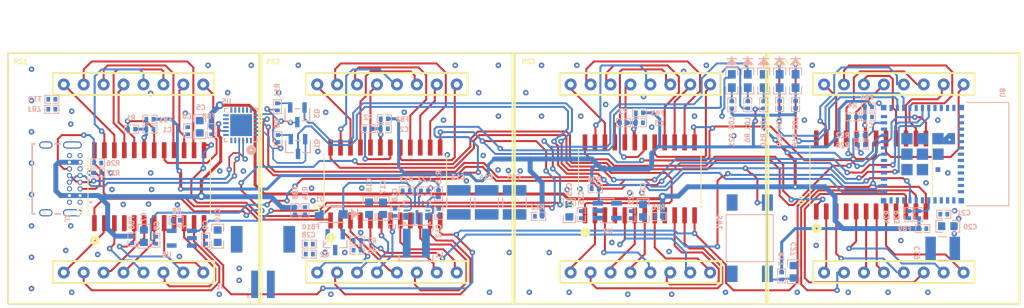
<source format=kicad_pcb>
(kicad_pcb (version 20221018) (generator pcbnew)
  (layers (0 "F.Cu" signal "Top Layer") (31 "B.Cu" signal "Bottom Layer") (34 "B.Paste" user "Bottom Paste") (35 "F.Paste" user "Top Paste") (36 "B.SilkS" user "Bottom Overlay") (37 "F.SilkS" user "Top Overlay") (38 "B.Mask" user "Bottom Solder") (39 "F.Mask" user "Top Solder") (44 "Edge.Cuts" user))
  (net 0 "")
  (net 1 "NetJ2_B5")
  (net 2 "NetJ2_A7")
  (net 3 "NetJ2_A6")
  (net 4 "NetJ2_A5")
  (net 5 "NetR23_1")
  (net 6 "NetR22_1")
  (net 7 "VCC_5V")
  (net 8 "VCC_3V3")
  (net 9 "VBUS")
  (net 10 "VBAT-")
  (net 11 "VBAT+")
  (net 12 "STAT")
  (net 13 "RTS")
  (net 14 "RED")
  (net 15 "NetR20_1")
  (net 16 "NetR15_2")
  (net 17 "NetR13_2")
  (net 18 "NetR8_2")
  (net 19 "NetR4_2")
  (net 20 "NetR3_2")
  (net 21 "NetR2_2")
  (net 22 "NetR1_2")
  (net 23 "NetQ3_1")
  (net 24 "NetQ1_1")
  (net 25 "NetPS4_16")
  (net 26 "NetPS4_15")
  (net 27 "NetPS4_14")
  (net 28 "NetPS4_13")
  (net 29 "NetPS4_12")
  (net 30 "NetPS4_11")
  (net 31 "NetPS4_10")
  (net 32 "NetPS4_9")
  (net 33 "NetPS4_8")
  (net 34 "NetPS4_7")
  (net 35 "NetPS4_6")
  (net 36 "NetPS4_5")
  (net 37 "NetPS4_4")
  (net 38 "NetPS4_3")
  (net 39 "NetPS4_2")
  (net 40 "NetPS4_1")
  (net 41 "NetPS3_16")
  (net 42 "NetPS3_15")
  (net 43 "NetPS3_14")
  (net 44 "NetPS3_13")
  (net 45 "NetPS3_12")
  (net 46 "NetPS3_11")
  (net 47 "NetPS3_10")
  (net 48 "NetPS3_9")
  (net 49 "NetPS3_8")
  (net 50 "NetPS3_7")
  (net 51 "NetPS3_6")
  (net 52 "NetPS3_5")
  (net 53 "NetPS3_4")
  (net 54 "NetPS3_3")
  (net 55 "NetPS3_2")
  (net 56 "NetPS3_1")
  (net 57 "NetPS2_16")
  (net 58 "NetPS2_15")
  (net 59 "NetPS2_14")
  (net 60 "NetPS2_13")
  (net 61 "NetPS2_12")
  (net 62 "NetPS2_11")
  (net 63 "NetPS2_10")
  (net 64 "NetPS2_9")
  (net 65 "NetPS2_8")
  (net 66 "NetPS2_7")
  (net 67 "NetPS2_6")
  (net 68 "NetPS2_5")
  (net 69 "NetPS2_4")
  (net 70 "NetPS2_3")
  (net 71 "NetPS2_2")
  (net 72 "NetPS2_1")
  (net 73 "NetPS1_16")
  (net 74 "NetPS1_15")
  (net 75 "NetPS1_14")
  (net 76 "NetPS1_13")
  (net 77 "NetPS1_12")
  (net 78 "NetPS1_11")
  (net 79 "NetPS1_10")
  (net 80 "NetPS1_9")
  (net 81 "NetPS1_8")
  (net 82 "NetPS1_7")
  (net 83 "NetPS1_6")
  (net 84 "NetPS1_5")
  (net 85 "NetPS1_4")
  (net 86 "NetPS1_3")
  (net 87 "NetPS1_2")
  (net 88 "NetPS1_1")
  (net 89 "NetLD5_2")
  (net 90 "NetLD4_2")
  (net 91 "NetLD3_2")
  (net 92 "NetLD2_2")
  (net 93 "NetLD1_2")
  (net 94 "NetL1_2")
  (net 95 "NetL1_1")
  (net 96 "NetD1_2")
  (net 97 "NetC23_2")
  (net 98 "NetC22_2")
  (net 99 "NetC19_2")
  (net 100 "NetC16_2")
  (net 101 "NetC12_2")
  (net 102 "NetC11_2")
  (net 103 "NetC7_2")
  (net 104 "NetC5_2")
  (net 105 "NetC4_2")
  (net 106 "NetC3_2")
  (net 107 "NetC2_2")
  (net 108 "NetC1_2")
  (net 109 "IO0")
  (net 110 "GREEN")
  (net 111 "GND")
  (net 112 "ESP32_TX")
  (net 113 "ESP32_RX")
  (net 114 "EN")
  (net 115 "DTR")
  (net 116 "DRV_IN")
  (net 117 "DRV_CS")
  (net 118 "DRV_CLK")
  (net 119 "DRV3_OUT")
  (net 120 "DRV2_OUT")
  (net 121 "DRV1_OUT")
  (net 122 "ADC_BAT")
  (footprint "Matrix LED.PcbLib:MAX7219CWG+T" (layer "F.Cu") (at 194.0011 104.5036 90)
    (fp_text reference "U4")
    (fp_text value "MAX7219CWG+T" hide)
  )
  (footprint "Matrix LED.PcbLib:LED Matrix 8X8_New" (layer "F.Cu") (at 100.0011 104.9536)
    (fp_text reference "PS1")
    (fp_text value "LED Matrix_8X8" hide)
  )
  (footprint "Matrix LED.PcbLib:MAX7219CWG+T" (layer "F.Cu") (at 164.5191 105.0016 90)
    (fp_text reference "U3")
    (fp_text value "MAX7219CWG+T" hide)
  )
  (footprint "Matrix LED.PcbLib:MAX7219CWG+T" (layer "F.Cu") (at 132.0961 105.6586 90)
    (fp_text reference "U2")
    (fp_text value "MAX7219CWG+T" hide)
  )
  (footprint "Matrix LED.PcbLib:LED Matrix 8X8_New" (layer "F.Cu") (at 196.9011 104.9536)
    (fp_text reference "PS4")
    (fp_text value "LED Matrix_8X8" hide)
  )
  (footprint "Matrix LED.PcbLib:MAX7219CWG+T" (layer "F.Cu") (at 102.0011 106.0036 90)
    (fp_text reference "U1")
    (fp_text value "MAX7219CWG+T" hide)
  )
  (footprint "Matrix LED.PcbLib:LED Matrix 8X8_New" (layer "F.Cu") (at 164.6011 104.9536)
    (fp_text reference "PS3")
    (fp_text value "LED Matrix_8X8" hide)
  )
  (footprint "Matrix LED.PcbLib:LED Matrix 8X8_New" (layer "F.Cu") (at 132.3011 104.9536)
    (fp_text reference "PS2")
    (fp_text value "LED Matrix_8X8" hide)
  )
  (footprint "Matrix LED.PcbLib:CAP_0603" (layer "B.Cu") (at 101.3211 112.3196 -90)
    (fp_text reference "C7")
    (fp_text value "10uF/10V" hide)
  )
  (footprint "Matrix LED.PcbLib:RES_0402" (layer "B.Cu") (at 182.6011 117.3996 90)
    (fp_text reference "R17")
    (fp_text value "10K" hide)
  )
  (footprint "Matrix LED.PcbLib:RES_0402" (layer "B.Cu") (at 131.9591 97.3336 180)
    (fp_text reference "FB2")
    (fp_text value "120E" hide)
  )
  (footprint "Matrix LED.PcbLib:CAP_0603" (layer "B.Cu") (at 131.8011 108.7636 -90)
    (fp_text reference "C17")
    (fp_text value "10uF/10V" hide)
  )
  (footprint "Matrix LED.PcbLib:LED_0603" (layer "B.Cu") (at 180.3151 92.5076 -90)
    (fp_text reference "LD2")
    (fp_text value "GREEN/2V" hide)
  )
  (footprint "Matrix LED.PcbLib:RES_0402" (layer "B.Cu") (at 193.6651 95.8256 180)
    (fp_text reference "FB4")
    (fp_text value "120E" hide)
  )
  (footprint "Matrix LED.PcbLib:CAP_0402" (layer "B.Cu") (at 193.6651 97.0956 180)
    (fp_text reference "C4")
    (fp_text value "0.1uF/50V" hide)
  )
  (footprint "Matrix LED.PcbLib:CAP_0402" (layer "B.Cu") (at 102.0881 98.6516 180)
    (fp_text reference "C1")
    (fp_text value "0.1uF/50V" hide)
  )
  (footprint "Matrix LED.PcbLib:RES_0402" (layer "B.Cu") (at 178.2831 95.5556 90)
    (fp_text reference "R6")
    (fp_text value "3.3K" hide)
  )
  (footprint "Matrix LED.PcbLib:CAP_0402" (layer "B.Cu") (at 102.8451 112.8276 -90)
    (fp_text reference "C8")
    (fp_text value "0.1uF/50V" hide)
  )
  (footprint "Matrix LED.PcbLib:TANT_22uF" (layer "B.Cu") (at 148.5651 108.0016 -90)
    (fp_text reference "C15")
    (fp_text value "22uF/16V" hide)
  )
  (footprint "Matrix LED.PcbLib:CAP_0603" (layer "B.Cu") (at 184.1251 116.8636 -90)
    (fp_text reference "C27")
    (fp_text value "10uF/10V" hide)
  )
  (footprint "Matrix LED.PcbLib:RES_0402" (layer "B.Cu") (at 162.4391 97.8416 180)
    (fp_text reference "R3")
    (fp_text value "10K" hide)
  )
  (footprint "Matrix LED.PcbLib:RES_0402" (layer "B.Cu") (at 102.0881 97.3816 180)
    (fp_text reference "FB1")
    (fp_text value "120E" hide)
  )
  (footprint "Matrix LED.PcbLib:CAP_0402" (layer "B.Cu") (at 122.4031 114.6056 180)
    (fp_text reference "C28")
    (fp_text value "0.1uF/50V" hide)
  )
  (footprint "Matrix LED.PcbLib:CAP_0402" (layer "B.Cu") (at 133.3251 109.2716 -90)
    (fp_text reference "C18")
    (fp_text value "0.1uF/50V" hide)
  )
  (footprint "Matrix LED.PcbLib:RES_0402" (layer "B.Cu") (at 192.7131 99.4136 180)
    (fp_text reference "R22")
    (fp_text value "0E" hide)
  )
  (footprint "Matrix LED.PcbLib:RES_0402" (layer "B.Cu") (at 118.3391 95.8096 90)
    (fp_text reference "R11")
    (fp_text value "10K" hide)
  )
  (footprint "Matrix LED.PcbLib:RES_0402" (layer "B.Cu") (at 166.9741 109.8276)
    (fp_text reference "R16")
    (fp_text value "0E" hide)
  )
  (footprint "Matrix LED.PcbLib:RES_0402" (layer "B.Cu") (at 95.4311 104.2396 180)
    (fp_text reference "R27")
    (fp_text value "5.1K" hide)
  )
  (footprint "Matrix LED.PcbLib:RES_0402" (layer "B.Cu") (at 176.2511 95.5556 90)
    (fp_text reference "R21")
    (fp_text value "10K" hide)
  )
  (footprint "Matrix LED.PcbLib:JST_S2B-PH-SM4-TB" (layer "B.Cu") (at 116.4971 118.4636 180)
    (fp_text reference "J1")
    (fp_text value "S2B-PH-SM4-TB" hide)
  )
  (footprint "Matrix LED.PcbLib:RES_0402" (layer "B.Cu") (at 182.3471 95.5026 -90)
    (fp_text reference "R19")
    (fp_text value "10K" hide)
  )
  (footprint "Matrix LED.PcbLib:RES_0402" (layer "B.Cu") (at 191.6331 97.0956 180)
    (fp_text reference "R4")
    (fp_text value "10K" hide)
  )
  (footprint "Matrix LED.PcbLib:RES_0402" (layer "B.Cu") (at 129.9271 98.6036 180)
    (fp_text reference "R2")
    (fp_text value "10K" hide)
  )
  (footprint "Matrix LED.PcbLib:FMMT491TA" (layer "B.Cu") (at 120.8791 96.8256)
    (fp_text reference "Q3")
    (fp_text value "FMMT491TA" hide)
  )
  (footprint "Matrix LED.PcbLib:RES_0402" (layer "B.Cu") (at 151.6131 109.7796)
    (fp_text reference "R12")
    (fp_text value "0E" hide)
  )
  (footprint "Matrix LED.PcbLib:RES_0402" (layer "B.Cu") (at 109.9571 98.8576 90)
    (fp_text reference "FB5")
    (fp_text value "120E" hide)
  )
  (footprint "Matrix LED.PcbLib:RES_0402" (layer "B.Cu") (at 120.5771 109.0656 -90)
    (fp_text reference "FB8")
    (fp_text value "120E" hide)
  )
  (footprint "Matrix LED.PcbLib:TANT_22uF" (layer "B.Cu") (at 141.4531 108.0016 -90)
    (fp_text reference "C13")
    (fp_text value "22uF/16V" hide)
  )
  (footprint "Matrix LED.PcbLib:RES_0402" (layer "B.Cu") (at 192.7661 100.6836)
    (fp_text reference "R25")
    (fp_text value "0E" hide)
  )
  (footprint "Matrix LED.PcbLib:RES_0402" (layer "B.Cu") (at 158.8461 106.2716 180)
    (fp_text reference "R20")
    (fp_text value "100K" hide)
  )
  (footprint "Matrix LED.PcbLib:CAP_0402" (layer "B.Cu") (at 138.9131 109.2716 -90)
    (fp_text reference "C12")
    (fp_text value "0.1uF/50V" hide)
  )
  (footprint "Matrix LED.PcbLib:TANT_22uF" (layer "B.Cu") (at 203.1271 113.8916 180)
    (fp_text reference "C19")
    (fp_text value "22uF/16V" hide)
  )
  (footprint "Matrix LED.PcbLib:RES_0402" (layer "B.Cu") (at 121.8471 109.0656 -90)
    (fp_text reference "R14")
    (fp_text value "100K" hide)
  )
  (footprint "Matrix LED.PcbLib:LED_0603" (layer "B.Cu") (at 176.2511 92.5076 -90)
    (fp_text reference "LD5")
    (fp_text value "GREEN/2V" hide)
  )
  (footprint "Matrix LED.PcbLib:RES_0402" (layer "B.Cu") (at 99.7971 112.7746 -90)
    (fp_text reference "FB6")
    (fp_text value "120E" hide)
  )
  (footprint "Matrix LED.PcbLib:RES_0402" (layer "B.Cu") (at 164.4711 96.5716 180)
    (fp_text reference "FB3")
    (fp_text value "120E" hide)
  )
  (footprint "Matrix LED.PcbLib:RES_0402" (layer "B.Cu") (at 138.8651 106.9066 90)
    (fp_text reference "R15")
    (fp_text value "100K" hide)
  )
  (footprint "Matrix LED.PcbLib:CAP_0402" (layer "B.Cu") (at 163.4181 109.5736 -90)
    (fp_text reference "C23")
    (fp_text value "0.1uF/50V" hide)
  )
  (footprint "Matrix LED.PcbLib:CAP_0603" (layer "B.Cu") (at 110.7191 112.3196 -90)
    (fp_text reference "C10")
    (fp_text value "10uF/10V" hide)
  )
  (footprint "Matrix LED.PcbLib:LED_0603" (layer "B.Cu") (at 182.3471 92.5076 -90)
    (fp_text reference "LD4")
    (fp_text value "GREEN/2V" hide)
  )
  (footprint "Matrix LED.PcbLib:CP2104-F03-GMR" (layer "B.Cu") (at 113.7191 98.1436 90)
    (fp_text reference "U5")
    (fp_text value "CP2104-F03-GMR" hide)
  )
  (footprint "Matrix LED.PcbLib:CAP_0603" (layer "B.Cu") (at 108.4331 98.3496 -90)
    (fp_text reference "C5")
    (fp_text value "10uF/10V" hide)
  )
  (footprint "Matrix LED.PcbLib:CAP_0603" (layer "B.Cu") (at 155.5441 109.0656 -90)
    (fp_text reference "C25")
    (fp_text value "10uF/10V" hide)
  )
  (footprint "Matrix LED.PcbLib:GCT_USB4085-GF-A_REVB" (layer "B.Cu") (at 88.8271 105.0036 90)
    (fp_text reference "J2")
    (fp_text value "USB4085-GF-A" hide)
  )
  (footprint "Matrix LED.PcbLib:RES_0402" (layer "B.Cu") (at 128.4991 112.8276)
    (fp_text reference "R7")
    (fp_text value "100K" hide)
  )
  (footprint "Matrix LED.PcbLib:RNM0015A" (layer "B.Cu") (at 136.1191 109.2716 -90)
    (fp_text reference "U7")
    (fp_text value "TPS630701RNMR" hide)
  )
  (footprint "Matrix LED.PcbLib:RES_0402" (layer "B.Cu") (at 198.8091 109.5736 90)
    (fp_text reference "R24")
    (fp_text value "0E" hide)
  )
  (footprint "Matrix LED.PcbLib:CAP_0402" (layer "B.Cu") (at 89.58724 94.8446 180)
    (fp_text reference "C11")
    (fp_text value "0.1uF/50V" hide)
  )
  (footprint "Matrix LED.PcbLib:RES_0402" (layer "B.Cu") (at 180.3151 95.5556 90)
    (fp_text reference "R10")
    (fp_text value "10K" hide)
  )
  (footprint "Matrix LED.PcbLib:LED_0603" (layer "B.Cu") (at 184.3791 92.5076 -90)
    (fp_text reference "LD3")
    (fp_text value "RED/2V" hide)
  )
  (footprint "Matrix LED.PcbLib:LED_0603" (layer "B.Cu") (at 178.2831 92.5076 -90)
    (fp_text reference "LD1")
    (fp_text value "GREEN/2V" hide)
  )
  (footprint "Matrix LED.PcbLib:RES_0402" (layer "B.Cu") (at 200.5871 111.3516)
    (fp_text reference "FB9")
    (fp_text value "120E" hide)
  )
  (footprint "Matrix LED.PcbLib:CAP_0603" (layer "B.Cu") (at 164.9421 109.0656 -90)
    (fp_text reference "C24")
    (fp_text value "10uF/10V" hide)
  )
  (footprint "Matrix LED.PcbLib:IND_4X4" (layer "B.Cu") (at 136.1191 113.0816 180)
    (fp_text reference "L1")
    (fp_text value "CMLW4030S1R5NST" hide)
  )
  (footprint "Matrix LED.PcbLib:RES_0402" (layer "B.Cu") (at 99.7491 98.6516 180)
    (fp_text reference "R1")
    (fp_text value "10K" hide)
  )
  (footprint "Matrix LED.PcbLib:RES_0402" (layer "B.Cu") (at 118.4211 99.8576 90)
    (fp_text reference "R9")
    (fp_text value "10K" hide)
  )
  (footprint "Matrix LED.PcbLib:RES_0402" (layer "B.Cu") (at 105.4381 110.2876 180)
    (fp_text reference "R8")
    (fp_text value "4.7K" hide)
  )
  (footprint "Matrix LED.PcbLib:SW_TL3301NF160QG" (layer "B.Cu") (at 178.5371 112.5736 90)
    (fp_text reference "SW1")
    (fp_text value "TL3301NF160QG-KR" hide)
  )
  (footprint "Matrix LED.PcbLib:CAP_0402" (layer "B.Cu") (at 157.0681 109.5736 -90)
    (fp_text reference "C26")
    (fp_text value "0.1uF/50V" hide)
  )
  (footprint "Matrix LED.PcbLib:CAP_0603" (layer "B.Cu") (at 130.0231 108.7636 -90)
    (fp_text reference "C16")
    (fp_text value "10uF/10V" hide)
  )
  (footprint "Matrix LED.PcbLib:CAP_0402" (layer "B.Cu") (at 109.1951 112.8276 -90)
    (fp_text reference "C9")
    (fp_text value "0.1uF/50V" hide)
  )
  (footprint "Matrix LED.PcbLib:CAP_0402" (layer "B.Cu") (at 203.2711 109.5176 180)
    (fp_text reference "C21")
    (fp_text value "0.1uF/50V" hide)
  )
  (footprint "Matrix LED.PcbLib:CAP_0402" (layer "B.Cu") (at 137.0871 106.5256 180)
    (fp_text reference "C22")
    (fp_text value "0.1uF/50V" hide)
  )
  (footprint "Matrix LED.PcbLib:RES_0402" (layer "B.Cu") (at 89.58724 96.1146 180)
    (fp_text reference "FB7")
    (fp_text value "120E" hide)
  )
  (footprint "Matrix LED.PcbLib:TANT_22uF" (layer "B.Cu") (at 145.0091 108.0016 -90)
    (fp_text reference "C14")
    (fp_text value "22uF/16V" hide)
  )
  (footprint "Matrix LED.PcbLib:RES_0402" (layer "B.Cu") (at 95.4311 102.9696 180)
    (fp_text reference "R26")
    (fp_text value "5.1K" hide)
  )
  (footprint "Matrix LED.PcbLib:RES_0402" (layer "B.Cu") (at 128.4991 114.0976 180)
    (fp_text reference "R5")
    (fp_text value "100K" hide)
  )
  (footprint "Matrix LED.PcbLib:MCP73831T-2ACI/OT" (layer "B.Cu") (at 106.1471 112.5736 180)
    (fp_text reference "U6")
    (fp_text value "MCP73831T-2ACI/OT" hide)
  )
  (footprint "Matrix LED.PcbLib:RES_0402" (layer "B.Cu") (at 122.4031 113.3356 180)
    (fp_text reference "FB10")
    (fp_text value "120E" hide)
  )
  (footprint "Matrix LED.PcbLib:CAP_0603" (layer "B.Cu") (at 203.7791 111.0416 180)
    (fp_text reference "C20")
    (fp_text value "10uF/10V" hide)
  )
  (footprint "Matrix LED.PcbLib:FMMT491TA" (layer "B.Cu") (at 120.9611 100.8736)
    (fp_text reference "Q1")
    (fp_text value "FMMT491TA" hide)
  )
  (footprint "Matrix LED.PcbLib:XCVR_ESP32-C3-MINI-1-N4" (layer "B.Cu") (at 203.2471 101.8476 90)
    (fp_text reference "U8")
    (fp_text value "ESP32-C3-MINI-1-N4" hide)
  )
  (footprint "Matrix LED.PcbLib:CAP_0402" (layer "B.Cu") (at 106.9091 98.8576 -90)
    (fp_text reference "C6")
    (fp_text value "0.1uF/50V" hide)
  )
  (footprint "Matrix LED.PcbLib:RES_0402" (layer "B.Cu") (at 134.7481 106.5256 180)
    (fp_text reference "R13")
    (fp_text value "10K" hide)
  )
  (footprint "Matrix LED.PcbLib:MBR120LSFT3G" (layer "B.Cu") (at 125.1971 109.5256 180)
    (fp_text reference "D1")
    (fp_text value "MBR120LSFT3G" hide)
  )
  (footprint "Matrix LED.PcbLib:CAP_0402" (layer "B.Cu") (at 164.4711 97.8416 180)
    (fp_text reference "C3")
    (fp_text value "0.1uF/50V" hide)
  )
  (footprint "Matrix LED.PcbLib:DMG3415U-7" (layer "B.Cu") (at 125.7051 113.0816 -90)
    (fp_text reference "Q2")
    (fp_text value "DMG3415U-7" hide)
  )
  (footprint "Matrix LED.PcbLib:RES_0402" (layer "B.Cu") (at 200.0791 109.5736 -90)
    (fp_text reference "R23")
    (fp_text value "0E" hide)
  )
  (footprint "Matrix LED.PcbLib:AP2112K-3.3TRG1" (layer "B.Cu") (at 160.3701 109.0656)
    (fp_text reference "U9")
    (fp_text value "AP2112K-3.3TRG1" hide)
  )
  (footprint "Matrix LED.PcbLib:CAP_0402" (layer "B.Cu") (at 131.9591 98.6036 180)
    (fp_text reference "C2")
    (fp_text value "0.1uF/50V" hide)
  )
  (footprint "Matrix LED.PcbLib:RES_0402" (layer "B.Cu") (at 184.3791 95.5026 -90)
    (fp_text reference "R18")
    (fp_text value "10K" hide)
  )
  (gr_line (start 213.0011 121.0036) (end 84.0011 121.0036) (stroke (width 0.05)) (layer "Edge.Cuts"))
  (gr_line (start 84.0011 121.0036) (end 84.0011 89.0036) (stroke (width 0.05)) (layer "Edge.Cuts"))
  (gr_line (start 84.0011 89.0036) (end 213.0011 89.0036) (stroke (width 0.05)) (layer "Edge.Cuts"))
  (gr_line (start 213.0011 89.0036) (end 213.0011 121.0036) (stroke (width 0.05)) (layer "Edge.Cuts"))
  (segment (start 90.8591 99.4136) (end 93.6531 99.4136) (width 0.254) (layer "F.Cu") (net 1))
  (segment (start 90.3511 102.9696) (end 91.1101 103.7286) (width 0.254) (layer "F.Cu") (net 1))
  (segment (start 90.3511 102.9696) (end 90.3511 99.9216) (width 0.254) (layer "F.Cu") (net 1))
  (segment (start 90.3511 99.9216) (end 90.8591 99.4136) (width 0.254) (layer "F.Cu") (net 1))
  (segment (start 91.1101 103.7286) (end 91.8371 103.7286) (width 0.254) (layer "F.Cu") (net 1))
  (via (at 93.6531 99.4136) (size 0.7) (drill 0.3) (layers "F.Cu" "B.Cu") (net 1))
  (segment (start 94.9231 102.9166) (end 94.9231 99.9216) (width 0.254) (layer "B.Cu") (net 1))
  (segment (start 93.6531 99.4136) (end 94.4151 99.4136) (width 0.254) (layer "B.Cu") (net 1))
  (segment (start 94.4151 99.4136) (end 94.9231 99.9216) (width 0.254) (layer "B.Cu") (net 1))
  (segment (start 94.9231 102.9166) (end 94.9761 102.9696) (width 0.254) (layer "B.Cu") (net 1))
  (segment (start 112.8555 104.62394) (end 112.8615 104.62994) (width 0.2032) (layer "F.Cu") (net 2))
  (segment (start 112.8555 104.62394) (end 112.8555 102.95164) (width 0.2032) (layer "F.Cu") (net 2))
  (segment (start 113.2111 102.59604) (end 113.2111 102.4616) (width 0.2032) (layer "F.Cu") (net 2))
  (segment (start 112.8555 102.95164) (end 113.2111 102.59604) (width 0.2032) (layer "F.Cu") (net 2))
  (via (at 112.8615 104.62994) (size 0.7) (drill 0.3) (layers "F.Cu" "B.Cu") (net 2))
  (via (at 113.2111 102.4616) (size 0.7) (drill 0.3) (layers "F.Cu" "B.Cu") (net 2))
  (segment (start 94.2429 105.53735) (end 94.2429 105.0834) (width 0.254) (layer "B.Cu") (net 2))
  (segment (start 92.68792 104.65437) (end 93.11133 104.65437) (width 0.254) (layer "B.Cu") (net 2))
  (segment (start 94.2429 105.53735) (end 94.64135 105.9358) (width 0.254) (layer "B.Cu") (net 2))
  (segment (start 111.94842 105.5096) (end 112.82808 104.62994) (width 0.254) (layer "B.Cu") (net 2))
  (segment (start 91.91369 105.4286) (end 92.68792 104.65437) (width 0.254) (layer "B.Cu") (net 2))
  (segment (start 93.81387 104.65437) (end 94.2429 105.0834) (width 0.254) (layer "B.Cu") (net 2))
  (segment (start 113.46904 102.20366) (end 113.46904 100.0867) (width 0.2032) (layer "B.Cu") (net 2))
  (segment (start 93.26287 104.65437) (end 93.81387 104.65437) (width 0.254) (layer "B.Cu") (net 2))
  (segment (start 113.2111 102.4616) (end 113.46904 102.20366) (width 0.2032) (layer "B.Cu") (net 2))
  (segment (start 91.8371 105.4286) (end 91.91369 105.4286) (width 0.254) (layer "B.Cu") (net 2))
  (segment (start 94.64135 105.9358) (end 96.2749 105.9358) (width 0.254) (layer "B.Cu") (net 2))
  (segment (start 96.7011 105.5096) (end 111.94842 105.5096) (width 0.254) (layer "B.Cu") (net 2))
  (segment (start 112.82808 104.62994) (end 112.8615 104.62994) (width 0.254) (layer "B.Cu") (net 2))
  (segment (start 93.1871 104.5786) (end 93.26287 104.65437) (width 0.254) (layer "B.Cu") (net 2))
  (segment (start 96.2749 105.9358) (end 96.7011 105.5096) (width 0.254) (layer "B.Cu") (net 2))
  (segment (start 93.11133 104.65437) (end 93.1871 104.5786) (width 0.254) (layer "B.Cu") (net 2))
  (segment (start 94.7501 105.4286) (end 94.9231 105.2556) (width 0.254) (layer "F.Cu") (net 3))
  (segment (start 92.68792 105.35283) (end 93.11133 105.35283) (width 0.254) (layer "F.Cu") (net 3))
  (segment (start 112.1951 102.2076) (end 112.7031 101.6996) (width 0.2032) (layer "F.Cu") (net 3))
  (segment (start 91.91369 104.5786) (end 92.68792 105.35283) (width 0.254) (layer "F.Cu") (net 3))
  (segment (start 93.1871 105.4286) (end 94.7501 105.4286) (width 0.254) (layer "F.Cu") (net 3))
  (segment (start 113.4651 101.6996) (end 114.2271 102.4616) (width 0.2032) (layer "F.Cu") (net 3))
  (segment (start 91.8371 104.5786) (end 91.91369 104.5786) (width 0.254) (layer "F.Cu") (net 3))
  (segment (start 112.1951 103.8134) (end 112.1951 102.2076) (width 0.2032) (layer "F.Cu") (net 3))
  (segment (start 112.7031 101.6996) (end 113.4651 101.6996) (width 0.2032) (layer "F.Cu") (net 3))
  (segment (start 93.11133 105.35283) (end 93.1871 105.4286) (width 0.254) (layer "F.Cu") (net 3))
  (via (at 112.1951 103.8134) (size 0.7) (drill 0.3) (layers "F.Cu" "B.Cu") (net 3))
  (via (at 114.2271 102.4616) (size 0.7) (drill 0.3) (layers "F.Cu" "B.Cu") (net 3))
  (via (at 94.9231 105.2556) (size 0.7) (drill 0.3) (layers "F.Cu" "B.Cu") (net 3))
  (segment (start 112.1951 104.4936) (end 112.1951 103.8134) (width 0.254) (layer "B.Cu") (net 3))
  (segment (start 111.6851 105.0036) (end 112.1951 104.4936) (width 0.254) (layer "B.Cu") (net 3))
  (segment (start 94.9231 105.2556) (end 96.12644 105.2556) (width 0.254) (layer "B.Cu") (net 3))
  (segment (start 96.12644 105.2556) (end 96.38044 105.0016) (width 0.254) (layer "B.Cu") (net 3))
  (segment (start 113.96916 102.20366) (end 113.96916 100.0867) (width 0.2032) (layer "B.Cu") (net 3))
  (segment (start 113.96916 102.20366) (end 114.2271 102.4616) (width 0.2032) (layer "B.Cu") (net 3))
  (segment (start 111.6831 105.0016) (end 111.6851 105.0036) (width 0.254) (layer "B.Cu") (net 3))
  (segment (start 96.38044 105.0016) (end 111.6831 105.0016) (width 0.254) (layer "B.Cu") (net 3))
  (segment (start 95.1701 106.2786) (end 95.6851 105.7636) (width 0.254) (layer "F.Cu") (net 4))
  (segment (start 95.1771 104.2396) (end 95.6851 104.7476) (width 0.254) (layer "F.Cu") (net 4))
  (segment (start 93.1871 106.2786) (end 95.1701 106.2786) (width 0.254) (layer "F.Cu") (net 4))
  (segment (start 94.4151 104.2396) (end 95.1771 104.2396) (width 0.254) (layer "F.Cu") (net 4))
  (segment (start 95.6851 105.7636) (end 95.6851 104.7476) (width 0.254) (layer "F.Cu") (net 4))
  (via (at 94.4151 104.2396) (size 0.7) (drill 0.3) (layers "F.Cu" "B.Cu") (net 4))
  (segment (start 94.4151 104.2396) (end 94.9761 104.2396) (width 0.254) (layer "B.Cu") (net 4))
  (segment (start 198.8091 109.1186) (end 200.0791 109.1186) (width 0.254) (layer "B.Cu") (net 5))
  (segment (start 201.3471 108.8136) (end 201.3471 107.7476) (width 0.254) (layer "B.Cu") (net 5))
  (segment (start 200.0791 109.1186) (end 201.0421 109.1186) (width 0.254) (layer "B.Cu") (net 5))
  (segment (start 201.0421 109.1186) (end 201.3471 108.8136) (width 0.254) (layer "B.Cu") (net 5))
  (segment (start 194.2371 98.9056) (end 194.2371 98.1436) (width 0.254) (layer "B.Cu") (net 6))
  (segment (start 193.1681 99.4136) (end 193.7291 99.4136) (width 0.254) (layer "B.Cu") (net 6))
  (segment (start 193.1946 100.6571) (end 193.1946 99.4401) (width 0.254) (layer "B.Cu") (net 6))
  (segment (start 194.5331 97.8476) (end 195.6471 97.8476) (width 0.254) (layer "B.Cu") (net 6))
  (segment (start 193.1681 99.4136) (end 193.1946 99.4401) (width 0.254) (layer "B.Cu") (net 6))
  (segment (start 193.7291 99.4136) (end 194.2371 98.9056) (width 0.254) (layer "B.Cu") (net 6))
  (segment (start 193.1946 100.6571) (end 193.2211 100.6836) (width 0.254) (layer "B.Cu") (net 6))
  (segment (start 194.2371 98.1436) (end 194.5331 97.8476) (width 0.254) (layer "B.Cu") (net 6))
  (segment (start 179.2511 97.6356) (end 179.2511 96.1116) (width 0.254) (layer "F.Cu") (net 7))
  (segment (start 106.00635 106.29694) (end 106.00635 104.23318) (width 0.381) (layer "F.Cu") (net 7))
  (segment (start 105.8451 104.07192) (end 105.8451 103.9856) (width 0.381) (layer "F.Cu") (net 7))
  (segment (start 105.8451 104.07192) (end 106.00635 104.23318) (width 0.381) (layer "F.Cu") (net 7))
  (via (at 179.2511 97.6356) (size 0.7) (drill 0.3) (layers "F.Cu" "B.Cu") (net 7))
  (via (at 105.8451 103.9856) (size 0.7) (drill 0.3) (layers "F.Cu" "B.Cu") (net 7))
  (via (at 179.2511 96.1116) (size 0.7) (drill 0.3) (layers "F.Cu" "B.Cu") (net 7))
  (via (at 106.00635 106.29694) (size 0.7) (drill 0.3) (layers "F.Cu" "B.Cu") (net 7))
  (segment (start 117.02454 106.29694) (end 118.73747 104.58401) (width 0.381) (layer "B.Cu") (net 7))
  (segment (start 189.9191 99.4136) (end 189.9191 96.1116) (width 0.381) (layer "B.Cu") (net 7))
  (segment (start 106.00635 106.29694) (end 117.02454 106.29694) (width 0.381) (layer "B.Cu") (net 7))
  (segment (start 193.8488 95.4993) (end 193.8488 95.39123) (width 0.381) (layer "B.Cu") (net 7))
  (segment (start 184.53105 100.9193) (end 184.53105 100.9193) (width 0.381) (layer "B.Cu") (net 7))
  (segment (start 193.8488 95.4993) (end 194.1201 95.7706) (width 0.381) (layer "B.Cu") (net 7))
  (segment (start 179.3016 96.0611) (end 180.2646 96.0611) (width 0.254) (layer "B.Cu") (net 7))
  (segment (start 145.9771 102.4616) (end 150.5491 102.4616) (width 0.635) (layer "B.Cu") (net 7))
  (segment (start 142.85939 104.4118) (end 143.70319 105.2556) (width 0.381) (layer "B.Cu") (net 7))
  (segment (start 150.5491 103.9856) (end 150.5491 102.4616) (width 0.635) (layer "B.Cu") (net 7))
  (segment (start 166.0431 103.35963) (end 166.0431 101.6996) (width 0.635) (layer "B.Cu") (net 7))
  (segment (start 150.5491 103.9856) (end 152.0681 105.5046) (width 0.635) (layer "B.Cu") (net 7))
  (segment (start 104.8291 97.3816) (end 105.5911 98.1436) (width 0.381) (layer "B.Cu") (net 7))
  (segment (start 166.2491 96.5716) (end 167.0591 97.3816) (width 0.381) (layer "B.Cu") (net 7))
  (segment (start 159.0581 103.0966) (end 159.6931 103.7316) (width 0.635) (layer "B.Cu") (net 7))
  (segment (start 134.3749 104.4118) (end 134.5471 104.2396) (width 0.381) (layer "B.Cu") (net 7))
  (segment (start 167.0591 100.6836) (end 167.0591 97.3816) (width 0.381) (layer "B.Cu") (net 7))
  (segment (start 145.2151 103.2236) (end 145.9771 102.4616) (width 0.381) (layer "B.Cu") (net 7))
  (segment (start 133.4831 97.3336) (end 133.7851 97.6356) (width 0.381) (layer "B.Cu") (net 7))
  (segment (start 133.7851 103.4776) (end 134.5471 104.2396) (width 0.381) (layer "B.Cu") (net 7))
  (segment (start 105.5911 103.64528) (end 105.5911 98.1436) (width 0.381) (layer "B.Cu") (net 7))
  (segment (start 152.0681 109.7796) (end 152.0681 105.5046) (width 0.635) (layer "B.Cu") (net 7))
  (segment (start 158.4231 102.4616) (end 159.0581 103.0966) (width 0.635) (layer "B.Cu") (net 7))
  (segment (start 190.9224 95.1083) (end 193.56587 95.1083) (width 0.381) (layer "B.Cu") (net 7))
  (segment (start 166.8234 100.9193) (end 167.0591 100.6836) (width 0.381) (layer "B.Cu") (net 7))
  (segment (start 158.3911 103.7636) (end 159.0581 103.0966) (width 0.381) (layer "B.Cu") (net 7))
  (segment (start 178.9971 100.9193) (end 184.53105 100.9193) (width 0.381) (layer "B.Cu") (net 7))
  (segment (start 159.6931 103.7316) (end 165.67112 103.7316) (width 0.635) (layer "B.Cu") (net 7))
  (segment (start 178.9971 97.8896) (end 179.2511 97.6356) (width 0.381) (layer "B.Cu") (net 7))
  (segment (start 150.5491 102.4616) (end 158.4231 102.4616) (width 0.635) (layer "B.Cu") (net 7))
  (segment (start 105.5911 103.64528) (end 105.8451 103.89928) (width 0.381) (layer "B.Cu") (net 7))
  (segment (start 193.56587 95.1083) (end 193.8488 95.39123) (width 0.381) (layer "B.Cu") (net 7))
  (segment (start 134.2027 104.58401) (end 134.3749 104.4118) (width 0.381) (layer "B.Cu") (net 7))
  (segment (start 188.4134 100.9193) (end 189.9191 99.4136) (width 0.381) (layer "B.Cu") (net 7))
  (segment (start 189.9191 96.1116) (end 190.9224 95.1083) (width 0.381) (layer "B.Cu") (net 7))
  (segment (start 145.2151 104.4936) (end 145.2151 103.2236) (width 0.381) (layer "B.Cu") (net 7))
  (segment (start 143.70319 105.2556) (end 144.4531 105.2556) (width 0.381) (layer "B.Cu") (net 7))
  (segment (start 158.3911 106.2716) (end 158.3911 103.7636) (width 0.381) (layer "B.Cu") (net 7))
  (segment (start 133.7851 103.4776) (end 133.7851 97.6356) (width 0.381) (layer "B.Cu") (net 7))
  (segment (start 118.73747 104.58401) (end 134.2027 104.58401) (width 0.381) (layer "B.Cu") (net 7))
  (segment (start 144.4531 105.2556) (end 145.2151 104.4936) (width 0.381) (layer "B.Cu") (net 7))
  (segment (start 166.8234 100.9193) (end 178.9971 100.9193) (width 0.381) (layer "B.Cu") (net 7))
  (segment (start 184.53105 100.9193) (end 188.4134 100.9193) (width 0.381) (layer "B.Cu") (net 7))
  (segment (start 102.5431 97.3816) (end 104.8291 97.3816) (width 0.381) (layer "B.Cu") (net 7))
  (segment (start 179.2511 96.1116) (end 179.3016 96.0611) (width 0.254) (layer "B.Cu") (net 7))
  (segment (start 132.4141 97.3336) (end 133.4831 97.3336) (width 0.381) (layer "B.Cu") (net 7))
  (segment (start 105.8451 103.9856) (end 105.8451 103.89928) (width 0.381) (layer "B.Cu") (net 7))
  (segment (start 166.0431 101.6996) (end 166.8234 100.9193) (width 0.381) (layer "B.Cu") (net 7))
  (segment (start 134.3749 104.4118) (end 142.85939 104.4118) (width 0.381) (layer "B.Cu") (net 7))
  (segment (start 165.67112 103.7316) (end 166.0431 103.35963) (width 0.635) (layer "B.Cu") (net 7))
  (segment (start 180.2646 96.0611) (end 180.3151 96.0106) (width 0.254) (layer "B.Cu") (net 7))
  (segment (start 164.9261 96.5716) (end 166.2491 96.5716) (width 0.381) (layer "B.Cu") (net 7))
  (segment (start 178.9971 100.9193) (end 178.9971 97.8896) (width 0.381) (layer "B.Cu") (net 7))
  (segment (start 194.1201 95.8256) (end 194.1201 95.7706) (width 0.381) (layer "B.Cu") (net 7))
  (segment (start 110.9933 95.6036) (end 114.7351 95.6036) (width 0.381) (layer "F.Cu") (net 8))
  (segment (start 115.4971 105.7636) (end 116.667 106.93351) (width 0.381) (layer "F.Cu") (net 8))
  (segment (start 114.7351 95.6036) (end 115.4971 96.3656) (width 0.381) (layer "F.Cu") (net 8))
  (segment (start 183.3151 101.6996) (end 183.3151 101.663) (width 0.381) (layer "F.Cu") (net 8))
  (segment (start 183.3151 101.6996) (end 184.3311 102.7156) (width 0.381) (layer "F.Cu") (net 8))
  (segment (start 183.229 101.5274) (end 183.3151 101.5274) (width 0.381) (layer "F.Cu") (net 8))
  (segment (start 184.3311 106.0176) (end 184.3311 102.7156) (width 0.381) (layer "F.Cu") (net 8))
  (segment (start 154.767 106.93351) (end 155.3751 107.5416) (width 0.381) (layer "F.Cu") (net 8))
  (segment (start 167.2616 107.274) (end 167.4291 107.274) (width 0.381) (layer "F.Cu") (net 8))
  (segment (start 166.994 107.5416) (end 167.2616 107.274) (width 0.381) (layer "F.Cu") (net 8))
  (segment (start 116.667 106.93351) (end 154.767 106.93351) (width 0.381) (layer "F.Cu") (net 8))
  (segment (start 181.7911 100.0895) (end 181.7911 100.04) (width 0.381) (layer "F.Cu") (net 8))
  (segment (start 115.4971 105.7636) (end 115.4971 96.3656) (width 0.381) (layer "F.Cu") (net 8))
  (segment (start 181.7911 100.0895) (end 183.229 101.5274) (width 0.381) (layer "F.Cu") (net 8))
  (segment (start 155.3751 107.5416) (end 166.994 107.5416) (width 0.381) (layer "F.Cu") (net 8))
  (via (at 181.7911 100.04) (size 0.7) (drill 0.3) (layers "F.Cu" "B.Cu") (net 8))
  (via (at 184.3311 106.0176) (size 0.7) (drill 0.3) (layers "F.Cu" "B.Cu") (net 8))
  (via (at 167.4291 107.274) (size 1) (drill 0.5) (layers "F.Cu" "B.Cu") (net 8))
  (via (at 110.9933 95.6036) (size 1) (drill 0.5) (layers "F.Cu" "B.Cu") (net 8))
  (via (at 183.3151 101.663) (size 0.7) (drill 0.3) (layers "F.Cu" "B.Cu") (net 8))
  (segment (start 169.42853 107.20417) (end 170.6151 106.0176) (width 0.635) (layer "B.Cu") (net 8))
  (segment (start 176.47428 96.8736) (end 180.2671 96.8736) (width 0.381) (layer "B.Cu") (net 8))
  (segment (start 167.49894 107.20417) (end 169.42853 107.20417) (width 0.635) (layer "B.Cu") (net 8))
  (segment (start 176.2511 96.65042) (end 176.2511 96.0106) (width 0.381) (layer "B.Cu") (net 8))
  (segment (start 167.4291 109.8276) (end 167.4291 107.274) (width 0.635) (layer "B.Cu") (net 8))
  (segment (start 180.2671 98.516) (end 180.2671 96.8736) (width 0.381) (layer "B.Cu") (net 8))
  (segment (start 182.6011 113.0816) (end 184.3311 111.3516) (width 0.381) (layer "B.Cu") (net 8))
  (segment (start 192.2581 99.4686) (end 192.2581 99.4136) (width 0.254) (layer "B.Cu") (net 8))
  (segment (start 182.2991 96.8736) (end 182.3471 96.8256) (width 0.381) (layer "B.Cu") (net 8))
  (segment (start 190.4271 111.3516) (end 200.1321 111.3516) (width 0.635) (layer "B.Cu") (net 8))
  (segment (start 109.8949 98.3404) (end 109.8949 96.70201) (width 0.635) (layer "B.Cu") (net 8))
  (segment (start 189.4111 110.3356) (end 190.4271 111.3516) (width 0.635) (layer "B.Cu") (net 8))
  (segment (start 191.34944 102.4616) (end 191.7479 102.06315) (width 0.254) (layer "B.Cu") (net 8))
  (segment (start 191.8439 99.8828) (end 192.2581 99.4686) (width 0.254) (layer "B.Cu") (net 8))
  (segment (start 188.1411 106.0176) (end 189.4111 107.2876) (width 0.635) (layer "B.Cu") (net 8))
  (segment (start 180.2671 98.516) (end 181.7911 100.04) (width 0.381) (layer "B.Cu") (net 8))
  (segment (start 189.4111 110.3356) (end 189.4111 107.2876) (width 0.635) (layer "B.Cu") (net 8))
  (segment (start 184.3311 106.0176) (end 188.1411 106.0176) (width 0.635) (layer "B.Cu") (net 8))
  (segment (start 170.6151 106.0176) (end 184.3311 106.0176) (width 0.635) (layer "B.Cu") (net 8))
  (segment (start 190.1731 102.4616) (end 191.34944 102.4616) (width 0.254) (layer "B.Cu") (net 8))
  (segment (start 200.1056 111.3251) (end 200.1321 111.3516) (width 0.381) (layer "B.Cu") (net 8))
  (segment (start 191.7359 101.09167) (end 191.7479 101.10367) (width 0.254) (layer "B.Cu") (net 8))
  (segment (start 176.2511 96.65042) (end 176.47428 96.8736) (width 0.381) (layer "B.Cu") (net 8))
  (segment (start 189.3745 101.663) (end 190.1731 102.4616) (width 0.254) (layer "B.Cu") (net 8))
  (segment (start 191.7479 102.06315) (end 191.7479 101.10367) (width 0.254) (layer "B.Cu") (net 8))
  (segment (start 182.3471 96.8256) (end 182.3471 95.9576) (width 0.381) (layer "B.Cu") (net 8))
  (segment (start 182.6011 116.9446) (end 182.6011 113.0816) (width 0.381) (layer "B.Cu") (net 8))
  (segment (start 167.4291 109.9436) (end 167.4291 109.8276) (width 0.635) (layer "B.Cu") (net 8))
  (segment (start 109.8949 96.70201) (end 110.9933 95.6036) (width 0.635) (layer "B.Cu") (net 8))
  (segment (start 180.2671 96.8736) (end 182.2991 96.8736) (width 0.381) (layer "B.Cu") (net 8))
  (segment (start 109.8949 98.3404) (end 109.9571 98.4026) (width 0.635) (layer "B.Cu") (net 8))
  (segment (start 183.3151 101.663) (end 189.3745 101.663) (width 0.254) (layer "B.Cu") (net 8))
  (segment (start 184.3311 111.3516) (end 190.4271 111.3516) (width 0.381) (layer "B.Cu") (net 8))
  (segment (start 191.7359 101.09167) (end 191.7359 99.8828) (width 0.254) (layer "B.Cu") (net 8))
  (segment (start 184.3791 96.5716) (end 184.3791 95.9576) (width 0.381) (layer "B.Cu") (net 8))
  (segment (start 167.4291 107.274) (end 167.49894 107.20417) (width 0.635) (layer "B.Cu") (net 8))
  (segment (start 182.3471 96.8256) (end 184.1251 96.8256) (width 0.381) (layer "B.Cu") (net 8))
  (segment (start 191.7359 99.8828) (end 191.8439 99.8828) (width 0.254) (layer "B.Cu") (net 8))
  (segment (start 200.0791 110.0286) (end 200.1056 110.0551) (width 0.381) (layer "B.Cu") (net 8))
  (segment (start 184.1251 96.8256) (end 184.3791 96.5716) (width 0.381) (layer "B.Cu") (net 8))
  (segment (start 200.1056 111.3251) (end 200.1056 110.0551) (width 0.381) (layer "B.Cu") (net 8))
  (segment (start 108.6391 107.2194) (end 108.6391 105.2556) (width 0.381) (layer "F.Cu") (net 9))
  (segment (start 108.6391 105.2556) (end 111.11 102.7847) (width 0.381) (layer "F.Cu") (net 9))
  (segment (start 110.8433 99.4849) (end 110.8433 97.96914) (width 0.381) (layer "F.Cu") (net 9))
  (segment (start 110.8433 99.4849) (end 111.11 99.7516) (width 0.381) (layer "F.Cu") (net 9))
  (segment (start 111.11 102.7847) (end 111.11 99.7516) (width 0.381) (layer "F.Cu") (net 9))
  (via (at 110.8433 97.96914) (size 0.7) (drill 0.3) (layers "F.Cu" "B.Cu") (net 9))
  (via (at 108.6391 107.2194) (size 1) (drill 0.5) (layers "F.Cu" "B.Cu") (net 9))
  (segment (start 95.6851 107.2876) (end 96.7011 108.3036) (width 0.635) (layer "B.Cu") (net 9))
  (segment (start 91.8371 107.1286) (end 93.1871 107.1286) (width 0.635) (layer "B.Cu") (net 9))
  (segment (start 90.0971 106.5256) (end 90.0971 103.25058) (width 0.635) (layer "B.Cu") (net 9))
  (segment (start 119.20044 108.6663) (end 120.5214 108.6663) (width 0.635) (layer "B.Cu") (net 9))
  (segment (start 108.6391 107.2876) (end 117.5291 107.2876) (width 0.635) (layer "B.Cu") (net 9))
  (segment (start 110.8433 97.96914) (end 110.91145 98.0373) (width 0.2032) (layer "B.Cu") (net 9))
  (segment (start 119.14474 108.6106) (end 119.20044 108.6663) (width 0.635) (layer "B.Cu") (net 9))
  (segment (start 93.1871 107.1286) (end 95.5261 107.1286) (width 0.635) (layer "B.Cu") (net 9))
  (segment (start 118.8521 108.6106) (end 119.14474 108.6106) (width 0.635) (layer "B.Cu") (net 9))
  (segment (start 96.7011 111.3516) (end 97.6691 112.3196) (width 0.635) (layer "B.Cu") (net 9))
  (segment (start 97.6691 112.3196) (end 99.7971 112.3196) (width 0.635) (layer "B.Cu") (net 9))
  (segment (start 95.6851 107.2876) (end 108.5709 107.2876) (width 0.635) (layer "B.Cu") (net 9))
  (segment (start 108.5709 107.2876) (end 108.6391 107.2194) (width 0.635) (layer "B.Cu") (net 9))
  (segment (start 117.5291 107.2876) (end 118.8521 108.6106) (width 0.635) (layer "B.Cu") (net 9))
  (segment (start 120.5214 108.6663) (end 120.5771 108.6106) (width 0.635) (layer "B.Cu") (net 9))
  (segment (start 110.91145 98.61433) (end 110.91145 98.0373) (width 0.2032) (layer "B.Cu") (net 9))
  (segment (start 111.19091 98.89379) (end 111.776 98.89379) (width 0.2032) (layer "B.Cu") (net 9))
  (segment (start 90.46907 102.8786) (end 91.8371 102.8786) (width 0.635) (layer "B.Cu") (net 9))
  (segment (start 90.0971 106.5256) (end 90.69723 107.12573) (width 0.635) (layer "B.Cu") (net 9))
  (segment (start 91.8371 102.8786) (end 93.1871 102.8786) (width 0.635) (layer "B.Cu") (net 9))
  (segment (start 90.69723 107.12573) (end 91.83423 107.12573) (width 0.635) (layer "B.Cu") (net 9))
  (segment (start 90.0971 103.25058) (end 90.46907 102.8786) (width 0.635) (layer "B.Cu") (net 9))
  (segment (start 95.5261 107.1286) (end 95.6851 107.2876) (width 0.635) (layer "B.Cu") (net 9))
  (segment (start 96.7011 111.3516) (end 96.7011 108.3036) (width 0.635) (layer "B.Cu") (net 9))
  (segment (start 110.91145 98.61433) (end 111.19091 98.89379) (width 0.2032) (layer "B.Cu") (net 9))
  (segment (start 91.83423 107.12573) (end 91.8371 107.1286) (width 0.635) (layer "B.Cu") (net 9))
  (via (at 126.9271 114.3996) (size 0.7) (drill 0.3) (layers "F.Cu" "B.Cu") (net 11))
  (via (at 124.3871 114.3996) (size 0.7) (drill 0.3) (layers "F.Cu" "B.Cu") (net 11))
  (via (at 113.4651 117.9556) (size 0.7) (drill 0.3) (layers "F.Cu" "B.Cu") (net 11))
  (via (at 113.4651 116.4316) (size 0.7) (drill 0.3) (layers "F.Cu" "B.Cu") (net 11))
  (segment (start 117.5291 109.0656) (end 123.6251 109.0656) (width 0.254) (layer "F.Cu") (net 12))
  (segment (start 152.3271 100.1756) (end 153.43795 101.28645) (width 0.254) (layer "F.Cu") (net 12))
  (segment (start 124.6411 108.0496) (end 153.98731 108.0496) (width 0.254) (layer "F.Cu") (net 12))
  (segment (start 123.6251 109.0656) (end 124.6411 108.0496) (width 0.254) (layer "F.Cu") (net 12))
  (segment (start 154.24131 108.3036) (end 154.3591 108.3036) (width 0.254) (layer "F.Cu") (net 12))
  (segment (start 153.98731 108.0496) (end 154.24131 108.3036) (width 0.254) (layer "F.Cu") (net 12))
  (segment (start 153.43795 103.69999) (end 153.43795 101.28645) (width 0.254) (layer "F.Cu") (net 12))
  (via (at 117.5291 109.0656) (size 0.7) (drill 0.3) (layers "F.Cu" "B.Cu") (net 12))
  (via (at 154.3591 108.3036) (size 0.7) (drill 0.3) (layers "F.Cu" "B.Cu") (net 12))
  (via (at 153.43795 103.69999) (size 0.7) (drill 0.3) (layers "F.Cu" "B.Cu") (net 12))
  (via (at 152.3271 100.1756) (size 0.7) (drill 0.3) (layers "F.Cu" "B.Cu") (net 12))
  (segment (start 108.3569 111.6338) (end 109.6487 110.342) (width 0.254) (layer "B.Cu") (net 12))
  (segment (start 172.3989 92.2058) (end 174.3351 90.2696) (width 0.254) (layer "B.Cu") (net 12))
  (segment (start 177.7271 90.2696) (end 178.2831 90.8256) (width 0.254) (layer "B.Cu") (net 12))
  (segment (start 174.3351 90.2696) (end 177.7271 90.2696) (width 0.254) (layer "B.Cu") (net 12))
  (segment (start 171.4011 95.4842) (end 172.3989 94.4864) (width 0.254) (layer "B.Cu") (net 12))
  (segment (start 116.2527 110.342) (end 117.5291 109.0656) (width 0.254) (layer "B.Cu") (net 12))
  (segment (start 178.2831 91.6576) (end 178.2831 90.8256) (width 0.254) (layer "B.Cu") (net 12))
  (segment (start 153.43795 103.69999) (end 154.3591 104.62113) (width 0.254) (layer "B.Cu") (net 12))
  (segment (start 160.7599 100.49422) (end 160.7599 96.5688) (width 0.254) (layer "B.Cu") (net 12))
  (segment (start 107.4425 111.6338) (end 108.3569 111.6338) (width 0.254) (layer "B.Cu") (net 12))
  (segment (start 153.051 100.8995) (end 160.35462 100.8995) (width 0.254) (layer "B.Cu") (net 12))
  (segment (start 161.8445 95.4842) (end 171.4011 95.4842) (width 0.254) (layer "B.Cu") (net 12))
  (segment (start 152.3271 100.1756) (end 153.051 100.8995) (width 0.254) (layer "B.Cu") (net 12))
  (segment (start 172.3989 94.4864) (end 172.3989 92.2058) (width 0.254) (layer "B.Cu") (net 12))
  (segment (start 154.3591 108.3036) (end 154.3591 104.62113) (width 0.254) (layer "B.Cu") (net 12))
  (segment (start 160.35462 100.8995) (end 160.7599 100.49422) (width 0.254) (layer "B.Cu") (net 12))
  (segment (start 109.6487 110.342) (end 116.2527 110.342) (width 0.254) (layer "B.Cu") (net 12))
  (segment (start 160.7599 96.5688) (end 161.8445 95.4842) (width 0.254) (layer "B.Cu") (net 12))
  (segment (start 119.69866 97.6356) (end 119.86666 97.8036) (width 0.2032) (layer "F.Cu") (net 13))
  (segment (start 118.7991 97.6356) (end 119.69866 97.6356) (width 0.2032) (layer "F.Cu") (net 13))
  (segment (start 119.86666 97.8036) (end 120.0011 97.8036) (width 0.2032) (layer "F.Cu") (net 13))
  (via (at 120.0011 97.8036) (size 0.7) (drill 0.3) (layers "F.Cu" "B.Cu") (net 13))
  (via (at 118.7991 97.6356) (size 0.7) (drill 0.3) (layers "F.Cu" "B.Cu") (net 13))
  (segment (start 120.8409 97.8036) (end 120.8791 97.7654) (width 0.2032) (layer "B.Cu") (net 13))
  (segment (start 115.6622 96.89329) (end 116.32939 96.89329) (width 0.2032) (layer "B.Cu") (net 13))
  (segment (start 118.3661 100.3126) (end 118.4211 100.3126) (width 0.2032) (layer "B.Cu") (net 13))
  (segment (start 117.7655 99.712) (end 118.3661 100.3126) (width 0.2032) (layer "B.Cu") (net 13))
  (segment (start 116.49587 96.7268) (end 117.6363 96.7268) (width 0.2032) (layer "B.Cu") (net 13))
  (segment (start 117.7655 99.712) (end 117.7655 98.6692) (width 0.2032) (layer "B.Cu") (net 13))
  (segment (start 116.32939 96.89329) (end 116.49587 96.7268) (width 0.2032) (layer "B.Cu") (net 13))
  (segment (start 117.6363 96.7268) (end 118.45004 97.54054) (width 0.2032) (layer "B.Cu") (net 13))
  (segment (start 117.7655 98.6692) (end 118.7991 97.6356) (width 0.2032) (layer "B.Cu") (net 13))
  (segment (start 118.70404 97.54054) (end 118.7991 97.6356) (width 0.2032) (layer "B.Cu") (net 13))
  (segment (start 120.0011 97.8036) (end 120.8409 97.8036) (width 0.2032) (layer "B.Cu") (net 13))
  (segment (start 118.45004 97.54054) (end 118.70404 97.54054) (width 0.2032) (layer "B.Cu") (net 13))
  (segment (start 184.3791 99.7156) (end 184.3791 90.3176) (width 0.254) (layer "F.Cu") (net 14))
  (segment (start 184.3791 99.7156) (end 184.8391 100.1756) (width 0.254) (layer "F.Cu") (net 14))
  (via (at 184.8391 100.1756) (size 0.7) (drill 0.3) (layers "F.Cu" "B.Cu") (net 14))
  (via (at 184.3791 90.3176) (size 0.7) (drill 0.3) (layers "F.Cu" "B.Cu") (net 14))
  (segment (start 197.0311 94.5876) (end 197.3471 94.9036) (width 0.254) (layer "B.Cu") (net 14))
  (segment (start 188.6491 95.99618) (end 190.05768 94.5876) (width 0.254) (layer "B.Cu") (net 14))
  (segment (start 184.8391 100.1756) (end 187.1251 100.1756) (width 0.254) (layer "B.Cu") (net 14))
  (segment (start 184.3791 91.6576) (end 184.3791 90.3176) (width 0.254) (layer "B.Cu") (net 14))
  (segment (start 187.1251 100.1756) (end 188.6491 98.6516) (width 0.254) (layer "B.Cu") (net 14))
  (segment (start 197.3471 95.9476) (end 197.3471 94.9036) (width 0.254) (layer "B.Cu") (net 14))
  (segment (start 190.05768 94.5876) (end 197.0311 94.5876) (width 0.254) (layer "B.Cu") (net 14))
  (segment (start 188.6491 98.6516) (end 188.6491 95.99618) (width 0.254) (layer "B.Cu") (net 14))
  (segment (start 159.1851 108.1156) (end 159.3011 107.9996) (width 0.254) (layer "B.Cu") (net 15))
  (segment (start 159.3011 107.9996) (end 159.3011 106.2716) (width 0.254) (layer "B.Cu") (net 15))
  (segment (start 138.3571 105.2556) (end 138.8651 105.7636) (width 0.254) (layer "B.Cu") (net 16))
  (segment (start 136.8331 105.2556) (end 138.3571 105.2556) (width 0.254) (layer "B.Cu") (net 16))
  (segment (start 138.8651 106.4516) (end 138.8651 105.7636) (width 0.254) (layer "B.Cu") (net 16))
  (segment (start 135.8691 108.1216) (end 135.8691 106.2196) (width 0.254) (layer "B.Cu") (net 16))
  (segment (start 135.8691 106.2196) (end 136.8331 105.2556) (width 0.254) (layer "B.Cu") (net 16))
  (segment (start 135.2186 109.0028) (end 135.3691 108.85231) (width 0.1524) (layer "B.Cu") (net 17))
  (segment (start 135.3507 108.1032) (end 135.3691 108.1216) (width 0.2032) (layer "B.Cu") (net 17))
  (segment (start 134.2931 106.5806) (end 134.2931 106.5256) (width 0.2032) (layer "B.Cu") (net 17))
  (segment (start 135.3691 108.85231) (end 135.3691 108.1216) (width 0.1524) (layer "B.Cu") (net 17))
  (segment (start 134.2931 106.5806) (end 135.3507 107.6382) (width 0.2032) (layer "B.Cu") (net 17))
  (segment (start 135.3507 108.1032) (end 135.3507 107.6382) (width 0.2032) (layer "B.Cu") (net 17))
  (segment (start 134.6753 109.0028) (end 134.7191 109.0466) (width 0.1524) (layer "B.Cu") (net 17))
  (segment (start 134.7629 109.0028) (end 135.2186 109.0028) (width 0.1524) (layer "B.Cu") (net 17))
  (segment (start 134.7191 109.0466) (end 134.7629 109.0028) (width 0.1524) (layer "B.Cu") (net 17))
  (segment (start 104.9831 111.5024) (end 104.9831 110.2876) (width 0.254) (layer "B.Cu") (net 18))
  (segment (start 104.8517 111.6338) (end 104.9831 111.5024) (width 0.254) (layer "B.Cu") (net 18))
  (segment (start 192.08968 102.4616) (end 194.2371 102.4616) (width 0.254) (layer "F.Cu") (net 19))
  (segment (start 194.6361 102.0626) (end 194.6361 99.8486) (width 0.254) (layer "F.Cu") (net 19))
  (segment (start 191.49481 101.86674) (end 192.08968 102.4616) (width 0.254) (layer "F.Cu") (net 19))
  (segment (start 191.0677 101.7814) (end 191.15303 101.86674) (width 0.254) (layer "F.Cu") (net 19))
  (segment (start 191.15303 101.86674) (end 191.49481 101.86674) (width 0.254) (layer "F.Cu") (net 19))
  (segment (start 194.2371 102.4616) (end 194.6361 102.0626) (width 0.254) (layer "F.Cu") (net 19))
  (via (at 191.0677 101.7814) (size 0.7) (drill 0.3) (layers "F.Cu" "B.Cu") (net 19))
  (segment (start 191.13361 97.14009) (end 191.1781 97.0956) (width 0.254) (layer "B.Cu") (net 19))
  (segment (start 191.0677 101.7814) (end 191.13361 101.71549) (width 0.254) (layer "B.Cu") (net 19))
  (segment (start 191.13361 101.71549) (end 191.13361 97.14009) (width 0.254) (layer "B.Cu") (net 19))
  (segment (start 162.4871 102.2076) (end 164.26244 102.2076) (width 0.254) (layer "F.Cu") (net 20))
  (segment (start 164.9861 100.5146) (end 165.1541 100.3466) (width 0.254) (layer "F.Cu") (net 20))
  (segment (start 164.26244 102.2076) (end 164.9861 101.48394) (width 0.254) (layer "F.Cu") (net 20))
  (segment (start 164.9861 101.48394) (end 164.9861 100.5146) (width 0.254) (layer "F.Cu") (net 20))
  (via (at 162.4871 102.2076) (size 0.7) (drill 0.3) (layers "F.Cu" "B.Cu") (net 20))
  (segment (start 161.9841 101.7046) (end 161.9841 97.8416) (width 0.254) (layer "B.Cu") (net 20))
  (segment (start 161.9841 101.7046) (end 162.4871 102.2076) (width 0.254) (layer "B.Cu") (net 20))
  (segment (start 132.58231 102.47974) (end 132.7311 102.33095) (width 0.254) (layer "F.Cu") (net 21))
  (segment (start 129.53471 102.44385) (end 129.5706 102.47974) (width 0.254) (layer "F.Cu") (net 21))
  (segment (start 132.7311 102.33095) (end 132.7311 101.0036) (width 0.254) (layer "F.Cu") (net 21))
  (segment (start 129.5706 102.47974) (end 132.58231 102.47974) (width 0.254) (layer "F.Cu") (net 21))
  (via (at 129.53471 102.44385) (size 0.7) (drill 0.3) (layers "F.Cu" "B.Cu") (net 21))
  (segment (start 129.50341 102.41254) (end 129.53471 102.44385) (width 0.254) (layer "B.Cu") (net 21))
  (segment (start 129.4721 98.6036) (end 129.50341 98.63491) (width 0.254) (layer "B.Cu") (net 21))
  (segment (start 129.50341 102.41254) (end 129.50341 98.63491) (width 0.254) (layer "B.Cu") (net 21))
  (segment (start 99.2411 97.6356) (end 101.6201 97.6356) (width 0.254) (layer "F.Cu") (net 22))
  (segment (start 101.6201 97.6356) (end 102.6361 98.6516) (width 0.254) (layer "F.Cu") (net 22))
  (segment (start 102.6361 101.3486) (end 102.6361 98.6516) (width 0.254) (layer "F.Cu") (net 22))
  (via (at 99.2411 97.6356) (size 0.7) (drill 0.3) (layers "F.Cu" "B.Cu") (net 22))
  (segment (start 99.2941 98.6516) (end 99.2941 97.6886) (width 0.254) (layer "B.Cu") (net 22))
  (segment (start 99.2411 97.6356) (end 99.2941 97.6886) (width 0.254) (layer "B.Cu") (net 22))
  (segment (start 118.3391 95.3546) (end 119.7488 95.3546) (width 0.2032) (layer "B.Cu") (net 23))
  (segment (start 119.9266 95.8096) (end 119.9266 95.5324) (width 0.2032) (layer "B.Cu") (net 23))
  (segment (start 119.7488 95.3546) (end 119.9266 95.5324) (width 0.2032) (layer "B.Cu") (net 23))
  (segment (start 119.8308 99.4026) (end 120.0086 99.5804) (width 0.2032) (layer "B.Cu") (net 24))
  (segment (start 120.0086 99.8576) (end 120.0086 99.5804) (width 0.2032) (layer "B.Cu") (net 24))
  (segment (start 118.4211 99.4026) (end 119.8308 99.4026) (width 0.2032) (layer "B.Cu") (net 24))
  (segment (start 189.5561 99.8486) (end 189.5561 94.4986) (width 0.254) (layer "F.Cu") (net 25))
  (segment (start 188.0111 92.9536) (end 189.5561 94.4986) (width 0.254) (layer "F.Cu") (net 25))
  (segment (start 199.7161 99.8486) (end 199.7161 98.5426) (width 0.254) (layer "F.Cu") (net 26))
  (segment (start 203.5211 90.5236) (end 204.3433 91.3458) (width 0.254) (layer "F.Cu") (net 26))
  (segment (start 198.8909 95.7758) (end 199.3171 95.3496) (width 0.254) (layer "F.Cu") (net 26))
  (segment (start 198.8909 97.40935) (end 198.8909 95.7758) (width 0.254) (layer "F.Cu") (net 26))
  (segment (start 203.3551 95.3496) (end 204.3433 94.3614) (width 0.254) (layer "F.Cu") (net 26))
  (segment (start 191.1891 90.5236) (end 203.5211 90.5236) (width 0.254) (layer "F.Cu") (net 26))
  (segment (start 204.3433 94.3614) (end 204.3433 91.3458) (width 0.254) (layer "F.Cu") (net 26))
  (segment (start 198.8909 97.40935) (end 198.9033 97.42175) (width 0.254) (layer "F.Cu") (net 26))
  (segment (start 190.5511 91.1616) (end 191.1891 90.5236) (width 0.254) (layer "F.Cu") (net 26))
  (segment (start 199.3171 95.3496) (end 203.3551 95.3496) (width 0.254) (layer "F.Cu") (net 26))
  (segment (start 198.9033 97.7298) (end 198.9033 97.42175) (width 0.254) (layer "F.Cu") (net 26))
  (segment (start 198.9033 97.7298) (end 199.7161 98.5426) (width 0.254) (layer "F.Cu") (net 26))
  (segment (start 190.5511 92.9536) (end 190.5511 91.1616) (width 0.254) (layer "F.Cu") (net 26))
  (segment (start 197.1761 99.8486) (end 197.1761 96.3336) (width 0.254) (layer "F.Cu") (net 27))
  (segment (start 196.7675 95.925) (end 197.1761 96.3336) (width 0.254) (layer "F.Cu") (net 27))
  (segment (start 196.3589 91.8614) (end 196.7675 92.27) (width 0.254) (layer "F.Cu") (net 27))
  (segment (start 192.4561 92.9536) (end 193.5483 91.8614) (width 0.254) (layer "F.Cu") (net 27))
  (segment (start 196.7675 95.925) (end 196.7675 92.27) (width 0.254) (layer "F.Cu") (net 27))
  (segment (start 193.5483 91.8614) (end 196.3589 91.8614) (width 0.254) (layer "F.Cu") (net 27))
  (segment (start 192.0961 99.8486) (end 192.0961 96.4886) (width 0.254) (layer "F.Cu") (net 28))
  (segment (start 192.0961 96.4886) (end 195.6311 92.9536) (width 0.254) (layer "F.Cu") (net 28))
  (segment (start 187.59744 97.6356) (end 188.23823 98.27639) (width 0.254) (layer "F.Cu") (net 29))
  (segment (start 188.23823 99.80073) (end 188.23823 98.27639) (width 0.254) (layer "F.Cu") (net 29))
  (segment (start 188.23823 99.80073) (end 188.2861 99.8486) (width 0.254) (layer "F.Cu") (net 29))
  (segment (start 187.5117 97.6356) (end 187.59744 97.6356) (width 0.254) (layer "F.Cu") (net 29))
  (via (at 187.5117 97.6356) (size 0.7) (drill 0.3) (layers "F.Cu" "B.Cu") (net 29))
  (segment (start 187.5117 97.6356) (end 187.5117 95.793) (width 0.254) (layer "B.Cu") (net 29))
  (segment (start 196.2691 90.7776) (end 197.3021 91.8106) (width 0.254) (layer "B.Cu") (net 29))
  (segment (start 190.2271 90.7776) (end 196.2691 90.7776) (width 0.254) (layer "B.Cu") (net 29))
  (segment (start 189.3011 94.0036) (end 189.3011 91.7036) (width 0.254) (layer "B.Cu") (net 29))
  (segment (start 189.3011 91.7036) (end 190.2271 90.7776) (width 0.254) (layer "B.Cu") (net 29))
  (segment (start 197.3021 92.9226) (end 197.3331 92.9536) (width 0.254) (layer "B.Cu") (net 29))
  (segment (start 187.5117 95.793) (end 189.3011 94.0036) (width 0.254) (layer "B.Cu") (net 29))
  (segment (start 197.3021 92.9226) (end 197.3021 91.8106) (width 0.254) (layer "B.Cu") (net 29))
  (segment (start 198.20865 91.28915) (end 199.8731 92.9536) (width 0.254) (layer "F.Cu") (net 30))
  (segment (start 190.8561 99.8186) (end 190.8561 95.9486) (width 0.254) (layer "F.Cu") (net 30))
  (segment (start 190.8261 99.8486) (end 190.8561 99.8186) (width 0.254) (layer "F.Cu") (net 30))
  (segment (start 191.8011 92.08915) (end 192.6011 91.28915) (width 0.254) (layer "F.Cu") (net 30))
  (segment (start 192.6011 91.28915) (end 198.20865 91.28915) (width 0.254) (layer "F.Cu") (net 30))
  (segment (start 190.8561 95.9486) (end 191.8011 95.0036) (width 0.254) (layer "F.Cu") (net 30))
  (segment (start 191.8011 95.0036) (end 191.8011 92.08915) (width 0.254) (layer "F.Cu") (net 30))
  (segment (start 202.4631 94.8416) (end 203.0081 94.2966) (width 0.254) (layer "F.Cu") (net 31))
  (segment (start 198.4461 99.8486) (end 198.4461 97.61113) (width 0.254) (layer "F.Cu") (net 31))
  (segment (start 203.0081 94.2966) (end 203.0081 93.0328) (width 0.254) (layer "F.Cu") (net 31))
  (segment (start 198.4337 97.59873) (end 198.4337 95.58643) (width 0.254) (layer "F.Cu") (net 31))
  (segment (start 199.17852 94.8416) (end 202.4631 94.8416) (width 0.254) (layer "F.Cu") (net 31))
  (segment (start 198.4337 95.58643) (end 199.17852 94.8416) (width 0.254) (layer "F.Cu") (net 31))
  (segment (start 198.4337 97.59873) (end 198.4461 97.61113) (width 0.254) (layer "F.Cu") (net 31))
  (segment (start 196.5231 102.2076) (end 204.1431 102.2076) (width 0.254) (layer "F.Cu") (net 32))
  (segment (start 195.9061 101.5906) (end 195.9061 99.8486) (width 0.254) (layer "F.Cu") (net 32))
  (segment (start 205.1591 93.92926) (end 205.7911 93.29726) (width 0.254) (layer "F.Cu") (net 32))
  (segment (start 205.7911 93.29726) (end 205.7911 92.9536) (width 0.254) (layer "F.Cu") (net 32))
  (segment (start 195.9061 101.5906) (end 196.5231 102.2076) (width 0.254) (layer "F.Cu") (net 32))
  (segment (start 205.1591 101.1916) (end 205.1591 93.92926) (width 0.254) (layer "F.Cu") (net 32))
  (segment (start 204.1431 102.2076) (end 205.1591 101.1916) (width 0.254) (layer "F.Cu") (net 32))
  (segment (start 195.9061 113.5286) (end 197.0311 114.6536) (width 0.254) (layer "F.Cu") (net 33))
  (segment (start 203.4911 114.6536) (end 205.7911 116.9536) (width 0.254) (layer "F.Cu") (net 33))
  (segment (start 197.0311 114.6536) (end 203.4911 114.6536) (width 0.254) (layer "F.Cu") (net 33))
  (segment (start 195.9061 113.5286) (end 195.9061 109.1586) (width 0.254) (layer "F.Cu") (net 33))
  (segment (start 192.0961 112.9846) (end 192.0961 109.1586) (width 0.254) (layer "F.Cu") (net 34))
  (segment (start 191.1891 113.8916) (end 192.0961 112.9846) (width 0.254) (layer "F.Cu") (net 34))
  (via (at 191.1891 113.8916) (size 0.7) (drill 0.3) (layers "F.Cu" "B.Cu") (net 34))
  (segment (start 191.1891 113.8916) (end 196.0151 113.8916) (width 0.254) (layer "B.Cu") (net 34))
  (segment (start 196.0151 113.8916) (end 197.9341 115.8106) (width 0.254) (layer "B.Cu") (net 34))
  (segment (start 197.9341 115.8106) (end 202.1081 115.8106) (width 0.254) (layer "B.Cu") (net 34))
  (segment (start 202.1081 115.8106) (end 203.2511 116.9536) (width 0.254) (layer "B.Cu") (net 34))
  (segment (start 185.5503 117.6508) (end 185.5503 108.83748) (width 0.254) (layer "F.Cu") (net 35))
  (segment (start 185.5503 117.6508) (end 186.1091 118.2096) (width 0.254) (layer "F.Cu") (net 35))
  (segment (start 185.5503 108.83748) (end 187.45578 106.932) (width 0.254) (layer "F.Cu") (net 35))
  (segment (start 199.4551 118.2096) (end 200.7111 116.9536) (width 0.254) (layer "F.Cu") (net 35))
  (segment (start 186.1091 118.2096) (end 199.4551 118.2096) (width 0.254) (layer "F.Cu") (net 35))
  (segment (start 198.4461 109.1586) (end 198.4461 107.1786) (width 0.254) (layer "F.Cu") (net 35))
  (segment (start 198.1995 106.932) (end 198.4461 107.1786) (width 0.254) (layer "F.Cu") (net 35))
  (segment (start 187.45578 106.932) (end 198.1995 106.932) (width 0.254) (layer "F.Cu") (net 35))
  (segment (start 189.5561 114.5446) (end 189.5561 109.1586) (width 0.254) (layer "F.Cu") (net 36))
  (segment (start 189.5561 114.5446) (end 190.1731 115.1616) (width 0.254) (layer "F.Cu") (net 36))
  (via (at 190.1731 115.1616) (size 0.7) (drill 0.3) (layers "F.Cu" "B.Cu") (net 36))
  (segment (start 195.5411 115.1616) (end 197.3331 116.9536) (width 0.254) (layer "B.Cu") (net 36))
  (segment (start 190.1731 115.1616) (end 195.5411 115.1616) (width 0.254) (layer "B.Cu") (net 36))
  (segment (start 194.7146 116.0371) (end 194.7146 109.2371) (width 0.254) (layer "F.Cu") (net 37))
  (segment (start 194.6361 109.1586) (end 194.7146 109.2371) (width 0.254) (layer "F.Cu") (net 37))
  (segment (start 194.7146 116.0371) (end 195.6311 116.9536) (width 0.254) (layer "F.Cu") (net 37))
  (segment (start 193.3341 116.7106) (end 193.3341 116.20181) (width 0.254) (layer "F.Cu") (net 38))
  (segment (start 193.3341 116.20181) (end 193.3661 116.16981) (width 0.254) (layer "F.Cu") (net 38))
  (segment (start 193.0911 116.9536) (end 193.3341 116.7106) (width 0.254) (layer "F.Cu") (net 38))
  (segment (start 193.3661 115.8406) (end 193.3661 109.1586) (width 0.254) (layer "F.Cu") (net 38))
  (segment (start 193.3661 116.16981) (end 193.3661 115.8406) (width 0.254) (layer "F.Cu") (net 38))
  (segment (start 193.3661 115.8406) (end 193.3661 115.8406) (width 0.254) (layer "F.Cu") (net 38))
  (segment (start 185.0931 108.64811) (end 187.2664 106.4748) (width 0.254) (layer "F.Cu") (net 39))
  (segment (start 185.0931 118.4636) (end 185.0931 108.64811) (width 0.254) (layer "F.Cu") (net 39))
  (segment (start 187.2664 106.4748) (end 199.0631 106.4748) (width 0.254) (layer "F.Cu") (net 39))
  (segment (start 185.0931 118.4636) (end 185.8551 119.2256) (width 0.254) (layer "F.Cu") (net 39))
  (segment (start 185.8551 119.2256) (end 189.6651 119.2256) (width 0.254) (layer "F.Cu") (net 39))
  (segment (start 199.7161 109.1586) (end 199.7161 107.1278) (width 0.254) (layer "F.Cu") (net 39))
  (segment (start 199.0631 106.4748) (end 199.7161 107.1278) (width 0.254) (layer "F.Cu") (net 39))
  (via (at 189.6651 119.2256) (size 0.7) (drill 0.3) (layers "F.Cu" "B.Cu") (net 39))
  (segment (start 189.6891 119.2016) (end 189.6891 116.9776) (width 0.254) (layer "B.Cu") (net 39))
  (segment (start 189.6651 119.2256) (end 189.6891 119.2016) (width 0.254) (layer "B.Cu") (net 39))
  (segment (start 189.6891 116.9776) (end 189.7131 116.9536) (width 0.254) (layer "B.Cu") (net 39))
  (segment (start 188.2541 116.20181) (end 188.2861 116.16981) (width 0.254) (layer "F.Cu") (net 40))
  (segment (start 188.2861 116.16981) (end 188.2861 109.1586) (width 0.254) (layer "F.Cu") (net 40))
  (segment (start 188.0111 116.9536) (end 188.2541 116.7106) (width 0.254) (layer "F.Cu") (net 40))
  (segment (start 188.2541 116.7106) (end 188.2541 116.20181) (width 0.254) (layer "F.Cu") (net 40))
  (segment (start 159.3431 97.1276) (end 159.35194 97.1276) (width 0.254) (layer "F.Cu") (net 41))
  (segment (start 159.9471 97.7316) (end 159.9471 97.72276) (width 0.254) (layer "F.Cu") (net 41))
  (segment (start 159.35194 97.1276) (end 159.9471 97.72276) (width 0.254) (layer "F.Cu") (net 41))
  (segment (start 160.0741 100.3466) (end 160.0741 97.8586) (width 0.254) (layer "F.Cu") (net 41))
  (segment (start 159.9471 97.7316) (end 160.0741 97.8586) (width 0.254) (layer "F.Cu") (net 41))
  (segment (start 155.1691 92.9536) (end 159.3431 97.1276) (width 0.254) (layer "F.Cu") (net 41))
  (segment (start 157.7091 90.9836) (end 158.6771 90.0156) (width 0.254) (layer "F.Cu") (net 42))
  (segment (start 158.6771 90.0156) (end 170.6151 90.0156) (width 0.254) (layer "F.Cu") (net 42))
  (segment (start 170.6151 90.0156) (end 172.2011 91.6016) (width 0.254) (layer "F.Cu") (net 42))
  (segment (start 170.2341 100.3466) (end 170.2341 95.7706) (width 0.254) (layer "F.Cu") (net 42))
  (segment (start 170.2341 95.7706) (end 172.2011 93.8036) (width 0.254) (layer "F.Cu") (net 42))
  (segment (start 172.2011 93.8036) (end 172.2011 91.6016) (width 0.254) (layer "F.Cu") (net 42))
  (segment (start 157.7091 92.9536) (end 157.7091 90.9836) (width 0.254) (layer "F.Cu") (net 42))
  (segment (start 167.6941 95.79872) (end 169.5033 93.98952) (width 0.254) (layer "F.Cu") (net 43))
  (segment (start 169.5011 92.499) (end 169.5033 92.5012) (width 0.254) (layer "F.Cu") (net 43))
  (segment (start 161.2171 90.5236) (end 168.0751 90.5236) (width 0.254) (layer "F.Cu") (net 43))
  (segment (start 168.0751 90.5236) (end 169.5011 91.9496) (width 0.254) (layer "F.Cu") (net 43))
  (segment (start 167.6941 100.3466) (end 167.6941 95.79872) (width 0.254) (layer "F.Cu") (net 43))
  (segment (start 169.5033 93.98952) (end 169.5033 92.5012) (width 0.254) (layer "F.Cu") (net 43))
  (segment (start 169.5011 92.499) (end 169.5011 91.9496) (width 0.254) (layer "F.Cu") (net 43))
  (segment (start 160.2491 92.9536) (end 160.2491 91.4916) (width 0.254) (layer "F.Cu") (net 43))
  (segment (start 160.2491 91.4916) (end 161.2171 90.5236) (width 0.254) (layer "F.Cu") (net 43))
  (segment (start 162.6141 100.3466) (end 162.7016 100.2591) (width 0.254) (layer "F.Cu") (net 44))
  (segment (start 162.7016 93.0411) (end 162.7891 92.9536) (width 0.254) (layer "F.Cu") (net 44))
  (segment (start 162.7016 100.2591) (end 162.7016 93.0411) (width 0.254) (layer "F.Cu") (net 44))
  (segment (start 158.8676 98.2071) (end 158.9311 98.1436) (width 0.254) (layer "F.Cu") (net 45))
  (segment (start 158.8676 100.2831) (end 158.8676 98.2071) (width 0.254) (layer "F.Cu") (net 45))
  (segment (start 158.8041 100.3466) (end 158.8676 100.2831) (width 0.254) (layer "F.Cu") (net 45))
  (via (at 158.9311 98.1436) (size 0.7) (drill 0.3) (layers "F.Cu" "B.Cu") (net 45))
  (segment (start 164.5191 90.5236) (end 165.3291 91.3336) (width 0.254) (layer "B.Cu") (net 45))
  (segment (start 159.6931 90.5236) (end 164.5191 90.5236) (width 0.254) (layer "B.Cu") (net 45))
  (segment (start 159.5011 90.7156) (end 159.6931 90.5236) (width 0.254) (layer "B.Cu") (net 45))
  (segment (start 159.5011 97.5736) (end 159.5011 90.7156) (width 0.254) (layer "B.Cu") (net 45))
  (segment (start 165.3291 92.9536) (end 165.3291 91.3336) (width 0.254) (layer "B.Cu") (net 45))
  (segment (start 158.9311 98.1436) (end 159.5011 97.5736) (width 0.254) (layer "B.Cu") (net 45))
  (segment (start 161.9889 97.4158) (end 161.9889 91.31938) (width 0.254) (layer "F.Cu") (net 46))
  (segment (start 161.3441 100.3466) (end 161.3441 98.0606) (width 0.254) (layer "F.Cu") (net 46))
  (segment (start 167.8691 92.9536) (end 167.8691 91.54402) (width 0.254) (layer "F.Cu") (net 46))
  (segment (start 167.35668 91.0316) (end 167.8691 91.54402) (width 0.254) (layer "F.Cu") (net 46))
  (segment (start 161.9889 91.31938) (end 162.27668 91.0316) (width 0.254) (layer "F.Cu") (net 46))
  (segment (start 161.3441 98.0606) (end 161.9889 97.4158) (width 0.254) (layer "F.Cu") (net 46))
  (segment (start 162.27668 91.0316) (end 167.35668 91.0316) (width 0.254) (layer "F.Cu") (net 46))
  (segment (start 168.9641 95.1753) (end 170.65362 93.48578) (width 0.254) (layer "F.Cu") (net 47))
  (segment (start 170.4091 92.9536) (end 170.65362 93.19812) (width 0.254) (layer "F.Cu") (net 47))
  (segment (start 168.9641 100.3466) (end 168.9641 95.1753) (width 0.254) (layer "F.Cu") (net 47))
  (segment (start 170.65362 93.48578) (end 170.65362 93.19812) (width 0.254) (layer "F.Cu") (net 47))
  (segment (start 173.4911 93.29726) (end 173.4911 92.9536) (width 0.254) (layer "F.Cu") (net 48))
  (segment (start 172.9491 102.01081) (end 172.9491 93.83926) (width 0.254) (layer "F.Cu") (net 48))
  (segment (start 172.77211 102.1878) (end 172.9491 102.01081) (width 0.254) (layer "F.Cu") (net 48))
  (segment (start 172.9491 93.83926) (end 173.4911 93.29726) (width 0.254) (layer "F.Cu") (net 48))
  (segment (start 166.7853 102.1878) (end 172.77211 102.1878) (width 0.254) (layer "F.Cu") (net 48))
  (segment (start 166.4241 101.8266) (end 166.7853 102.1878) (width 0.254) (layer "F.Cu") (net 48))
  (segment (start 166.4241 101.8266) (end 166.4241 100.3466) (width 0.254) (layer "F.Cu") (net 48))
  (segment (start 171.8851 115.1616) (end 173.4911 116.7676) (width 0.254) (layer "F.Cu") (net 49))
  (segment (start 167.8211 115.1616) (end 171.8851 115.1616) (width 0.254) (layer "F.Cu") (net 49))
  (segment (start 173.4911 116.9536) (end 173.4911 116.7676) (width 0.254) (layer "F.Cu") (net 49))
  (segment (start 166.4241 113.7646) (end 167.8211 115.1616) (width 0.254) (layer "F.Cu") (net 49))
  (segment (start 166.4241 113.7646) (end 166.4241 109.6566) (width 0.254) (layer "F.Cu") (net 49))
  (segment (start 162.6141 112.7486) (end 162.6141 109.6566) (width 0.254) (layer "F.Cu") (net 50))
  (segment (start 161.9791 113.3836) (end 162.6141 112.7486) (width 0.254) (layer "F.Cu") (net 50))
  (via (at 161.9791 113.3836) (size 0.7) (drill 0.3) (layers "F.Cu" "B.Cu") (net 50))
  (segment (start 170.4091 116.9536) (end 170.4091 114.4476) (width 0.254) (layer "B.Cu") (net 50))
  (segment (start 161.9791 113.3836) (end 162.7411 112.6216) (width 0.254) (layer "B.Cu") (net 50))
  (segment (start 162.7411 112.6216) (end 168.5831 112.6216) (width 0.254) (layer "B.Cu") (net 50))
  (segment (start 168.5831 112.6216) (end 170.4091 114.4476) (width 0.254) (layer "B.Cu") (net 50))
  (segment (start 172.4971 114.3996) (end 174.5833 116.4858) (width 0.254) (layer "F.Cu") (net 51))
  (segment (start 168.3291 118.4636) (end 174.1711 118.4636) (width 0.254) (layer "F.Cu") (net 51))
  (segment (start 168.9641 113.5106) (end 169.8531 114.3996) (width 0.254) (layer "F.Cu") (net 51))
  (segment (start 174.5833 118.0514) (end 174.5833 116.4858) (width 0.254) (layer "F.Cu") (net 51))
  (segment (start 169.8531 114.3996) (end 172.4971 114.3996) (width 0.254) (layer "F.Cu") (net 51))
  (segment (start 167.9621 118.0966) (end 167.9621 117.0466) (width 0.254) (layer "F.Cu") (net 51))
  (segment (start 167.9621 118.0966) (end 168.3291 118.4636) (width 0.254) (layer "F.Cu") (net 51))
  (segment (start 168.9641 113.5106) (end 168.9641 109.6566) (width 0.254) (layer "F.Cu") (net 51))
  (segment (start 167.8691 116.9536) (end 167.9621 117.0466) (width 0.254) (layer "F.Cu") (net 51))
  (segment (start 174.1711 118.4636) (end 174.5833 118.0514) (width 0.254) (layer "F.Cu") (net 51))
  (segment (start 159.9471 114.3996) (end 160.0741 114.2726) (width 0.254) (layer "F.Cu") (net 52))
  (segment (start 160.0741 114.2726) (end 160.0741 109.6566) (width 0.254) (layer "F.Cu") (net 52))
  (via (at 159.9471 114.3996) (size 0.7) (drill 0.3) (layers "F.Cu" "B.Cu") (net 52))
  (segment (start 165.6761 116.7586) (end 165.8711 116.9536) (width 0.254) (layer "B.Cu") (net 52))
  (segment (start 159.9471 114.3996) (end 164.2651 114.3996) (width 0.254) (layer "B.Cu") (net 52))
  (segment (start 164.2651 114.3996) (end 165.6761 115.8106) (width 0.254) (layer "B.Cu") (net 52))
  (segment (start 165.6761 116.7586) (end 165.6761 115.8106) (width 0.254) (layer "B.Cu") (net 52))
  (segment (start 165.1541 114.5886) (end 165.1541 109.6566) (width 0.254) (layer "F.Cu") (net 53))
  (segment (start 162.7891 116.9536) (end 165.1541 114.5886) (width 0.254) (layer "F.Cu") (net 53))
  (segment (start 160.2491 116.9536) (end 163.8841 113.3186) (width 0.254) (layer "F.Cu") (net 54))
  (segment (start 163.8841 113.3186) (end 163.8841 109.6566) (width 0.254) (layer "F.Cu") (net 54))
  (segment (start 158.2511 118.2036) (end 158.2511 116.9536) (width 0.254) (layer "F.Cu") (net 55))
  (segment (start 159.0191 118.9716) (end 174.4251 118.9716) (width 0.254) (layer "F.Cu") (net 55))
  (segment (start 170.2341 113.2566) (end 170.2341 109.6566) (width 0.254) (layer "F.Cu") (net 55))
  (segment (start 172.63568 113.8916) (end 175.0405 116.29642) (width 0.254) (layer "F.Cu") (net 55))
  (segment (start 158.2511 118.2036) (end 159.0191 118.9716) (width 0.254) (layer "F.Cu") (net 55))
  (segment (start 170.8691 113.8916) (end 172.63568 113.8916) (width 0.254) (layer "F.Cu") (net 55))
  (segment (start 170.2341 113.2566) (end 170.8691 113.8916) (width 0.254) (layer "F.Cu") (net 55))
  (segment (start 174.4251 118.9716) (end 175.0405 118.3562) (width 0.254) (layer "F.Cu") (net 55))
  (segment (start 175.0405 118.3562) (end 175.0405 116.29642) (width 0.254) (layer "F.Cu") (net 55))
  (segment (start 155.1691 116.9536) (end 158.8041 113.3186) (width 0.254) (layer "F.Cu") (net 56))
  (segment (start 158.8041 113.3186) (end 158.8041 109.6566) (width 0.254) (layer "F.Cu") (net 56))
  (segment (start 123.1651 92.9536) (end 127.6511 97.4396) (width 0.254) (layer "F.Cu") (net 57))
  (segment (start 127.6511 101.0036) (end 127.6511 97.4396) (width 0.254) (layer "F.Cu") (net 57))
  (segment (start 138.6111 90.2696) (end 139.8011 91.4596) (width 0.254) (layer "F.Cu") (net 58))
  (segment (start 125.7051 90.9836) (end 126.4191 90.2696) (width 0.254) (layer "F.Cu") (net 58))
  (segment (start 139.8011 95.6836) (end 139.8011 91.4596) (width 0.254) (layer "F.Cu") (net 58))
  (segment (start 126.4191 90.2696) (end 138.6111 90.2696) (width 0.254) (layer "F.Cu") (net 58))
  (segment (start 125.7051 92.9536) (end 125.7051 90.9836) (width 0.254) (layer "F.Cu") (net 58))
  (segment (start 137.8111 101.0036) (end 137.8111 97.6736) (width 0.254) (layer "F.Cu") (net 58))
  (segment (start 137.8111 97.6736) (end 139.8011 95.6836) (width 0.254) (layer "F.Cu") (net 58))
  (segment (start 128.2451 91.2376) (end 128.7051 90.7776) (width 0.254) (layer "F.Cu") (net 59))
  (segment (start 136.3251 90.7776) (end 137.3011 91.7536) (width 0.254) (layer "F.Cu") (net 59))
  (segment (start 135.2711 96.9116) (end 137.3011 94.8816) (width 0.254) (layer "F.Cu") (net 59))
  (segment (start 137.3011 94.8816) (end 137.3011 91.7536) (width 0.254) (layer "F.Cu") (net 59))
  (segment (start 128.7051 90.7776) (end 136.3251 90.7776) (width 0.254) (layer "F.Cu") (net 59))
  (segment (start 135.2711 101.0036) (end 135.2711 96.9116) (width 0.254) (layer "F.Cu") (net 59))
  (segment (start 128.2451 92.9536) (end 128.2451 91.2376) (width 0.254) (layer "F.Cu") (net 59))
  (segment (start 130.1911 101.0036) (end 130.1911 93.89126) (width 0.254) (layer "F.Cu") (net 60))
  (segment (start 130.7851 93.29726) (end 130.7851 92.9536) (width 0.254) (layer "F.Cu") (net 60))
  (segment (start 130.1911 93.89126) (end 130.7851 93.29726) (width 0.254) (layer "F.Cu") (net 60))
  (segment (start 126.4001 100.9846) (end 126.4001 98.6706) (width 0.254) (layer "F.Cu") (net 61))
  (segment (start 126.4001 98.6706) (end 126.4191 98.6516) (width 0.254) (layer "F.Cu") (net 61))
  (segment (start 126.3811 101.0036) (end 126.4001 100.9846) (width 0.254) (layer "F.Cu") (net 61))
  (via (at 126.4191 98.6516) (size 0.7) (drill 0.3) (layers "F.Cu" "B.Cu") (net 61))
  (segment (start 127.1011 91.8736) (end 127.9431 91.0316) (width 0.254) (layer "B.Cu") (net 61))
  (segment (start 127.1011 97.9696) (end 127.1011 91.8736) (width 0.254) (layer "B.Cu") (net 61))
  (segment (start 127.9431 91.0316) (end 131.4031 91.0316) (width 0.254) (layer "B.Cu") (net 61))
  (segment (start 126.4191 98.6516) (end 127.1011 97.9696) (width 0.254) (layer "B.Cu") (net 61))
  (segment (start 131.4031 91.0316) (end 133.3251 92.9536) (width 0.254) (layer "B.Cu") (net 61))
  (segment (start 130.2291 91.2856) (end 135.3091 91.2856) (width 0.254) (layer "F.Cu") (net 62))
  (segment (start 128.9211 95.1336) (end 129.6011 94.4536) (width 0.254) (layer "F.Cu") (net 62))
  (segment (start 129.6011 94.4536) (end 129.6011 91.9136) (width 0.254) (layer "F.Cu") (net 62))
  (segment (start 135.8341 92.9226) (end 135.8651 92.9536) (width 0.254) (layer "F.Cu") (net 62))
  (segment (start 135.3091 91.2856) (end 135.8341 91.8106) (width 0.254) (layer "F.Cu") (net 62))
  (segment (start 129.6011 91.9136) (end 130.2291 91.2856) (width 0.254) (layer "F.Cu") (net 62))
  (segment (start 128.9211 101.0036) (end 128.9211 95.1336) (width 0.254) (layer "F.Cu") (net 62))
  (segment (start 135.8341 92.9226) (end 135.8341 91.8106) (width 0.254) (layer "F.Cu") (net 62))
  (segment (start 138.4051 95.0476) (end 138.4051 92.9536) (width 0.254) (layer "F.Cu") (net 63))
  (segment (start 136.5411 101.0036) (end 136.5411 96.9116) (width 0.254) (layer "F.Cu") (net 63))
  (segment (start 136.5411 96.9116) (end 138.4051 95.0476) (width 0.254) (layer "F.Cu") (net 63))
  (segment (start 140.56863 102.60518) (end 140.9451 102.22871) (width 0.254) (layer "F.Cu") (net 64))
  (segment (start 134.19668 102.60518) (end 140.56863 102.60518) (width 0.254) (layer "F.Cu") (net 64))
  (segment (start 140.9451 102.22871) (end 140.9451 92.9536) (width 0.254) (layer "F.Cu") (net 64))
  (segment (start 134.0011 102.4096) (end 134.0011 101.0036) (width 0.254) (layer "F.Cu") (net 64))
  (segment (start 134.0011 102.4096) (end 134.19668 102.60518) (width 0.254) (layer "F.Cu") (net 64))
  (segment (start 134.0011 113.0916) (end 134.0011 110.3136) (width 0.254) (layer "F.Cu") (net 65))
  (segment (start 134.9027 113.9932) (end 139.4747 113.9932) (width 0.254) (layer "F.Cu") (net 65))
  (segment (start 140.9451 116.9536) (end 140.9451 115.4636) (width 0.254) (layer "F.Cu") (net 65))
  (segment (start 139.4747 113.9932) (end 140.9451 115.4636) (width 0.254) (layer "F.Cu") (net 65))
  (segment (start 134.0011 113.0916) (end 134.9027 113.9932) (width 0.254) (layer "F.Cu") (net 65))
  (segment (start 131.4991 114.9076) (end 137.3411 114.9076) (width 0.254) (layer "F.Cu") (net 66))
  (segment (start 130.1911 113.5996) (end 131.4991 114.9076) (width 0.254) (layer "F.Cu") (net 66))
  (segment (start 130.1911 113.5996) (end 130.1911 110.3136) (width 0.254) (layer "F.Cu") (net 66))
  (segment (start 137.3411 114.9076) (end 138.2441 115.8106) (width 0.254) (layer "F.Cu") (net 66))
  (segment (start 138.2441 116.7926) (end 138.2441 115.8106) (width 0.254) (layer "F.Cu") (net 66))
  (segment (start 138.2441 116.7926) (end 138.4051 116.9536) (width 0.254) (layer "F.Cu") (net 66))
  (segment (start 141.44868 119.2256) (end 142.4211 118.25318) (width 0.254) (layer "F.Cu") (net 67))
  (segment (start 135.8651 118.5116) (end 135.8651 116.9536) (width 0.254) (layer "F.Cu") (net 67))
  (segment (start 136.5411 112.5836) (end 136.5411 110.3136) (width 0.254) (layer "F.Cu") (net 67))
  (segment (start 137.3411 113.3836) (end 140.43268 113.3836) (width 0.254) (layer "F.Cu") (net 67))
  (segment (start 142.4211 118.25318) (end 142.4211 117.40402) (width 0.254) (layer "F.Cu") (net 67))
  (segment (start 142.4211 117.40402) (end 142.4211 115.37202) (width 0.254) (layer "F.Cu") (net 67))
  (segment (start 136.5791 119.2256) (end 141.44868 119.2256) (width 0.254) (layer "F.Cu") (net 67))
  (segment (start 140.43268 113.3836) (end 142.4211 115.37202) (width 0.254) (layer "F.Cu") (net 67))
  (segment (start 136.5411 112.5836) (end 137.3411 113.3836) (width 0.254) (layer "F.Cu") (net 67))
  (segment (start 135.8651 118.5116) (end 136.5791 119.2256) (width 0.254) (layer "F.Cu") (net 67))
  (segment (start 132.98144 116.9536) (end 133.3251 116.9536) (width 0.254) (layer "F.Cu") (net 68))
  (segment (start 127.6511 111.7196) (end 128.23766 112.30616) (width 0.254) (layer "F.Cu") (net 68))
  (segment (start 132.64723 116.61939) (end 132.98144 116.9536) (width 0.254) (layer "F.Cu") (net 68))
  (segment (start 128.23766 112.30618) (end 132.55087 116.61939) (width 0.254) (layer "F.Cu") (net 68))
  (segment (start 128.23766 112.30618) (end 128.23766 112.30616) (width 0.254) (layer "F.Cu") (net 68))
  (segment (start 132.55087 116.61939) (end 132.64723 116.61939) (width 0.254) (layer "F.Cu") (net 68))
  (segment (start 127.6511 111.7196) (end 127.6511 110.3136) (width 0.254) (layer "F.Cu") (net 68))
  (segment (start 132.86282 111.60587) (end 132.99453 111.73759) (width 0.254) (layer "F.Cu") (net 69))
  (segment (start 132.7311 110.3136) (end 132.86282 110.44532) (width 0.254) (layer "F.Cu") (net 69))
  (segment (start 132.86282 111.60587) (end 132.86282 110.44532) (width 0.254) (layer "F.Cu") (net 69))
  (via (at 132.99453 111.73759) (size 0.7) (drill 0.3) (layers "F.Cu" "B.Cu") (net 69))
  (segment (start 132.99453 114.74417) (end 132.99453 111.73759) (width 0.254) (layer "B.Cu") (net 69))
  (segment (start 130.7851 116.9536) (end 132.99453 114.74417) (width 0.254) (layer "B.Cu") (net 69))
  (segment (start 131.6071 112.23291) (end 131.6071 110.4596) (width 0.254) (layer "F.Cu") (net 70))
  (segment (start 131.4611 110.3136) (end 131.6071 110.4596) (width 0.254) (layer "F.Cu") (net 70))
  (via (at 131.6071 112.23291) (size 0.7) (drill 0.3) (layers "F.Cu" "B.Cu") (net 70))
  (segment (start 132.44081 114.17308) (end 132.44081 113.09387) (width 0.254) (layer "B.Cu") (net 70))
  (segment (start 128.42689 116.9536) (end 129.79915 115.58134) (width 0.254) (layer "B.Cu") (net 70))
  (segment (start 131.6071 112.26015) (end 131.6071 112.23291) (width 0.254) (layer "B.Cu") (net 70))
  (segment (start 131.03256 115.58134) (end 132.44081 114.17308) (width 0.254) (layer "B.Cu") (net 70))
  (segment (start 131.6071 112.26015) (end 132.44081 113.09387) (width 0.254) (layer "B.Cu") (net 70))
  (segment (start 128.2451 116.9536) (end 128.42689 116.9536) (width 0.254) (layer "B.Cu") (net 70))
  (segment (start 129.79915 115.58134) (end 131.03256 115.58134) (width 0.254) (layer "B.Cu") (net 70))
  (segment (start 142.9291 118.4636) (end 142.9291 115.1616) (width 0.254) (layer "F.Cu") (net 71))
  (segment (start 125.7051 118.5116) (end 126.9271 119.7336) (width 0.254) (layer "F.Cu") (net 71))
  (segment (start 138.6111 112.8756) (end 140.6431 112.8756) (width 0.254) (layer "F.Cu") (net 71))
  (segment (start 125.7051 118.5116) (end 125.7051 116.9536) (width 0.254) (layer "F.Cu") (net 71))
  (segment (start 137.8111 112.0756) (end 137.8111 110.3136) (width 0.254) (layer "F.Cu") (net 71))
  (segment (start 140.6431 112.8756) (end 142.9291 115.1616) (width 0.254) (layer "F.Cu") (net 71))
  (segment (start 126.9271 119.7336) (end 141.6591 119.7336) (width 0.254) (layer "F.Cu") (net 71))
  (segment (start 141.6591 119.7336) (end 142.9291 118.4636) (width 0.254) (layer "F.Cu") (net 71))
  (segment (start 137.8111 112.0756) (end 138.6111 112.8756) (width 0.254) (layer "F.Cu") (net 71))
  (segment (start 126.47271 111.5296) (end 126.47271 110.40521) (width 0.254) (layer "F.Cu") (net 72))
  (segment (start 126.47271 111.5296) (end 129.84424 114.90113) (width 0.254) (layer "F.Cu") (net 72))
  (segment (start 126.3811 110.3136) (end 126.47271 110.40521) (width 0.254) (layer "F.Cu") (net 72))
  (via (at 129.84424 114.90113) (size 0.7) (drill 0.3) (layers "F.Cu" "B.Cu") (net 72))
  (segment (start 129.83277 114.90113) (end 129.84424 114.90113) (width 0.254) (layer "B.Cu") (net 72))
  (segment (start 123.1651 116.9536) (end 124.4491 115.6696) (width 0.254) (layer "B.Cu") (net 72))
  (segment (start 129.06431 115.6696) (end 129.83277 114.90113) (width 0.254) (layer "B.Cu") (net 72))
  (segment (start 124.4491 115.6696) (end 129.06431 115.6696) (width 0.254) (layer "B.Cu") (net 72))
  (segment (start 97.5561 101.3486) (end 97.5561 99.3986) (width 0.254) (layer "F.Cu") (net 73))
  (segment (start 91.1111 92.9536) (end 97.5561 99.3986) (width 0.254) (layer "F.Cu") (net 73))
  (segment (start 106.8611 90.0156) (end 107.6231 90.7776) (width 0.254) (layer "F.Cu") (net 74))
  (segment (start 93.6511 91.0336) (end 94.6691 90.0156) (width 0.254) (layer "F.Cu") (net 74))
  (segment (start 107.6231 101.2556) (end 107.7161 101.3486) (width 0.254) (layer "F.Cu") (net 74))
  (segment (start 107.6231 101.2556) (end 107.6231 90.7776) (width 0.254) (layer "F.Cu") (net 74))
  (segment (start 93.6511 92.9536) (end 93.6511 91.0336) (width 0.254) (layer "F.Cu") (net 74))
  (segment (start 94.6691 90.0156) (end 106.8611 90.0156) (width 0.254) (layer "F.Cu") (net 74))
  (segment (start 96.1911 92.9536) (end 96.1911 91.0336) (width 0.254) (layer "F.Cu") (net 75))
  (segment (start 96.1911 91.0336) (end 96.7011 90.5236) (width 0.254) (layer "F.Cu") (net 75))
  (segment (start 96.7011 90.5236) (end 104.0671 90.5236) (width 0.254) (layer "F.Cu") (net 75))
  (segment (start 105.0831 101.2556) (end 105.1761 101.3486) (width 0.254) (layer "F.Cu") (net 75))
  (segment (start 104.0671 90.5236) (end 105.0831 91.5396) (width 0.254) (layer "F.Cu") (net 75))
  (segment (start 105.0831 101.2556) (end 105.0831 91.5396) (width 0.254) (layer "F.Cu") (net 75))
  (segment (start 98.7311 93.29726) (end 98.7311 92.9536) (width 0.254) (layer "F.Cu") (net 76))
  (segment (start 98.0961 97.7606) (end 100.0961 99.7606) (width 0.254) (layer "F.Cu") (net 76))
  (segment (start 98.0961 97.7606) (end 98.0961 93.93226) (width 0.254) (layer "F.Cu") (net 76))
  (segment (start 100.0961 101.3486) (end 100.0961 99.7606) (width 0.254) (layer "F.Cu") (net 76))
  (segment (start 98.0961 93.93226) (end 98.7311 93.29726) (width 0.254) (layer "F.Cu") (net 76))
  (segment (start 95.9391 98.93039) (end 95.9391 98.9056) (width 0.254) (layer "F.Cu") (net 77))
  (segment (start 95.9391 98.93039) (end 96.2861 99.27739) (width 0.254) (layer "F.Cu") (net 77))
  (segment (start 96.2861 101.3486) (end 96.2861 99.27739) (width 0.254) (layer "F.Cu") (net 77))
  (via (at 95.9391 98.9056) (size 0.7) (drill 0.3) (layers "F.Cu" "B.Cu") (net 77))
  (segment (start 101.2711 92.9536) (end 101.2711 91.5376) (width 0.254) (layer "B.Cu") (net 77))
  (segment (start 95.0481 91.9226) (end 95.9391 91.0316) (width 0.254) (layer "B.Cu") (net 77))
  (segment (start 95.0481 98.0146) (end 95.9391 98.9056) (width 0.254) (layer "B.Cu") (net 77))
  (segment (start 95.0481 98.0146) (end 95.0481 91.9226) (width 0.254) (layer "B.Cu") (net 77))
  (segment (start 100.7651 91.0316) (end 101.2711 91.5376) (width 0.254) (layer "B.Cu") (net 77))
  (segment (start 95.9391 91.0316) (end 100.7651 91.0316) (width 0.254) (layer "B.Cu") (net 77))
  (segment (start 97.4631 97.8896) (end 97.4631 91.5396) (width 0.254) (layer "F.Cu") (net 78))
  (segment (start 97.4631 91.5396) (end 97.9711 91.0316) (width 0.254) (layer "F.Cu") (net 78))
  (segment (start 103.5591 91.0316) (end 103.8111 91.2836) (width 0.254) (layer "F.Cu") (net 78))
  (segment (start 97.9711 91.0316) (end 103.5591 91.0316) (width 0.254) (layer "F.Cu") (net 78))
  (segment (start 98.8261 101.3486) (end 98.8261 99.2526) (width 0.254) (layer "F.Cu") (net 78))
  (segment (start 103.8111 92.9536) (end 103.8111 91.2836) (width 0.254) (layer "F.Cu") (net 78))
  (segment (start 97.4631 97.8896) (end 98.8261 99.2526) (width 0.254) (layer "F.Cu") (net 78))
  (segment (start 105.8451 98.9056) (end 105.8451 93.73739) (width 0.254) (layer "F.Cu") (net 79))
  (segment (start 105.8451 98.9056) (end 106.4461 99.5066) (width 0.254) (layer "F.Cu") (net 79))
  (segment (start 106.3511 93.23139) (end 106.3511 92.9536) (width 0.254) (layer "F.Cu") (net 79))
  (segment (start 105.8451 93.73739) (end 106.3511 93.23139) (width 0.254) (layer "F.Cu") (net 79))
  (segment (start 106.4461 101.3486) (end 106.4461 99.5066) (width 0.254) (layer "F.Cu") (net 79))
  (segment (start 110.1631 99.54107) (end 110.5893 99.96728) (width 0.254) (layer "F.Cu") (net 80))
  (segment (start 110.5893 101.7814) (end 110.5893 99.96728) (width 0.254) (layer "F.Cu") (net 80))
  (segment (start 103.8131 101.4416) (end 103.9061 101.3486) (width 0.254) (layer "F.Cu") (net 80))
  (segment (start 103.95691 102.60541) (end 104.3211 102.9696) (width 0.254) (layer "F.Cu") (net 80))
  (segment (start 104.3211 102.9696) (end 109.4011 102.9696) (width 0.254) (layer "F.Cu") (net 80))
  (segment (start 108.8911 92.9536) (end 110.1631 94.2256) (width 0.254) (layer "F.Cu") (net 80))
  (segment (start 103.8131 101.4416) (end 103.95691 101.58541) (width 0.254) (layer "F.Cu") (net 80))
  (segment (start 103.95691 102.60541) (end 103.95691 101.58541) (width 0.254) (layer "F.Cu") (net 80))
  (segment (start 109.4011 102.9696) (end 110.5893 101.7814) (width 0.254) (layer "F.Cu") (net 80))
  (segment (start 110.1631 99.54107) (end 110.1631 94.2256) (width 0.254) (layer "F.Cu") (net 80))
  (segment (start 103.9061 114.4926) (end 105.0831 115.6696) (width 0.254) (layer "F.Cu") (net 81))
  (segment (start 103.9061 114.4926) (end 103.9061 110.6586) (width 0.254) (layer "F.Cu") (net 81))
  (segment (start 105.0831 115.6696) (end 107.8771 115.6696) (width 0.254) (layer "F.Cu") (net 81))
  (segment (start 107.8771 115.6696) (end 108.8911 116.6836) (width 0.254) (layer "F.Cu") (net 81))
  (segment (start 108.8911 116.9536) (end 108.8911 116.6836) (width 0.254) (layer "F.Cu") (net 81))
  (segment (start 100.0961 112.7826) (end 100.0961 110.6586) (width 0.254) (layer "F.Cu") (net 82))
  (segment (start 98.2251 113.6376) (end 99.2411 113.6376) (width 0.254) (layer "F.Cu") (net 82))
  (segment (start 99.2411 113.6376) (end 100.0961 112.7826) (width 0.254) (layer "F.Cu") (net 82))
  (via (at 98.2251 113.6376) (size 0.7) (drill 0.3) (layers "F.Cu" "B.Cu") (net 82))
  (segment (start 99.4951 114.9076) (end 104.3051 114.9076) (width 0.254) (layer "B.Cu") (net 82))
  (segment (start 98.2251 113.6376) (end 99.4951 114.9076) (width 0.254) (layer "B.Cu") (net 82))
  (segment (start 104.3051 114.9076) (end 106.3511 116.9536) (width 0.254) (layer "B.Cu") (net 82))
  (segment (start 103.9541 118.0966) (end 103.9541 117.0966) (width 0.254) (layer "F.Cu") (net 83))
  (segment (start 104.5751 118.7176) (end 109.6551 118.7176) (width 0.254) (layer "F.Cu") (net 83))
  (segment (start 106.4461 112.4606) (end 106.4461 110.6586) (width 0.254) (layer "F.Cu") (net 83))
  (segment (start 110.4171 117.9556) (end 110.4171 116.4316) (width 0.254) (layer "F.Cu") (net 83))
  (segment (start 103.9541 118.0966) (end 104.5751 118.7176) (width 0.254) (layer "F.Cu") (net 83))
  (segment (start 106.4461 112.4606) (end 110.4171 116.4316) (width 0.254) (layer "F.Cu") (net 83))
  (segment (start 103.8111 116.9536) (end 103.9541 117.0966) (width 0.254) (layer "F.Cu") (net 83))
  (segment (start 109.6551 118.7176) (end 110.4171 117.9556) (width 0.254) (layer "F.Cu") (net 83))
  (segment (start 96.9551 113.8916) (end 97.5561 113.2906) (width 0.254) (layer "F.Cu") (net 84))
  (segment (start 97.5561 113.2906) (end 97.5561 110.6586) (width 0.254) (layer "F.Cu") (net 84))
  (via (at 96.9551 113.8916) (size 0.7) (drill 0.3) (layers "F.Cu" "B.Cu") (net 84))
  (segment (start 96.9551 113.8916) (end 98.4791 115.4156) (width 0.254) (layer "B.Cu") (net 84))
  (segment (start 99.7331 115.4156) (end 101.2711 116.9536) (width 0.254) (layer "B.Cu") (net 84))
  (segment (start 98.4791 115.4156) (end 99.7331 115.4156) (width 0.254) (layer "B.Cu") (net 84))
  (segment (start 98.7311 116.9536) (end 102.6361 113.0486) (width 0.254) (layer "F.Cu") (net 85))
  (segment (start 102.6361 113.0486) (end 102.6361 110.6586) (width 0.254) (layer "F.Cu") (net 85))
  (segment (start 101.3661 112.5286) (end 101.3661 110.6586) (width 0.254) (layer "F.Cu") (net 86))
  (segment (start 96.37032 116.77438) (end 97.12032 116.77438) (width 0.254) (layer "F.Cu") (net 86))
  (segment (start 96.1911 116.9536) (end 96.37032 116.77438) (width 0.254) (layer "F.Cu") (net 86))
  (segment (start 97.12032 116.77438) (end 101.3661 112.5286) (width 0.254) (layer "F.Cu") (net 86))
  (segment (start 110.9251 118.2096) (end 110.9251 116.1776) (width 0.254) (layer "F.Cu") (net 87))
  (segment (start 94.6691 119.2256) (end 109.9091 119.2256) (width 0.254) (layer "F.Cu") (net 87))
  (segment (start 93.6511 118.2076) (end 94.6691 119.2256) (width 0.254) (layer "F.Cu") (net 87))
  (segment (start 107.7161 112.9686) (end 110.9251 116.1776) (width 0.254) (layer "F.Cu") (net 87))
  (segment (start 93.6511 118.2076) (end 93.6511 116.9536) (width 0.254) (layer "F.Cu") (net 87))
  (segment (start 107.7161 112.9686) (end 107.7161 110.6586) (width 0.254) (layer "F.Cu") (net 87))
  (segment (start 109.9091 119.2256) (end 110.9251 118.2096) (width 0.254) (layer "F.Cu") (net 87))
  (segment (start 96.19229 110.75241) (end 96.2861 110.6586) (width 0.254) (layer "F.Cu") (net 88))
  (segment (start 91.1111 116.9536) (end 96.19229 111.87241) (width 0.254) (layer "F.Cu") (net 88))
  (segment (start 96.19229 111.87241) (end 96.19229 110.75241) (width 0.254) (layer "F.Cu") (net 88))
  (segment (start 176.2511 95.1006) (end 176.2511 93.3576) (width 0.254) (layer "B.Cu") (net 89))
  (segment (start 182.3471 95.0476) (end 182.3471 93.3576) (width 0.254) (layer "B.Cu") (net 90))
  (segment (start 184.3791 95.0476) (end 184.3791 93.3576) (width 0.254) (layer "B.Cu") (net 91))
  (segment (start 180.3151 95.1006) (end 180.3151 93.3576) (width 0.254) (layer "B.Cu") (net 92))
  (segment (start 178.2831 95.1006) (end 178.2831 93.3576) (width 0.254) (layer "B.Cu") (net 93))
  (segment (start 136.5141 106.6436) (end 136.6321 106.5256) (width 0.254) (layer "B.Cu") (net 98))
  (segment (start 136.3691 107.33361) (end 136.5141 107.18861) (width 0.254) (layer "B.Cu") (net 98))
  (segment (start 136.3691 108.1216) (end 136.3691 107.33361) (width 0.254) (layer "B.Cu") (net 98))
  (segment (start 136.5141 107.18861) (end 136.5141 106.6436) (width 0.254) (layer "B.Cu") (net 98))
  (segment (start 126.7338 109.5256) (end 126.7338 106.2109) (width 0.254) (layer "B.Cu") (net 100))
  (segment (start 131.8011 109.5536) (end 131.8411 109.5536) (width 0.254) (layer "B.Cu") (net 100))
  (segment (start 134.8011 105.5096) (end 135.2031 105.9116) (width 0.254) (layer "B.Cu") (net 100))
  (segment (start 126.7338 106.2109) (end 127.4351 105.5096) (width 0.254) (layer "B.Cu") (net 100))
  (segment (start 127.4351 105.5096) (end 134.8011 105.5096) (width 0.254) (layer "B.Cu") (net 100))
  (segment (start 135.2031 106.5256) (end 135.2031 105.9116) (width 0.254) (layer "B.Cu") (net 100))
  (segment (start 137.5191 108.5466) (end 137.5191 107.8716) (width 0.254) (layer "B.Cu") (net 101))
  (segment (start 138.0291 107.3616) (end 138.8651 107.3616) (width 0.254) (layer "B.Cu") (net 101))
  (segment (start 137.5191 109.7216) (end 137.7421 109.4986) (width 0.254) (layer "B.Cu") (net 101))
  (segment (start 137.95407 109.4986) (end 138.1493 109.30337) (width 0.254) (layer "B.Cu") (net 101))
  (segment (start 137.5261 108.5536) (end 137.91307 108.5536) (width 0.254) (layer "B.Cu") (net 101))
  (segment (start 137.5191 108.5466) (end 137.5261 108.5536) (width 0.254) (layer "B.Cu") (net 101))
  (segment (start 137.91307 108.5536) (end 138.1493 108.78983) (width 0.254) (layer "B.Cu") (net 101))
  (segment (start 138.1493 109.30337) (end 138.1493 108.78983) (width 0.254) (layer "B.Cu") (net 101))
  (segment (start 137.7421 109.4986) (end 137.95407 109.4986) (width 0.254) (layer "B.Cu") (net 101))
  (segment (start 137.5191 109.7966) (end 137.5191 109.7216) (width 0.254) (layer "B.Cu") (net 101))
  (segment (start 137.5191 107.8716) (end 138.0291 107.3616) (width 0.254) (layer "B.Cu") (net 101))
  (via (at 87.0011 115.0036) (size 0.7) (drill 0.3) (layers "F.Cu" "B.Cu") (net 102))
  (via (at 87.0011 107.0036) (size 0.7) (drill 0.3) (layers "F.Cu" "B.Cu") (net 102))
  (via (at 87.0011 111.0036) (size 0.7) (drill 0.3) (layers "F.Cu" "B.Cu") (net 102))
  (via (at 87.0011 91.0036) (size 0.7) (drill 0.3) (layers "F.Cu" "B.Cu") (net 102))
  (via (at 87.0011 103.0036) (size 0.7) (drill 0.3) (layers "F.Cu" "B.Cu") (net 102))
  (via (at 87.0011 99.0036) (size 0.7) (drill 0.3) (layers "F.Cu" "B.Cu") (net 102))
  (via (at 87.0011 119.0036) (size 0.7) (drill 0.3) (layers "F.Cu" "B.Cu") (net 102))
  (via (at 87.0011 95.0036) (size 0.7) (drill 0.3) (layers "F.Cu" "B.Cu") (net 102))
  (via (at 92.0011 98.0036) (size 0.7) (drill 0.3) (layers "F.Cu" "B.Cu") (net 102))
  (via (at 92.0011 111.0036) (size 0.7) (drill 0.3) (layers "F.Cu" "B.Cu") (net 102))
  (segment (start 143.8953 104.2076) (end 143.9451 104.1578) (width 0.254) (layer "F.Cu") (net 103))
  (segment (start 121.5113 105.0016) (end 141.4051 105.0016) (width 0.254) (layer "F.Cu") (net 103))
  (segment (start 117.54689 107.7956) (end 119.5611 107.7956) (width 0.254) (layer "F.Cu") (net 103))
  (segment (start 142.1991 104.2076) (end 143.8953 104.2076) (width 0.254) (layer "F.Cu") (net 103))
  (segment (start 120.5771 105.9358) (end 121.5113 105.0016) (width 0.254) (layer "F.Cu") (net 103))
  (segment (start 117.03889 108.3036) (end 117.54689 107.7956) (width 0.254) (layer "F.Cu") (net 103))
  (segment (start 117.0211 108.3036) (end 117.03889 108.3036) (width 0.254) (layer "F.Cu") (net 103))
  (segment (start 141.4051 105.0016) (end 142.1991 104.2076) (width 0.254) (layer "F.Cu") (net 103))
  (via (at 117.0211 108.3036) (size 0.7) (drill 0.3) (layers "F.Cu" "B.Cu") (net 103))
  (via (at 120.5771 105.9358) (size 0.7) (drill 0.3) (layers "F.Cu" "B.Cu") (net 103))
  (via (at 119.5611 107.7956) (size 0.7) (drill 0.3) (layers "F.Cu" "B.Cu") (net 103))
  (via (at 143.9451 104.1578) (size 0.7) (drill 0.3) (layers "F.Cu" "B.Cu") (net 103))
  (via (at 146.7391 101.1337) (size 0.7) (drill 0.3) (layers "F.Cu" "B.Cu") (net 103))
  (segment (start 174.8493 91.54243) (end 175.61433 90.7774) (width 0.254) (layer "B.Cu") (net 103))
  (segment (start 161.2171 96.8736) (end 162.1493 95.9414) (width 0.254) (layer "B.Cu") (net 103))
  (segment (start 113.4651 109.3196) (end 114.4811 108.3036) (width 0.254) (layer "B.Cu") (net 103))
  (segment (start 175.61433 90.7774) (end 177.0157 90.7774) (width 0.254) (layer "B.Cu") (net 103))
  (segment (start 177.0157 90.7774) (end 177.3201 91.0818) (width 0.254) (layer "B.Cu") (net 103))
  (segment (start 139.44605 99.6676) (end 142.6751 99.6676) (width 0.254) (layer "B.Cu") (net 103))
  (segment (start 162.1493 95.9414) (end 174.70051 95.9414) (width 0.254) (layer "B.Cu") (net 103))
  (segment (start 143.88525 104.09795) (end 143.88525 100.87775) (width 0.254) (layer "B.Cu") (net 103))
  (segment (start 146.7391 101.1337) (end 146.85979 101.1337) (width 0.254) (layer "B.Cu") (net 103))
  (segment (start 102.43703 112.9478) (end 102.4553 112.9478) (width 0.254) (layer "B.Cu") (net 103))
  (segment (start 142.6751 99.6676) (end 143.88525 100.87775) (width 0.254) (layer "B.Cu") (net 103))
  (segment (start 160.544 101.3567) (end 161.2171 100.6836) (width 0.254) (layer "B.Cu") (net 103))
  (segment (start 138.3571 98.6516) (end 138.6563 98.3524) (width 0.254) (layer "B.Cu") (net 103))
  (segment (start 102.2149 112.72567) (end 102.43703 112.9478) (width 0.254) (layer "B.Cu") (net 103))
  (segment (start 119.5611 106.9518) (end 120.5771 105.9358) (width 0.254) (layer "B.Cu") (net 103))
  (segment (start 143.9578 98.3524) (end 146.7391 101.1337) (width 0.254) (layer "B.Cu") (net 103))
  (segment (start 138.83735 99.7128) (end 139.40085 99.7128) (width 0.254) (layer "B.Cu") (net 103))
  (segment (start 174.70051 95.9414) (end 174.8493 95.79261) (width 0.254) (layer "B.Cu") (net 103))
  (segment (start 114.4811 108.3036) (end 117.0211 108.3036) (width 0.254) (layer "B.Cu") (net 103))
  (segment (start 177.65677 96.0106) (end 178.2831 96.0106) (width 0.254) (layer "B.Cu") (net 103))
  (segment (start 102.2149 110.1558) (end 103.0511 109.3196) (width 0.254) (layer "B.Cu") (net 103))
  (segment (start 102.4553 112.9478) (end 102.7901 113.2826) (width 0.254) (layer "B.Cu") (net 103))
  (segment (start 177.3201 95.67393) (end 177.3201 91.0818) (width 0.254) (layer "B.Cu") (net 103))
  (segment (start 138.79215 99.6676) (end 138.83735 99.7128) (width 0.254) (layer "B.Cu") (net 103))
  (segment (start 177.3201 95.67393) (end 177.65677 96.0106) (width 0.254) (layer "B.Cu") (net 103))
  (segment (start 143.88525 104.09795) (end 143.9451 104.1578) (width 0.254) (layer "B.Cu") (net 103))
  (segment (start 103.0511 109.3196) (end 113.4651 109.3196) (width 0.254) (layer "B.Cu") (net 103))
  (segment (start 138.3571 99.4136) (end 138.6111 99.6676) (width 0.254) (layer "B.Cu") (net 103))
  (segment (start 119.5611 107.7956) (end 119.5611 106.9518) (width 0.254) (layer "B.Cu") (net 103))
  (segment (start 146.85979 101.1337) (end 147.08279 101.3567) (width 0.254) (layer "B.Cu") (net 103))
  (segment (start 147.08279 101.3567) (end 160.544 101.3567) (width 0.254) (layer "B.Cu") (net 103))
  (segment (start 102.2149 112.72567) (end 102.2149 110.1558) (width 0.254) (layer "B.Cu") (net 103))
  (segment (start 138.6563 98.3524) (end 143.9578 98.3524) (width 0.254) (layer "B.Cu") (net 103))
  (segment (start 102.7901 113.2826) (end 102.8451 113.2826) (width 0.254) (layer "B.Cu") (net 103))
  (segment (start 139.40085 99.7128) (end 139.44605 99.6676) (width 0.254) (layer "B.Cu") (net 103))
  (segment (start 161.2171 100.6836) (end 161.2171 96.8736) (width 0.254) (layer "B.Cu") (net 103))
  (segment (start 138.3571 99.4136) (end 138.3571 98.6516) (width 0.254) (layer "B.Cu") (net 103))
  (segment (start 174.8493 95.79261) (end 174.8493 91.54243) (width 0.254) (layer "B.Cu") (net 103))
  (segment (start 138.6111 99.6676) (end 138.79215 99.6676) (width 0.254) (layer "B.Cu") (net 103))
  (segment (start 193.27113 99.75364) (end 193.3661 99.8486) (width 0.381) (layer "F.Cu") (net 105))
  (segment (start 193.27113 99.75364) (end 193.27113 98.19364) (width 0.381) (layer "F.Cu") (net 105))
  (segment (start 193.2101 98.1326) (end 193.27113 98.19364) (width 0.381) (layer "F.Cu") (net 105))
  (via (at 193.2101 98.1326) (size 0.7) (drill 0.3) (layers "F.Cu" "B.Cu") (net 105))
  (segment (start 193.2101 98.1326) (end 193.2101 97.0956) (width 0.381) (layer "B.Cu") (net 105))
  (segment (start 192.0881 97.0956) (end 193.2101 97.0956) (width 0.381) (layer "B.Cu") (net 105))
  (segment (start 193.2101 97.0956) (end 193.2101 95.8256) (width 0.381) (layer "B.Cu") (net 105))
  (segment (start 163.7571 98.6516) (end 163.81813 98.71264) (width 0.381) (layer "F.Cu") (net 106))
  (segment (start 163.81813 100.28064) (end 163.8841 100.3466) (width 0.381) (layer "F.Cu") (net 106))
  (segment (start 163.81813 100.28064) (end 163.81813 98.71264) (width 0.381) (layer "F.Cu") (net 106))
  (via (at 163.7571 98.6516) (size 0.7) (drill 0.3) (layers "F.Cu" "B.Cu") (net 106))
  (segment (start 164.0161 97.8416) (end 164.0161 96.5716) (width 0.381) (layer "B.Cu") (net 106))
  (segment (start 162.8941 97.8416) (end 164.0161 97.8416) (width 0.381) (layer "B.Cu") (net 106))
  (segment (start 163.9616 98.4471) (end 163.9616 97.8961) (width 0.381) (layer "B.Cu") (net 106))
  (segment (start 163.9616 97.8961) (end 164.0161 97.8416) (width 0.381) (layer "B.Cu") (net 106))
  (segment (start 163.7571 98.6516) (end 163.9616 98.4471) (width 0.381) (layer "B.Cu") (net 106))
  (segment (start 131.4801 100.9846) (end 131.4801 99.37306) (width 0.381) (layer "F.Cu") (net 107))
  (segment (start 131.4611 101.0036) (end 131.4801 100.9846) (width 0.381) (layer "F.Cu") (net 107))
  (segment (start 131.4801 99.37306) (end 131.4991 99.35406) (width 0.381) (layer "F.Cu") (net 107))
  (via (at 131.4991 99.35406) (size 0.7) (drill 0.3) (layers "F.Cu" "B.Cu") (net 107))
  (segment (start 131.5041 98.6036) (end 131.5041 97.3336) (width 0.381) (layer "B.Cu") (net 107))
  (segment (start 130.3821 98.6036) (end 131.5041 98.6036) (width 0.381) (layer "B.Cu") (net 107))
  (segment (start 131.4991 99.35406) (end 131.5041 99.34906) (width 0.381) (layer "B.Cu") (net 107))
  (segment (start 131.5041 99.34906) (end 131.5041 98.6036) (width 0.381) (layer "B.Cu") (net 107))
  (segment (start 101.3536 99.7361) (end 101.35985 99.74235) (width 0.381) (layer "F.Cu") (net 108))
  (segment (start 101.35985 101.34235) (end 101.35985 99.74235) (width 0.381) (layer "F.Cu") (net 108))
  (segment (start 101.35985 101.34235) (end 101.3661 101.3486) (width 0.381) (layer "F.Cu") (net 108))
  (via (at 101.3536 99.7361) (size 0.7) (drill 0.3) (layers "F.Cu" "B.Cu") (net 108))
  (segment (start 100.2041 98.6516) (end 101.6331 98.6516) (width 0.381) (layer "B.Cu") (net 108))
  (segment (start 101.3536 99.64978) (end 101.6331 99.37028) (width 0.381) (layer "B.Cu") (net 108))
  (segment (start 101.6331 99.37028) (end 101.6331 98.6516) (width 0.381) (layer "B.Cu") (net 108))
  (segment (start 101.3536 99.7361) (end 101.3536 99.64978) (width 0.381) (layer "B.Cu") (net 108))
  (segment (start 101.6331 98.6516) (end 101.6331 97.3816) (width 0.381) (layer "B.Cu") (net 108))
  (segment (start 154.1051 103.2236) (end 154.1051 100.98249) (width 0.254) (layer "F.Cu") (net 109))
  (segment (start 159.1778 104.3412) (end 159.9471 105.1105) (width 0.254) (layer "F.Cu") (net 109))
  (segment (start 154.1051 103.2236) (end 155.2227 104.3412) (width 0.254) (layer "F.Cu") (net 109))
  (segment (start 153.5885 100.28628) (end 153.5885 100.2193) (width 0.254) (layer "F.Cu") (net 109))
  (segment (start 154.0719 100.94929) (end 154.1051 100.98249) (width 0.254) (layer "F.Cu") (net 109))
  (segment (start 155.2227 104.3412) (end 159.1778 104.3412) (width 0.254) (layer "F.Cu") (net 109))
  (segment (start 153.5885 100.28628) (end 154.0719 100.76968) (width 0.254) (layer "F.Cu") (net 109))
  (segment (start 154.0719 100.94929) (end 154.0719 100.76968) (width 0.254) (layer "F.Cu") (net 109))
  (via (at 159.9471 105.1105) (size 0.7) (drill 0.3) (layers "F.Cu" "B.Cu") (net 109))
  (via (at 153.5885 100.2193) (size 0.7) (drill 0.3) (layers "F.Cu" "B.Cu") (net 109))
  (segment (start 129.5179 95.8068) (end 154.8163 95.8068) (width 0.254) (layer "B.Cu") (net 109))
  (segment (start 120.9611 101.8896) (end 120.9611 99.2836) (width 0.254) (layer "B.Cu") (net 109))
  (segment (start 194.73971 106.72998) (end 194.82209 106.6476) (width 0.254) (layer "B.Cu") (net 109))
  (segment (start 165.136 105.7907) (end 165.7891 106.4438) (width 0.254) (layer "B.Cu") (net 109))
  (segment (start 155.3751 98.56179) (end 155.3751 96.3656) (width 0.254) (layer "B.Cu") (net 109))
  (segment (start 154.39779 99.5391) (end 155.3751 98.56179) (width 0.254) (layer "B.Cu") (net 109))
  (segment (start 159.9471 105.1105) (end 160.6002 105.7636) (width 0.254) (layer "B.Cu") (net 109))
  (segment (start 121.9411 98.3036) (end 122.66182 98.3036) (width 0.254) (layer "B.Cu") (net 109))
  (segment (start 194.82209 106.6476) (end 195.6471 106.6476) (width 0.254) (layer "B.Cu") (net 109))
  (segment (start 120.9611 99.2836) (end 121.9411 98.3036) (width 0.254) (layer "B.Cu") (net 109))
  (segment (start 153.5885 100.16055) (end 154.20995 99.5391) (width 0.254) (layer "B.Cu") (net 109))
  (segment (start 160.7091 105.7636) (end 160.7362 105.7907) (width 0.254) (layer "B.Cu") (net 109))
  (segment (start 128.4511 96.8736) (end 129.5179 95.8068) (width 0.254) (layer "B.Cu") (net 109))
  (segment (start 153.5885 100.2193) (end 153.5885 100.16055) (width 0.254) (layer "B.Cu") (net 109))
  (segment (start 125.04182 100.6836) (end 127.6891 100.6836) (width 0.254) (layer "B.Cu") (net 109))
  (segment (start 170.1071 104.2396) (end 174.67049 104.2396) (width 0.254) (layer "B.Cu") (net 109))
  (segment (start 190.37747 106.72998) (end 194.73971 106.72998) (width 0.254) (layer "B.Cu") (net 109))
  (segment (start 154.8163 95.8068) (end 155.3751 96.3656) (width 0.254) (layer "B.Cu") (net 109))
  (segment (start 128.4511 99.9216) (end 128.4511 96.8736) (width 0.254) (layer "B.Cu") (net 109))
  (segment (start 165.7891 106.4438) (end 167.9029 106.4438) (width 0.254) (layer "B.Cu") (net 109))
  (segment (start 160.6002 105.7636) (end 160.7091 105.7636) (width 0.254) (layer "B.Cu") (net 109))
  (segment (start 127.6891 100.6836) (end 128.4511 99.9216) (width 0.254) (layer "B.Cu") (net 109))
  (segment (start 175.4411 105.01021) (end 188.65771 105.01021) (width 0.254) (layer "B.Cu") (net 109))
  (segment (start 174.67049 104.2396) (end 175.4411 105.01021) (width 0.254) (layer "B.Cu") (net 109))
  (segment (start 160.7362 105.7907) (end 165.136 105.7907) (width 0.254) (layer "B.Cu") (net 109))
  (segment (start 122.66182 98.3036) (end 125.04182 100.6836) (width 0.254) (layer "B.Cu") (net 109))
  (segment (start 188.65771 105.01021) (end 190.37747 106.72998) (width 0.254) (layer "B.Cu") (net 109))
  (segment (start 167.9029 106.4438) (end 170.1071 104.2396) (width 0.254) (layer "B.Cu") (net 109))
  (segment (start 154.20995 99.5391) (end 154.39779 99.5391) (width 0.254) (layer "B.Cu") (net 109))
  (segment (start 182.2991 97.6356) (end 182.2991 90.2696) (width 0.254) (layer "F.Cu") (net 110))
  (via (at 182.2991 90.2696) (size 0.7) (drill 0.3) (layers "F.Cu" "B.Cu") (net 110))
  (via (at 182.2991 97.6356) (size 0.7) (drill 0.3) (layers "F.Cu" "B.Cu") (net 110))
  (segment (start 188.1919 98.46222) (end 188.1919 95.8068) (width 0.254) (layer "B.Cu") (net 110))
  (segment (start 187.15872 99.4954) (end 188.1919 98.46222) (width 0.254) (layer "B.Cu") (net 110))
  (segment (start 188.1919 95.8068) (end 189.9191 94.0796) (width 0.254) (layer "B.Cu") (net 110))
  (segment (start 198.1471 95.9476) (end 198.1471 94.6876) (width 0.254) (layer "B.Cu") (net 110))
  (segment (start 182.2991 98.9056) (end 182.2991 97.6356) (width 0.254) (layer "B.Cu") (net 110))
  (segment (start 189.9191 94.0796) (end 197.5391 94.0796) (width 0.254) (layer "B.Cu") (net 110))
  (segment (start 182.8889 99.4954) (end 187.15872 99.4954) (width 0.254) (layer "B.Cu") (net 110))
  (segment (start 182.2991 98.9056) (end 182.8889 99.4954) (width 0.254) (layer "B.Cu") (net 110))
  (segment (start 197.5391 94.0796) (end 198.1471 94.6876) (width 0.254) (layer "B.Cu") (net 110))
  (segment (start 182.3471 91.6576) (end 182.3471 90.3176) (width 0.254) (layer "B.Cu") (net 110))
  (segment (start 182.2991 90.2696) (end 182.3471 90.3176) (width 0.254) (layer "B.Cu") (net 110))
  (via (at 122.69011 106.1898) (size 0.7) (drill 0.3) (layers "F.Cu" "B.Cu") (net 111))
  (via (at 164.7731 106.7796) (size 0.7) (drill 0.3) (layers "F.Cu" "B.Cu") (net 111))
  (via (at 102.30688 106.36133) (size 0.7) (drill 0.3) (layers "F.Cu" "B.Cu") (net 111))
  (via (at 92.1291 96.3656) (size 0.7) (drill 0.3) (layers "F.Cu" "B.Cu") (net 111))
  (via (at 141.0011 90.5036) (size 0.7) (drill 0.3) (layers "F.Cu" "B.Cu") (net 111))
  (via (at 112.0011 94.0036) (size 0.7) (drill 0.3) (layers "F.Cu" "B.Cu") (net 111))
  (via (at 185.5011 97.5036) (size 0.7) (drill 0.3) (layers "F.Cu" "B.Cu") (net 111))
  (via (at 102.1811 94.0836) (size 0.7) (drill 0.3) (layers "F.Cu" "B.Cu") (net 111))
  (via (at 173.0011 90.5036) (size 0.7) (drill 0.3) (layers "F.Cu" "B.Cu") (net 111))
  (via (at 187.0011 113.5036) (size 0.7) (drill 0.3) (layers "F.Cu" "B.Cu") (net 111))
  (via (at 205.1591 110.0816) (size 0.7) (drill 0.3) (layers "F.Cu" "B.Cu") (net 111))
  (via (at 134.5011 96.5036) (size 0.7) (drill 0.3) (layers "F.Cu" "B.Cu") (net 111))
  (via (at 171.5011 97.0036) (size 0.7) (drill 0.3) (layers "F.Cu" "B.Cu") (net 111))
  (via (at 124.5011 96.5036) (size 0.7) (drill 0.3) (layers "F.Cu" "B.Cu") (net 111))
  (via (at 121.0011 90.5036) (size 0.7) (drill 0.3) (layers "F.Cu" "B.Cu") (net 111))
  (via (at 196.1611 119.4836) (size 0.7) (drill 0.3) (layers "F.Cu" "B.Cu") (net 111))
  (via (at 156.8991 106.2716) (size 0.7) (drill 0.3) (layers "F.Cu" "B.Cu") (net 111))
  (via (at 175.4411 119.4796) (size 0.7) (drill 0.3) (layers "F.Cu" "B.Cu") (net 111))
  (via (at 160.1813 95.5036) (size 0.7) (drill 0.3) (layers "F.Cu" "B.Cu") (net 111))
  (via (at 114.0011 104.0036) (size 0.7) (drill 0.3) (layers "F.Cu" "B.Cu") (net 111))
  (via (at 97.25825 106.36133) (size 0.7) (drill 0.3) (layers "F.Cu" "B.Cu") (net 111))
  (via (at 122.8631 107.7956) (size 0.7) (drill 0.3) (layers "F.Cu" "B.Cu") (net 111))
  (via (at 191.0811 119.4836) (size 0.7) (drill 0.3) (layers "F.Cu" "B.Cu") (net 111))
  (via (at 92.1291 119.4796) (size 0.7) (drill 0.3) (layers "F.Cu" "B.Cu") (net 111))
  (via (at 140.0011 101.92498) (size 0.7) (drill 0.3) (layers "F.Cu" "B.Cu") (net 111))
  (via (at 157.0011 97.0036) (size 0.7) (drill 0.3) (layers "F.Cu" "B.Cu") (net 111))
  (via (at 168.5831 119.7336) (size 0.7) (drill 0.3) (layers "F.Cu" "B.Cu") (net 111))
  (via (at 109.5011 90.5036) (size 0.7) (drill 0.3) (layers "F.Cu" "B.Cu") (net 111))
  (via (at 204.6511 109.0656) (size 0.7) (drill 0.3) (layers "F.Cu" "B.Cu") (net 111))
  (via (at 186.5011 90.5036) (size 0.7) (drill 0.3) (layers "F.Cu" "B.Cu") (net 111))
  (via (at 115.0011 90.5036) (size 0.7) (drill 0.3) (layers "F.Cu" "B.Cu") (net 111))
  (via (at 144.0011 94.0036) (size 0.7) (drill 0.3) (layers "F.Cu" "B.Cu") (net 111))
  (via (at 152.0011 90.5036) (size 0.7) (drill 0.3) (layers "F.Cu" "B.Cu") (net 111))
  (via (at 150.4411 119.4836) (size 0.7) (drill 0.3) (layers "F.Cu" "B.Cu") (net 111))
  (via (at 204.60106 112.00063) (size 0.7) (drill 0.3) (layers "F.Cu" "B.Cu") (net 111))
  (via (at 175.0011 97.0036) (size 0.7) (drill 0.3) (layers "F.Cu" "B.Cu") (net 111))
  (via (at 97.1011 104.2436) (size 0.7) (drill 0.3) (layers "F.Cu" "B.Cu") (net 111))
  (via (at 147.9011 114.4036) (size 0.7) (drill 0.3) (layers "F.Cu" "B.Cu") (net 111))
  (via (at 202.5011 97.5036) (size 0.7) (drill 0.3) (layers "F.Cu" "B.Cu") (net 111))
  (via (at 144.56545 102.0172) (size 0.7) (drill 0.3) (layers "F.Cu" "B.Cu") (net 111))
  (via (at 146.45572 103.85769) (size 0.7) (drill 0.3) (layers "F.Cu" "B.Cu") (net 111))
  (via (at 91.3671 114.1456) (size 0.7) (drill 0.3) (layers "F.Cu" "B.Cu") (net 111))
  (via (at 106.6071 96.6196) (size 0.7) (drill 0.3) (layers "F.Cu" "B.Cu") (net 111))
  (via (at 155.5211 119.4836) (size 0.7) (drill 0.3) (layers "F.Cu" "B.Cu") (net 111))
  (via (at 146.5011 90.5036) (size 0.7) (drill 0.3) (layers "F.Cu" "B.Cu") (net 111))
  (via (at 95.4311 114.6536) (size 0.7) (drill 0.3) (layers "F.Cu" "B.Cu") (net 111))
  (via (at 165.0011 94.5036) (size 0.7) (drill 0.3) (layers "F.Cu" "B.Cu") (net 111))
  (via (at 105.8451 114.9076) (size 0.7) (drill 0.3) (layers "F.Cu" "B.Cu") (net 111))
  (via (at 160.9631 113.1296) (size 0.7) (drill 0.3) (layers "F.Cu" "B.Cu") (net 111))
  (via (at 203.7811 104.2436) (size 0.7) (drill 0.3) (layers "F.Cu" "B.Cu") (net 111))
  (via (at 123.5011 101.5036) (size 0.7) (drill 0.3) (layers "F.Cu" "B.Cu") (net 111))
  (via (at 142.4211 105.2556) (size 0.7) (drill 0.3) (layers "F.Cu" "B.Cu") (net 111))
  (via (at 152.0011 97.0036) (size 0.7) (drill 0.3) (layers "F.Cu" "B.Cu") (net 111))
  (via (at 105.5911 108.3036) (size 0.7) (drill 0.3) (layers "F.Cu" "B.Cu") (net 111))
  (via (at 162.9951 119.7336) (size 0.7) (drill 0.3) (layers "F.Cu" "B.Cu") (net 111))
  (via (at 204.0011 100.0036) (size 0.7) (drill 0.3) (layers "F.Cu" "B.Cu") (net 111))
  (via (at 168.25102 114.27282) (size 0.7) (drill 0.3) (layers "F.Cu" "B.Cu") (net 111))
  (via (at 101.9101 108.2218) (size 0.7) (drill 0.3) (layers "F.Cu" "B.Cu") (net 111))
  (via (at 183.0011 110.0036) (size 0.7) (drill 0.3) (layers "F.Cu" "B.Cu") (net 111))
  (via (at 145.3611 119.4836) (size 0.7) (drill 0.3) (layers "F.Cu" "B.Cu") (net 111))
  (via (at 197.7931 112.8756) (size 0.7) (drill 0.3) (layers "F.Cu" "B.Cu") (net 111))
  (via (at 128.9591 111.8596) (size 0.7) (drill 0.3) (layers "F.Cu" "B.Cu") (net 111))
  (via (at 155.26433 106.38055) (size 0.7) (drill 0.3) (layers "F.Cu" "B.Cu") (net 111))
  (via (at 125.1491 119.7336) (size 0.7) (drill 0.3) (layers "F.Cu" "B.Cu") (net 111))
  (via (at 118.5011 94.0036) (size 0.7) (drill 0.3) (layers "F.Cu" "B.Cu") (net 111))
  (via (at 146.5011 97.0036) (size 0.7) (drill 0.3) (layers "F.Cu" "B.Cu") (net 111))
  (via (at 102.1811 104.2436) (size 0.7) (drill 0.3) (layers "F.Cu" "B.Cu") (net 111))
  (via (at 166.0431 98.3976) (size 0.7) (drill 0.3) (layers "F.Cu" "B.Cu") (net 111))
  (via (at 192.7131 101.6996) (size 0.7) (drill 0.3) (layers "F.Cu" "B.Cu") (net 111))
  (via (at 98.68572 108.26851) (size 0.7) (drill 0.3) (layers "F.Cu" "B.Cu") (net 111))
  (via (at 149.2791 103.9856) (size 0.7) (drill 0.3) (layers "F.Cu" "B.Cu") (net 111))
  (via (at 147.7745 103.94293) (size 0.7) (drill 0.3) (layers "F.Cu" "B.Cu") (net 111))
  (via (at 139.5011 97.5036) (size 0.7) (drill 0.3) (layers "F.Cu" "B.Cu") (net 111))
  (via (at 137.8491 106.1898) (size 0.7) (drill 0.3) (layers "F.Cu" "B.Cu") (net 111))
  (via (at 176.5011 99.5036) (size 0.7) (drill 0.3) (layers "F.Cu" "B.Cu") (net 111))
  (via (at 129.08548 106.1898) (size 0.7) (drill 0.3) (layers "F.Cu" "B.Cu") (net 111))
  (via (at 201.0011 105.5036) (size 0.7) (drill 0.3) (layers "F.Cu" "B.Cu") (net 111))
  (via (at 111.0011 104.0036) (size 0.7) (drill 0.3) (layers "F.Cu" "B.Cu") (net 111))
  (via (at 194.9991 95.3496) (size 0.7) (drill 0.3) (layers "F.Cu" "B.Cu") (net 111))
  (via (at 152.9811 114.4036) (size 0.7) (drill 0.3) (layers "F.Cu" "B.Cu") (net 111))
  (via (at 110.9251 119.7336) (size 0.7) (drill 0.3) (layers "F.Cu" "B.Cu") (net 111))
  (via (at 170.1071 91.2856) (size 0.7) (drill 0.3) (layers "F.Cu" "B.Cu") (net 111))
  (via (at 150.0011 94.0036) (size 0.7) (drill 0.3) (layers "F.Cu" "B.Cu") (net 111))
  (via (at 201.2411 119.4836) (size 0.7) (drill 0.3) (layers "F.Cu" "B.Cu") (net 111))
  (via (at 184.5851 119.4796) (size 0.7) (drill 0.3) (layers "F.Cu" "B.Cu") (net 111))
  (via (at 156.5011 90.5036) (size 0.7) (drill 0.3) (layers "F.Cu" "B.Cu") (net 111))
  (via (at 163.2491 106.7796) (size 0.7) (drill 0.3) (layers "F.Cu" "B.Cu") (net 111))
  (segment (start 192.7131 101.6996) (end 192.7131 101.57891) (width 0.254) (layer "B.Cu") (net 111))
  (segment (start 192.3111 100.6836) (end 192.4291 100.8016) (width 0.254) (layer "B.Cu") (net 111))
  (segment (start 176.2511 91.7076) (end 176.2511 91.6576) (width 0.254) (layer "B.Cu") (net 111))
  (segment (start 175.8781 92.0806) (end 176.2511 91.7076) (width 0.254) (layer "B.Cu") (net 111))
  (segment (start 175.01589 96.98881) (end 175.01589 96.2726) (width 0.254) (layer "B.Cu") (net 111))
  (segment (start 192.4291 101.29491) (end 192.4291 100.8016) (width 0.254) (layer "B.Cu") (net 111))
  (segment (start 175.3065 95.98199) (end 175.3065 92.3016) (width 0.254) (layer "B.Cu") (net 111))
  (segment (start 175.01589 96.2726) (end 175.3065 95.98199) (width 0.254) (layer "B.Cu") (net 111))
  (segment (start 175.5275 92.0806) (end 175.8781 92.0806) (width 0.254) (layer "B.Cu") (net 111))
  (segment (start 175.3065 92.3016) (end 175.5275 92.0806) (width 0.254) (layer "B.Cu") (net 111))
  (segment (start 192.4291 101.29491) (end 192.7131 101.57891) (width 0.254) (layer "B.Cu") (net 111))
  (segment (start 175.0011 97.0036) (end 175.01589 96.98881) (width 0.254) (layer "B.Cu") (net 111))
  (segment (start 146.2311 105.2556) (end 158.33857 105.2556) (width 0.254) (layer "F.Cu") (net 112))
  (segment (start 116.48535 103.19585) (end 116.48535 97.79666) (width 0.254) (layer "F.Cu") (net 112))
  (segment (start 117.8339 104.5444) (end 141.21572 104.5444) (width 0.254) (layer "F.Cu") (net 112))
  (segment (start 192.88015 104.7922) (end 193.56936 104.103) (width 0.254) (layer "F.Cu") (net 112))
  (segment (start 197.01846 104.103) (end 197.0311 104.09035) (width 0.254) (layer "F.Cu") (net 112))
  (segment (start 192.4591 104.87754) (end 192.54444 104.7922) (width 0.254) (layer "F.Cu") (net 112))
  (segment (start 145.3873 104.4118) (end 145.3873 104.37245) (width 0.254) (layer "F.Cu") (net 112))
  (segment (start 166.98187 105.50097) (end 166.99785 105.50097) (width 0.254) (layer "F.Cu") (net 112))
  (segment (start 142.28252 103.4776) (end 144.49245 103.4776) (width 0.254) (layer "F.Cu") (net 112))
  (segment (start 162.7142 105.79051) (end 166.69233 105.79051) (width 0.254) (layer "F.Cu") (net 112))
  (segment (start 116.48535 103.19585) (end 117.8339 104.5444) (width 0.254) (layer "F.Cu") (net 112))
  (segment (start 145.3873 104.4118) (end 146.2311 105.2556) (width 0.254) (layer "F.Cu") (net 112))
  (segment (start 166.69233 105.79051) (end 166.98187 105.50097) (width 0.254) (layer "F.Cu") (net 112))
  (segment (start 141.21572 104.5444) (end 142.28252 103.4776) (width 0.254) (layer "F.Cu") (net 112))
  (segment (start 192.54444 104.7922) (end 192.88015 104.7922) (width 0.254) (layer "F.Cu") (net 112))
  (segment (start 193.56936 104.103) (end 197.01846 104.103) (width 0.254) (layer "F.Cu") (net 112))
  (segment (start 159.33087 106.2479) (end 162.2568 106.2479) (width 0.254) (layer "F.Cu") (net 112))
  (segment (start 167.19241 105.3064) (end 167.3131 105.3064) (width 0.254) (layer "F.Cu") (net 112))
  (segment (start 162.2568 106.2479) (end 162.7142 105.79051) (width 0.254) (layer "F.Cu") (net 112))
  (segment (start 166.99785 105.50097) (end 167.19241 105.3064) (width 0.254) (layer "F.Cu") (net 112))
  (segment (start 116.48535 97.79666) (end 116.90041 97.3816) (width 0.254) (layer "F.Cu") (net 112))
  (segment (start 144.49245 103.4776) (end 145.3873 104.37245) (width 0.254) (layer "F.Cu") (net 112))
  (segment (start 158.33857 105.2556) (end 159.33087 106.2479) (width 0.254) (layer "F.Cu") (net 112))
  (segment (start 116.90041 97.3816) (end 117.0211 97.3816) (width 0.254) (layer "F.Cu") (net 112))
  (via (at 117.0211 97.3816) (size 0.7) (drill 0.3) (layers "F.Cu" "B.Cu") (net 112))
  (via (at 197.0311 104.09035) (size 0.7) (drill 0.3) (layers "F.Cu" "B.Cu") (net 112))
  (via (at 167.3131 105.3064) (size 0.7) (drill 0.3) (layers "F.Cu" "B.Cu") (net 112))
  (via (at 192.4591 104.87754) (size 0.7) (drill 0.3) (layers "F.Cu" "B.Cu") (net 112))
  (segment (start 197.08475 104.14401) (end 197.5169 104.14401) (width 0.254) (layer "B.Cu") (net 112))
  (segment (start 197.70066 98.265) (end 200.2117 98.265) (width 0.254) (layer "B.Cu") (net 112))
  (segment (start 190.79482 105.0016) (end 192.08731 105.0016) (width 0.254) (layer "B.Cu") (net 112))
  (segment (start 197.5169 98.44876) (end 197.70066 98.265) (width 0.254) (layer "B.Cu") (net 112))
  (segment (start 167.3131 105.3064) (end 169.6499 102.9696) (width 0.254) (layer "B.Cu") (net 112))
  (segment (start 201.3471 97.1296) (end 201.3471 95.9476) (width 0.254) (layer "B.Cu") (net 112))
  (segment (start 188.76282 102.9696) (end 190.79482 105.0016) (width 0.254) (layer "B.Cu") (net 112))
  (segment (start 192.37376 104.96288) (end 192.4591 104.87754) (width 0.254) (layer "B.Cu") (net 112))
  (segment (start 197.0311 104.09035) (end 197.08475 104.14401) (width 0.254) (layer "B.Cu") (net 112))
  (segment (start 192.08731 105.0016) (end 192.12603 104.96288) (width 0.254) (layer "B.Cu") (net 112))
  (segment (start 117.00929 97.39341) (end 117.0211 97.3816) (width 0.254) (layer "B.Cu") (net 112))
  (segment (start 115.6622 97.39341) (end 117.00929 97.39341) (width 0.254) (layer "B.Cu") (net 112))
  (segment (start 192.12603 104.96288) (end 192.37376 104.96288) (width 0.254) (layer "B.Cu") (net 112))
  (segment (start 197.5169 104.14401) (end 197.5169 98.44876) (width 0.254) (layer "B.Cu") (net 112))
  (segment (start 169.6499 102.9696) (end 188.76282 102.9696) (width 0.254) (layer "B.Cu") (net 112))
  (segment (start 200.2117 98.265) (end 201.3471 97.1296) (width 0.254) (layer "B.Cu") (net 112))
  (segment (start 162.6324 105.1103) (end 166.41059 105.1103) (width 0.254) (layer "F.Cu") (net 113))
  (segment (start 158.52795 104.7984) (end 159.52025 105.7907) (width 0.254) (layer "F.Cu") (net 113))
  (segment (start 145.8445 104.22242) (end 146.42048 104.7984) (width 0.254) (layer "F.Cu") (net 113))
  (segment (start 144.63103 102.9696) (end 145.8445 104.18307) (width 0.254) (layer "F.Cu") (net 113))
  (segment (start 146.42048 104.7984) (end 158.52795 104.7984) (width 0.254) (layer "F.Cu") (net 113))
  (segment (start 191.70039 104.19734) (end 192.82844 104.19734) (width 0.254) (layer "F.Cu") (net 113))
  (segment (start 159.52025 105.7907) (end 161.952 105.7907) (width 0.254) (layer "F.Cu") (net 113))
  (segment (start 142.14394 102.9696) (end 144.63103 102.9696) (width 0.254) (layer "F.Cu") (net 113))
  (segment (start 190.95186 104.19669) (end 190.96021 104.18833) (width 0.254) (layer "F.Cu") (net 113))
  (segment (start 161.952 105.7907) (end 162.6324 105.1103) (width 0.254) (layer "F.Cu") (net 113))
  (segment (start 141.02634 104.0872) (end 142.14394 102.9696) (width 0.254) (layer "F.Cu") (net 113))
  (segment (start 192.82844 104.19734) (end 193.80217 103.2236) (width 0.254) (layer "F.Cu") (net 113))
  (segment (start 191.69139 104.18833) (end 191.70039 104.19734) (width 0.254) (layer "F.Cu") (net 113))
  (segment (start 193.80217 103.2236) (end 196.7771 103.2236) (width 0.254) (layer "F.Cu") (net 113))
  (segment (start 117.16555 103.22948) (end 118.02328 104.0872) (width 0.254) (layer "F.Cu") (net 113))
  (segment (start 145.8445 104.22242) (end 145.8445 104.18307) (width 0.254) (layer "F.Cu") (net 113))
  (segment (start 190.96021 104.18833) (end 191.69139 104.18833) (width 0.254) (layer "F.Cu") (net 113))
  (segment (start 117.16555 103.22948) (end 117.16555 98.39477) (width 0.254) (layer "F.Cu") (net 113))
  (segment (start 118.02328 104.0872) (end 141.02634 104.0872) (width 0.254) (layer "F.Cu") (net 113))
  (via (at 190.95186 104.19669) (size 0.7) (drill 0.3) (layers "F.Cu" "B.Cu") (net 113))
  (via (at 196.7771 103.2236) (size 0.7) (drill 0.3) (layers "F.Cu" "B.Cu") (net 113))
  (via (at 166.41059 105.1103) (size 0.7) (drill 0.3) (layers "F.Cu" "B.Cu") (net 113))
  (via (at 117.16555 98.39477) (size 0.7) (drill 0.3) (layers "F.Cu" "B.Cu") (net 113))
  (segment (start 197.0597 102.85181) (end 197.0597 98.25938) (width 0.254) (layer "B.Cu") (net 113))
  (segment (start 196.7771 103.2236) (end 196.7771 103.13441) (width 0.254) (layer "B.Cu") (net 113))
  (segment (start 189.21677 102.4616) (end 190.95186 104.19669) (width 0.254) (layer "B.Cu") (net 113))
  (segment (start 166.47617 105.1103) (end 169.12487 102.4616) (width 0.254) (layer "B.Cu") (net 113))
  (segment (start 115.6622 97.89354) (end 116.57109 97.89354) (width 0.254) (layer "B.Cu") (net 113))
  (segment (start 169.12487 102.4616) (end 189.21677 102.4616) (width 0.254) (layer "B.Cu") (net 113))
  (segment (start 117.07232 98.39477) (end 117.16555 98.39477) (width 0.254) (layer "B.Cu") (net 113))
  (segment (start 166.41059 105.1103) (end 166.47617 105.1103) (width 0.254) (layer "B.Cu") (net 113))
  (segment (start 196.7771 103.13441) (end 197.0597 102.85181) (width 0.254) (layer "B.Cu") (net 113))
  (segment (start 197.51128 97.8078) (end 199.85285 97.8078) (width 0.254) (layer "B.Cu") (net 113))
  (segment (start 199.85285 97.8078) (end 200.5471 97.11355) (width 0.254) (layer "B.Cu") (net 113))
  (segment (start 197.0597 98.25938) (end 197.51128 97.8078) (width 0.254) (layer "B.Cu") (net 113))
  (segment (start 116.57109 97.89354) (end 117.07232 98.39477) (width 0.254) (layer "B.Cu") (net 113))
  (segment (start 200.5471 97.11355) (end 200.5471 95.9476) (width 0.254) (layer "B.Cu") (net 113))
  (segment (start 198.43441 105.2556) (end 198.5551 105.2556) (width 0.254) (layer "F.Cu") (net 114))
  (segment (start 159.86991 103.884) (end 161.09641 105.1105) (width 0.254) (layer "F.Cu") (net 114))
  (segment (start 177.9811 103.6498) (end 178.69967 104.36837) (width 0.254) (layer "F.Cu") (net 114))
  (segment (start 154.4917 100.2193) (end 154.5623 100.2899) (width 0.254) (layer "F.Cu") (net 114))
  (segment (start 178.87187 104.36837) (end 179.5051 105.0016) (width 0.254) (layer "F.Cu") (net 114))
  (segment (start 179.5051 108.03181) (end 179.5051 105.0016) (width 0.254) (layer "F.Cu") (net 114))
  (segment (start 193.49679 105.2582) (end 193.84262 104.91237) (width 0.254) (layer "F.Cu") (net 114))
  (segment (start 155.41208 103.884) (end 159.86991 103.884) (width 0.254) (layer "F.Cu") (net 114))
  (segment (start 154.5623 103.03422) (end 154.5623 100.2899) (width 0.254) (layer "F.Cu") (net 114))
  (segment (start 154.5623 103.03422) (end 155.41208 103.884) (width 0.254) (layer "F.Cu") (net 114))
  (segment (start 198.09118 104.91237) (end 198.43441 105.2556) (width 0.254) (layer "F.Cu") (net 114))
  (segment (start 193.84262 104.91237) (end 198.09118 104.91237) (width 0.254) (layer "F.Cu") (net 114))
  (segment (start 193.3761 105.2582) (end 193.49679 105.2582) (width 0.254) (layer "F.Cu") (net 114))
  (segment (start 161.09641 105.1105) (end 161.2171 105.1105) (width 0.254) (layer "F.Cu") (net 114))
  (segment (start 178.69967 104.36837) (end 178.87187 104.36837) (width 0.254) (layer "F.Cu") (net 114))
  (via (at 161.2171 105.1105) (size 0.7) (drill 0.3) (layers "F.Cu" "B.Cu") (net 114))
  (via (at 179.5051 108.0496) (size 0.7) (drill 0.3) (layers "F.Cu" "B.Cu") (net 114))
  (via (at 193.3761 105.2582) (size 0.7) (drill 0.3) (layers "F.Cu" "B.Cu") (net 114))
  (via (at 154.4917 100.2193) (size 0.7) (drill 0.3) (layers "F.Cu" "B.Cu") (net 114))
  (via (at 177.9811 103.6498) (size 0.7) (drill 0.3) (layers "F.Cu" "B.Cu") (net 114))
  (via (at 198.5551 105.2556) (size 0.7) (drill 0.3) (layers "F.Cu" "B.Cu") (net 114))
  (segment (start 154.5694 100.2193) (end 155.8831 98.9056) (width 0.254) (layer "B.Cu") (net 114))
  (segment (start 198.5551 105.37629) (end 198.5551 105.2556) (width 0.254) (layer "B.Cu") (net 114))
  (segment (start 165.136 105.1105) (end 166.0121 105.9866) (width 0.254) (layer "B.Cu") (net 114))
  (segment (start 127.49972 100.2264) (end 127.9939 99.73222) (width 0.254) (layer "B.Cu") (net 114))
  (segment (start 155.8831 98.9056) (end 155.8831 96.1116) (width 0.254) (layer "B.Cu") (net 114))
  (segment (start 192.95587 105.55774) (end 193.25541 105.2582) (width 0.254) (layer "B.Cu") (net 114))
  (segment (start 154.4917 100.2193) (end 154.5694 100.2193) (width 0.254) (layer "B.Cu") (net 114))
  (segment (start 121.7941 97.33454) (end 122.30116 97.8416) (width 0.254) (layer "B.Cu") (net 114))
  (segment (start 155.1211 95.3496) (end 155.8831 96.1116) (width 0.254) (layer "B.Cu") (net 114))
  (segment (start 190.70438 105.55774) (end 192.95587 105.55774) (width 0.254) (layer "B.Cu") (net 114))
  (segment (start 121.7941 97.33454) (end 121.7941 95.8858) (width 0.254) (layer "B.Cu") (net 114))
  (segment (start 182.6011 117.8546) (end 182.7016 117.7541) (width 0.254) (layer "B.Cu") (net 114))
  (segment (start 125.2312 100.2264) (end 127.49972 100.2264) (width 0.254) (layer "B.Cu") (net 114))
  (segment (start 122.8464 97.8416) (end 125.2312 100.2264) (width 0.254) (layer "B.Cu") (net 114))
  (segment (start 179.5311 108.0236) (end 180.7871 108.0236) (width 0.254) (layer "B.Cu") (net 114))
  (segment (start 184.0246 117.7541) (end 184.1251 117.6536) (width 0.254) (layer "B.Cu") (net 114))
  (segment (start 122.30116 97.8416) (end 122.8464 97.8416) (width 0.254) (layer "B.Cu") (net 114))
  (segment (start 127.9939 99.73222) (end 127.9939 96.5688) (width 0.254) (layer "B.Cu") (net 114))
  (segment (start 127.9939 96.5688) (end 129.2131 95.3496) (width 0.254) (layer "B.Cu") (net 114))
  (segment (start 180.7871 117.2816) (end 181.3601 117.8546) (width 0.254) (layer "B.Cu") (net 114))
  (segment (start 180.7871 117.1236) (end 180.7871 108.0236) (width 0.254) (layer "B.Cu") (net 114))
  (segment (start 161.2171 105.1105) (end 165.136 105.1105) (width 0.254) (layer "B.Cu") (net 114))
  (segment (start 198.9471 107.7476) (end 198.9471 105.76829) (width 0.254) (layer "B.Cu") (net 114))
  (segment (start 179.5051 108.0496) (end 179.5311 108.0236) (width 0.254) (layer "B.Cu") (net 114))
  (segment (start 188.79644 103.6498) (end 190.70438 105.55774) (width 0.254) (layer "B.Cu") (net 114))
  (segment (start 181.3601 117.8546) (end 182.6011 117.8546) (width 0.254) (layer "B.Cu") (net 114))
  (segment (start 198.5551 105.37629) (end 198.9471 105.76829) (width 0.254) (layer "B.Cu") (net 114))
  (segment (start 167.71352 105.9866) (end 170.05032 103.6498) (width 0.254) (layer "B.Cu") (net 114))
  (segment (start 170.05032 103.6498) (end 188.79644 103.6498) (width 0.254) (layer "B.Cu") (net 114))
  (segment (start 129.2131 95.3496) (end 155.1211 95.3496) (width 0.254) (layer "B.Cu") (net 114))
  (segment (start 193.25541 105.2582) (end 193.3761 105.2582) (width 0.254) (layer "B.Cu") (net 114))
  (segment (start 180.7871 117.2816) (end 180.7871 117.1236) (width 0.254) (layer "B.Cu") (net 114))
  (segment (start 166.0121 105.9866) (end 167.71352 105.9866) (width 0.254) (layer "B.Cu") (net 114))
  (segment (start 182.7016 117.7541) (end 184.0246 117.7541) (width 0.254) (layer "B.Cu") (net 114))
  (segment (start 117.0211 96.08381) (end 117.82036 96.88307) (width 0.2032) (layer "F.Cu") (net 115))
  (segment (start 117.82036 100.20796) (end 118.7179 101.10551) (width 0.2032) (layer "F.Cu") (net 115))
  (segment (start 118.7179 101.10551) (end 118.7518 101.10551) (width 0.2032) (layer "F.Cu") (net 115))
  (segment (start 117.0211 96.08381) (end 117.0211 96.072) (width 0.2032) (layer "F.Cu") (net 115))
  (segment (start 117.82036 100.20796) (end 117.82036 96.88307) (width 0.2032) (layer "F.Cu") (net 115))
  (via (at 117.0211 96.072) (size 0.7) (drill 0.3) (layers "F.Cu" "B.Cu") (net 115))
  (via (at 118.7518 101.10551) (size 0.7) (drill 0.3) (layers "F.Cu" "B.Cu") (net 115))
  (segment (start 118.2911 102.9696) (end 121.5931 102.9696) (width 0.2032) (layer "B.Cu") (net 115))
  (segment (start 117.69701 101.10551) (end 117.7831 101.10551) (width 0.2032) (layer "B.Cu") (net 115))
  (segment (start 115.6622 98.89379) (end 115.6876 98.91919) (width 0.2032) (layer "B.Cu") (net 115))
  (segment (start 117.7831 101.10551) (end 118.7518 101.10551) (width 0.2032) (layer "B.Cu") (net 115))
  (segment (start 117.7831 102.4616) (end 117.7831 101.1916) (width 0.2032) (layer "B.Cu") (net 115))
  (segment (start 121.5931 102.9696) (end 121.9136 102.6491) (width 0.2032) (layer "B.Cu") (net 115))
  (segment (start 121.9136 102.6491) (end 121.9136 99.8576) (width 0.2032) (layer "B.Cu") (net 115))
  (segment (start 118.24155 96.16705) (end 118.3391 96.2646) (width 0.2032) (layer "B.Cu") (net 115))
  (segment (start 117.2751 100.6836) (end 117.69701 101.10551) (width 0.2032) (layer "B.Cu") (net 115))
  (segment (start 117.0211 96.072) (end 117.11616 96.16705) (width 0.2032) (layer "B.Cu") (net 115))
  (segment (start 117.2751 100.6836) (end 117.2751 99.6676) (width 0.2032) (layer "B.Cu") (net 115))
  (segment (start 117.11616 96.16705) (end 118.24155 96.16705) (width 0.2032) (layer "B.Cu") (net 115))
  (segment (start 117.7831 102.4616) (end 118.2911 102.9696) (width 0.2032) (layer "B.Cu") (net 115))
  (segment (start 115.6876 98.91919) (end 116.52669 98.91919) (width 0.2032) (layer "B.Cu") (net 115))
  (segment (start 116.52669 98.91919) (end 117.2751 99.6676) (width 0.2032) (layer "B.Cu") (net 115))
  (segment (start 140.69634 103.12405) (end 142.92564 100.89475) (width 0.254) (layer "F.Cu") (net 116))
  (segment (start 189.12285 103.3252) (end 191.1891 103.3252) (width 0.254) (layer "F.Cu") (net 116))
  (segment (start 113.7191 106.4286) (end 113.7191 105.5096) (width 0.254) (layer "F.Cu") (net 116))
  (segment (start 160.24867 102.9696) (end 161.06147 103.7824) (width 0.254) (layer "F.Cu") (net 116))
  (segment (start 161.06147 103.7824) (end 173.12745 103.7824) (width 0.254) (layer "F.Cu") (net 116))
  (segment (start 142.92564 99.92506) (end 143.8943 98.9564) (width 0.254) (layer "F.Cu") (net 116))
  (segment (start 182.3499 107.15175) (end 182.3499 103.7824) (width 0.254) (layer "F.Cu") (net 116))
  (segment (start 96.1931 107.5416) (end 106.0991 107.5416) (width 0.254) (layer "F.Cu") (net 116))
  (segment (start 155.8831 102.9696) (end 160.24867 102.9696) (width 0.254) (layer "F.Cu") (net 116))
  (segment (start 95.0161 110.6586) (end 95.0161 108.7186) (width 0.254) (layer "F.Cu") (net 116))
  (segment (start 184.10485 108.34321) (end 189.12285 103.3252) (width 0.254) (layer "F.Cu") (net 116))
  (segment (start 142.92564 100.89475) (end 142.92564 99.92506) (width 0.254) (layer "F.Cu") (net 116))
  (segment (start 174.28466 102.6252) (end 181.1927 102.6252) (width 0.254) (layer "F.Cu") (net 116))
  (segment (start 128.1971 102.7156) (end 128.60555 103.12405) (width 0.254) (layer "F.Cu") (net 116))
  (segment (start 155.6291 102.7156) (end 155.6291 99.4136) (width 0.254) (layer "F.Cu") (net 116))
  (segment (start 173.12745 103.7824) (end 174.28466 102.6252) (width 0.254) (layer "F.Cu") (net 116))
  (segment (start 155.1719 98.9564) (end 155.6291 99.4136) (width 0.254) (layer "F.Cu") (net 116))
  (segment (start 128.60555 103.12405) (end 140.69634 103.12405) (width 0.254) (layer "F.Cu") (net 116))
  (segment (start 155.6291 102.7156) (end 155.8831 102.9696) (width 0.254) (layer "F.Cu") (net 116))
  (segment (start 182.3499 107.15175) (end 183.54135 108.34321) (width 0.254) (layer "F.Cu") (net 116))
  (segment (start 106.0991 107.5416) (end 107.7011 109.14361) (width 0.254) (layer "F.Cu") (net 116))
  (segment (start 143.8943 98.9564) (end 155.1719 98.9564) (width 0.254) (layer "F.Cu") (net 116))
  (segment (start 113.98432 109.14361) (end 114.38182 109.54111) (width 0.254) (layer "F.Cu") (net 116))
  (segment (start 107.7011 109.14361) (end 113.98432 109.14361) (width 0.254) (layer "F.Cu") (net 116))
  (segment (start 181.1927 102.6252) (end 182.3499 103.7824) (width 0.254) (layer "F.Cu") (net 116))
  (segment (start 183.54135 108.34321) (end 184.10485 108.34321) (width 0.254) (layer "F.Cu") (net 116))
  (segment (start 95.0161 108.7186) (end 96.1931 107.5416) (width 0.254) (layer "F.Cu") (net 116))
  (segment (start 114.38182 109.6618) (end 114.38182 109.54111) (width 0.254) (layer "F.Cu") (net 116))
  (segment (start 113.7191 106.4286) (end 116.3561 109.0656) (width 0.254) (layer "F.Cu") (net 116))
  (via (at 191.1891 103.3252) (size 0.7) (drill 0.3) (layers "F.Cu" "B.Cu") (net 116))
  (via (at 113.7191 105.5096) (size 0.7) (drill 0.3) (layers "F.Cu" "B.Cu") (net 116))
  (via (at 128.1971 102.7156) (size 0.7) (drill 0.3) (layers "F.Cu" "B.Cu") (net 116))
  (via (at 114.38182 109.6618) (size 0.7) (drill 0.3) (layers "F.Cu" "B.Cu") (net 116))
  (via (at 116.3561 109.0656) (size 0.7) (drill 0.3) (layers "F.Cu" "B.Cu") (net 116))
  (segment (start 123.69686 102.7156) (end 128.1971 102.7156) (width 0.254) (layer "B.Cu") (net 116))
  (segment (start 191.7987 102.7156) (end 192.9671 102.7156) (width 0.254) (layer "B.Cu") (net 116))
  (segment (start 114.38182 109.6618) (end 114.44084 109.6618) (width 0.254) (layer "B.Cu") (net 116))
  (segment (start 114.44084 109.6618) (end 115.11884 108.9838) (width 0.254) (layer "B.Cu") (net 116))
  (segment (start 122.93486 103.4776) (end 123.69686 102.7156) (width 0.254) (layer "B.Cu") (net 116))
  (segment (start 116.2743 108.9838) (end 116.3561 109.0656) (width 0.254) (layer "B.Cu") (net 116))
  (segment (start 194.2371 101.4456) (end 194.2371 100.4296) (width 0.254) (layer "B.Cu") (net 116))
  (segment (start 194.2371 100.4296) (end 195.1461 99.5206) (width 0.254) (layer "B.Cu") (net 116))
  (segment (start 113.7191 105.5096) (end 115.7511 103.4776) (width 0.254) (layer "B.Cu") (net 116))
  (segment (start 191.1891 103.3252) (end 191.7987 102.7156) (width 0.254) (layer "B.Cu") (net 116))
  (segment (start 195.1461 99.5206) (end 195.5741 99.5206) (width 0.254) (layer "B.Cu") (net 116))
  (segment (start 192.9671 102.7156) (end 194.2371 101.4456) (width 0.254) (layer "B.Cu") (net 116))
  (segment (start 115.7511 103.4776) (end 122.93486 103.4776) (width 0.254) (layer "B.Cu") (net 116))
  (segment (start 115.11884 108.9838) (end 116.2743 108.9838) (width 0.254) (layer "B.Cu") (net 116))
  (segment (start 195.5741 99.5206) (end 195.6471 99.4476) (width 0.254) (layer "B.Cu") (net 116))
  (segment (start 112.4491 119.7336) (end 123.3711 119.7336) (width 0.254) (layer "F.Cu") (net 117))
  (segment (start 175.5011 118.2696) (end 175.5011 115.96045) (width 0.254) (layer "F.Cu") (net 117))
  (segment (start 141.1511 112.1136) (end 141.23644 112.19894) (width 0.254) (layer "F.Cu") (net 117))
  (segment (start 171.5041 111.96345) (end 171.5041 109.6566) (width 0.254) (layer "F.Cu") (net 117))
  (segment (start 200.10053 106.0176) (end 200.9861 106.90317) (width 0.254) (layer "F.Cu") (net 117))
  (segment (start 194.26859 105.59257) (end 194.69362 106.0176) (width 0.254) (layer "F.Cu") (net 117))
  (segment (start 111.4331 118.7176) (end 112.4491 119.7336) (width 0.254) (layer "F.Cu") (net 117))
  (segment (start 184.6359 108.45873) (end 187.07703 106.0176) (width 0.254) (layer "F.Cu") (net 117))
  (segment (start 141.23644 112.45294) (end 141.23644 112.19894) (width 0.254) (layer "F.Cu") (net 117))
  (segment (start 139.3731 112.1136) (end 141.1511 112.1136) (width 0.254) (layer "F.Cu") (net 117))
  (segment (start 111.4331 118.7176) (end 111.4331 116.03902) (width 0.254) (layer "F.Cu") (net 117))
  (segment (start 123.3711 119.7336) (end 124.1331 118.9716) (width 0.254) (layer "F.Cu") (net 117))
  (segment (start 187.07703 106.0176) (end 193.72287 106.0176) (width 0.254) (layer "F.Cu") (net 117))
  (segment (start 175.5011 118.2696) (end 176.4571 119.2256) (width 0.254) (layer "F.Cu") (net 117))
  (segment (start 108.9861 113.59202) (end 111.4331 116.03902) (width 0.254) (layer "F.Cu") (net 117))
  (segment (start 200.9861 109.1586) (end 200.9861 106.90317) (width 0.254) (layer "F.Cu") (net 117))
  (segment (start 194.1479 105.59257) (end 194.26859 105.59257) (width 0.254) (layer "F.Cu") (net 117))
  (segment (start 139.0811 111.8216) (end 139.0811 110.3136) (width 0.254) (layer "F.Cu") (net 117))
  (segment (start 139.0811 111.8216) (end 139.3731 112.1136) (width 0.254) (layer "F.Cu") (net 117))
  (segment (start 108.9861 113.59202) (end 108.9861 110.6586) (width 0.254) (layer "F.Cu") (net 117))
  (segment (start 184.6359 118.1588) (end 184.6359 108.45873) (width 0.254) (layer "F.Cu") (net 117))
  (segment (start 194.69362 106.0176) (end 200.10053 106.0176) (width 0.254) (layer "F.Cu") (net 117))
  (segment (start 193.72287 106.0176) (end 194.1479 105.59257) (width 0.254) (layer "F.Cu") (net 117))
  (segment (start 183.5691 119.2256) (end 184.6359 118.1588) (width 0.254) (layer "F.Cu") (net 117))
  (segment (start 141.23644 112.45294) (end 143.1831 114.3996) (width 0.254) (layer "F.Cu") (net 117))
  (segment (start 176.4571 119.2256) (end 183.5691 119.2256) (width 0.254) (layer "F.Cu") (net 117))
  (segment (start 171.5041 111.96345) (end 175.5011 115.96045) (width 0.254) (layer "F.Cu") (net 117))
  (via (at 141.1511 112.1136) (size 0.7) (drill 0.3) (layers "F.Cu" "B.Cu") (net 117))
  (via (at 124.1331 118.9716) (size 0.7) (drill 0.3) (layers "F.Cu" "B.Cu") (net 117))
  (via (at 143.1831 114.3996) (size 0.7) (drill 0.3) (layers "F.Cu" "B.Cu") (net 117))
  (via (at 194.26859 105.59257) (size 0.7) (drill 0.3) (layers "F.Cu" "B.Cu") (net 117))
  (via (at 171.5041 111.96345) (size 0.7) (drill 0.3) (layers "F.Cu" "B.Cu") (net 117))
  (segment (start 194.26859 102.70727) (end 195.05526 101.9206) (width 0.254) (layer "B.Cu") (net 117))
  (segment (start 194.26859 105.59257) (end 194.26859 102.70727) (width 0.254) (layer "B.Cu") (net 117))
  (segment (start 143.1831 118.2096) (end 143.1831 114.3996) (width 0.254) (layer "B.Cu") (net 117))
  (segment (start 195.05526 101.9206) (end 195.5741 101.9206) (width 0.254) (layer "B.Cu") (net 117))
  (segment (start 169.33352 111.96345) (end 171.5041 111.96345) (width 0.254) (layer "B.Cu") (net 117))
  (segment (start 124.1331 118.9716) (end 142.4211 118.9716) (width 0.254) (layer "B.Cu") (net 117))
  (segment (start 141.6591 111.6056) (end 168.97568 111.6056) (width 0.254) (layer "B.Cu") (net 117))
  (segment (start 141.1511 112.1136) (end 141.6591 111.6056) (width 0.254) (layer "B.Cu") (net 117))
  (segment (start 195.5741 101.9206) (end 195.6471 101.8476) (width 0.254) (layer "B.Cu") (net 117))
  (segment (start 142.4211 118.9716) (end 143.1831 118.2096) (width 0.254) (layer "B.Cu") (net 117))
  (segment (start 168.97568 111.6056) (end 169.33352 111.96345) (width 0.254) (layer "B.Cu") (net 117))
  (segment (start 174.11959 98.3158) (end 181.2013 98.3158) (width 0.254) (layer "F.Cu") (net 118))
  (segment (start 173.4091 102.2076) (end 173.4091 98.9056) (width 0.254) (layer "F.Cu") (net 118))
  (segment (start 164.78699 102.645) (end 172.9717 102.645) (width 0.254) (layer "F.Cu") (net 118))
  (segment (start 108.9861 100.8516) (end 109.1541 100.6836) (width 0.254) (layer "F.Cu") (net 118))
  (segment (start 173.4091 98.9056) (end 173.7901 98.5246) (width 0.254) (layer "F.Cu") (net 118))
  (segment (start 108.9861 101.3486) (end 108.9861 100.8516) (width 0.254) (layer "F.Cu") (net 118))
  (segment (start 114.37815 108.0496) (end 116.07435 109.7458) (width 0.254) (layer "F.Cu") (net 118))
  (segment (start 116.07435 109.7458) (end 123.93512 109.7458) (width 0.254) (layer "F.Cu") (net 118))
  (segment (start 144.4531 100.1756) (end 151.3111 100.1756) (width 0.254) (layer "F.Cu") (net 118))
  (segment (start 173.7901 98.5246) (end 173.91079 98.5246) (width 0.254) (layer "F.Cu") (net 118))
  (segment (start 191.4431 102.61003) (end 192.22887 103.3958) (width 0.254) (layer "F.Cu") (net 118))
  (segment (start 152.99941 108.5068) (end 153.22241 108.7298) (width 0.254) (layer "F.Cu") (net 118))
  (segment (start 109.1541 100.6836) (end 109.9091 100.6836) (width 0.254) (layer "F.Cu") (net 118))
  (segment (start 152.5811 103.9856) (end 152.5811 101.4456) (width 0.254) (layer "F.Cu") (net 118))
  (segment (start 200.3331 97.1276) (end 200.9861 97.7806) (width 0.254) (layer "F.Cu") (net 118))
  (segment (start 107.3691 105.1738) (end 108.17453 104.36837) (width 0.254) (layer "F.Cu") (net 118))
  (segment (start 107.3691 107.2876) (end 108.1311 108.0496) (width 0.254) (layer "F.Cu") (net 118))
  (segment (start 181.2013 98.3158) (end 185.49553 102.61003) (width 0.254) (layer "F.Cu") (net 118))
  (segment (start 108.1311 108.0496) (end 114.37815 108.0496) (width 0.254) (layer "F.Cu") (net 118))
  (segment (start 108.17453 104.36837) (end 108.8931 103.6498) (width 0.254) (layer "F.Cu") (net 118))
  (segment (start 199.5711 97.1276) (end 200.3331 97.1276) (width 0.254) (layer "F.Cu") (net 118))
  (segment (start 139.0811 101.0036) (end 139.1001 100.9846) (width 0.254) (layer "F.Cu") (net 118))
  (segment (start 153.22241 108.7298) (end 153.3431 108.7298) (width 0.254) (layer "F.Cu") (net 118))
  (segment (start 200.9861 99.8486) (end 200.9861 97.7806) (width 0.254) (layer "F.Cu") (net 118))
  (segment (start 125.17413 108.5068) (end 152.99941 108.5068) (width 0.254) (layer "F.Cu") (net 118))
  (segment (start 107.3691 107.2876) (end 107.3691 105.1738) (width 0.254) (layer "F.Cu") (net 118))
  (segment (start 108.17453 104.36837) (end 108.17453 104.36837) (width 0.254) (layer "F.Cu") (net 118))
  (segment (start 139.1001 100.9846) (end 139.1001 99.0516) (width 0.254) (layer "F.Cu") (net 118))
  (segment (start 171.5041 100.3466) (end 171.5041 98.5246) (width 0.254) (layer "F.Cu") (net 118))
  (segment (start 139.1001 99.0516) (end 139.1191 99.0326) (width 0.254) (layer "F.Cu") (net 118))
  (segment (start 172.9717 102.645) (end 173.4091 102.2076) (width 0.254) (layer "F.Cu") (net 118))
  (segment (start 173.91079 98.5246) (end 174.11959 98.3158) (width 0.254) (layer "F.Cu") (net 118))
  (segment (start 185.49553 102.61003) (end 191.4431 102.61003) (width 0.254) (layer "F.Cu") (net 118))
  (segment (start 123.93512 109.7458) (end 125.17413 108.5068) (width 0.254) (layer "F.Cu") (net 118))
  (segment (start 151.3111 100.1756) (end 152.5811 101.4456) (width 0.254) (layer "F.Cu") (net 118))
  (segment (start 171.3771 98.3976) (end 171.5041 98.5246) (width 0.254) (layer "F.Cu") (net 118))
  (via (at 152.5811 103.9856) (size 0.7) (drill 0.3) (layers "F.Cu" "B.Cu") (net 118))
  (via (at 139.1191 99.0326) (size 0.7) (drill 0.3) (layers "F.Cu" "B.Cu") (net 118))
  (via (at 108.8931 103.6498) (size 0.7) (drill 0.3) (layers "F.Cu" "B.Cu") (net 118))
  (via (at 171.3771 98.3976) (size 0.7) (drill 0.3) (layers "F.Cu" "B.Cu") (net 118))
  (via (at 164.78699 102.645) (size 0.7) (drill 0.3) (layers "F.Cu" "B.Cu") (net 118))
  (via (at 173.7901 98.5246) (size 0.7) (drill 0.3) (layers "F.Cu" "B.Cu") (net 118))
  (via (at 192.22887 103.3958) (size 0.7) (drill 0.3) (layers "F.Cu" "B.Cu") (net 118))
  (via (at 144.4531 100.1756) (size 0.7) (drill 0.3) (layers "F.Cu" "B.Cu") (net 118))
  (via (at 109.9091 100.6836) (size 0.7) (drill 0.3) (layers "F.Cu" "B.Cu") (net 118))
  (via (at 153.3431 108.7298) (size 0.7) (drill 0.3) (layers "F.Cu" "B.Cu") (net 118))
  (via (at 199.5711 97.1276) (size 0.7) (drill 0.3) (layers "F.Cu" "B.Cu") (net 118))
  (segment (start 153.3431 108.7298) (end 153.3431 108.60912) (width 0.254) (layer "B.Cu") (net 118))
  (segment (start 196.6025 99.79287) (end 196.6025 97.8102) (width 0.254) (layer "B.Cu") (net 118))
  (segment (start 173.58407 98.43927) (end 173.6631 98.51829) (width 0.254) (layer "B.Cu") (net 118))
  (segment (start 195.91218 100.18253) (end 196.21284 100.18253) (width 0.254) (layer "B.Cu") (net 118))
  (segment (start 152.5811 103.9856) (end 153.6789 105.0834) (width 0.254) (layer "B.Cu") (net 118))
  (segment (start 144.4531 100.1756) (end 146.0914 101.8139) (width 0.254) (layer "B.Cu") (net 118))
  (segment (start 146.0914 101.8139) (end 160.5694 101.8139) (width 0.254) (layer "B.Cu") (net 118))
  (segment (start 173.6631 98.61014) (end 173.6631 98.51829) (width 0.254) (layer "B.Cu") (net 118))
  (segment (start 192.22887 103.3958) (end 192.25527 103.3694) (width 0.254) (layer "B.Cu") (net 118))
  (segment (start 108.8931 103.6498) (end 108.8931 101.6996) (width 0.254) (layer "B.Cu") (net 118))
  (segment (start 192.95988 103.3694) (end 194.7451 101.58418) (width 0.254) (layer "B.Cu") (net 118))
  (segment (start 195.6471 100.2476) (end 195.8471 100.2476) (width 0.254) (layer "B.Cu") (net 118))
  (segment (start 164.6009 102.8878) (end 164.78699 102.70171) (width 0.254) (layer "B.Cu") (net 118))
  (segment (start 195.5741 100.3206) (end 195.6471 100.2476) (width 0.254) (layer "B.Cu") (net 118))
  (segment (start 160.5694 101.8139) (end 161.6433 102.88781) (width 0.254) (layer "B.Cu") (net 118))
  (segment (start 192.25527 103.3694) (end 192.95988 103.3694) (width 0.254) (layer "B.Cu") (net 118))
  (segment (start 195.8471 100.2476) (end 195.91218 100.18253) (width 0.254) (layer "B.Cu") (net 118))
  (segment (start 194.7451 100.66403) (end 195.08852 100.3206) (width 0.254) (layer "B.Cu") (net 118))
  (segment (start 164.78699 102.70171) (end 164.78699 102.645) (width 0.254) (layer "B.Cu") (net 118))
  (segment (start 197.2851 97.1276) (end 199.5711 97.1276) (width 0.254) (layer "B.Cu") (net 118))
  (segment (start 108.8931 101.6996) (end 109.9091 100.6836) (width 0.254) (layer "B.Cu") (net 118))
  (segment (start 143.3101 99.0326) (end 144.4531 100.1756) (width 0.254) (layer "B.Cu") (net 118))
  (segment (start 171.3771 98.3976) (end 173.41831 98.3976) (width 0.254) (layer "B.Cu") (net 118))
  (segment (start 194.7451 101.58418) (end 194.7451 100.66403) (width 0.254) (layer "B.Cu") (net 118))
  (segment (start 139.1191 99.0326) (end 143.3101 99.0326) (width 0.254) (layer "B.Cu") (net 118))
  (segment (start 195.08852 100.3206) (end 195.5741 100.3206) (width 0.254) (layer "B.Cu") (net 118))
  (segment (start 173.41831 98.3976) (end 173.45997 98.43927) (width 0.254) (layer "B.Cu") (net 118))
  (segment (start 153.6789 108.27332) (end 153.6789 105.0834) (width 0.254) (layer "B.Cu") (net 118))
  (segment (start 153.3431 108.60912) (end 153.6789 108.27332) (width 0.254) (layer "B.Cu") (net 118))
  (segment (start 173.45997 98.43927) (end 173.58407 98.43927) (width 0.254) (layer "B.Cu") (net 118))
  (segment (start 196.6025 97.8102) (end 197.2851 97.1276) (width 0.254) (layer "B.Cu") (net 118))
  (segment (start 196.21284 100.18253) (end 196.6025 99.79287) (width 0.254) (layer "B.Cu") (net 118))
  (segment (start 161.6433 102.8878) (end 164.6009 102.8878) (width 0.254) (layer "B.Cu") (net 118))
  (segment (start 174.09528 102.168) (end 181.7515 102.168) (width 0.254) (layer "F.Cu") (net 119))
  (segment (start 181.7515 102.168) (end 182.8071 103.2236) (width 0.254) (layer "F.Cu") (net 119))
  (segment (start 160.43805 102.5124) (end 161.25085 103.3252) (width 0.254) (layer "F.Cu") (net 119))
  (segment (start 187.0161 109.1586) (end 187.0161 108.4286) (width 0.254) (layer "F.Cu") (net 119))
  (segment (start 157.5341 101.7526) (end 157.5341 100.3466) (width 0.254) (layer "F.Cu") (net 119))
  (segment (start 161.25085 103.3252) (end 172.93808 103.3252) (width 0.254) (layer "F.Cu") (net 119))
  (segment (start 157.5341 101.7526) (end 158.2939 102.5124) (width 0.254) (layer "F.Cu") (net 119))
  (segment (start 183.8231 107.663) (end 183.8231 107.54232) (width 0.254) (layer "F.Cu") (net 119))
  (segment (start 158.2939 102.5124) (end 160.43805 102.5124) (width 0.254) (layer "F.Cu") (net 119))
  (segment (start 182.8071 106.52632) (end 183.8231 107.54232) (width 0.254) (layer "F.Cu") (net 119))
  (segment (start 172.93808 103.3252) (end 174.09528 102.168) (width 0.254) (layer "F.Cu") (net 119))
  (segment (start 187.0161 108.4286) (end 187.8325 107.6122) (width 0.254) (layer "F.Cu") (net 119))
  (segment (start 182.8071 106.52632) (end 182.8071 103.2236) (width 0.254) (layer "F.Cu") (net 119))
  (via (at 187.8325 107.6122) (size 0.7) (drill 0.3) (layers "F.Cu" "B.Cu") (net 119))
  (via (at 183.8231 107.663) (size 0.7) (drill 0.3) (layers "F.Cu" "B.Cu") (net 119))
  (segment (start 183.8838 107.6023) (end 187.8226 107.6023) (width 0.254) (layer "B.Cu") (net 119))
  (segment (start 183.8231 107.663) (end 183.8838 107.6023) (width 0.254) (layer "B.Cu") (net 119))
  (segment (start 187.8226 107.6023) (end 187.8325 107.6122) (width 0.254) (layer "B.Cu") (net 119))
  (segment (start 168.27449 108.10421) (end 168.5831 107.7956) (width 0.254) (layer "F.Cu") (net 120))
  (segment (start 155.1719 102.0044) (end 155.1719 99.60298) (width 0.254) (layer "F.Cu") (net 120))
  (segment (start 143.38284 101.08412) (end 143.38284 100.11443) (width 0.254) (layer "F.Cu") (net 120))
  (segment (start 155.1719 102.90498) (end 155.69372 103.4268) (width 0.254) (layer "F.Cu") (net 120))
  (segment (start 160.87209 104.2396) (end 167.8211 104.2396) (width 0.254) (layer "F.Cu") (net 120))
  (segment (start 167.8211 104.2396) (end 168.5831 105.0016) (width 0.254) (layer "F.Cu") (net 120))
  (segment (start 155.1719 102.90498) (end 155.1719 102.0044) (width 0.254) (layer "F.Cu") (net 120))
  (segment (start 125.1111 102.4096) (end 126.28275 103.58125) (width 0.254) (layer "F.Cu") (net 120))
  (segment (start 144.08368 99.4136) (end 154.98252 99.4136) (width 0.254) (layer "F.Cu") (net 120))
  (segment (start 143.38284 100.11443) (end 144.08368 99.4136) (width 0.254) (layer "F.Cu") (net 120))
  (segment (start 155.69372 103.4268) (end 160.05929 103.4268) (width 0.254) (layer "F.Cu") (net 120))
  (segment (start 160.05929 103.4268) (end 160.87209 104.2396) (width 0.254) (layer "F.Cu") (net 120))
  (segment (start 126.28275 103.58125) (end 140.88571 103.58125) (width 0.254) (layer "F.Cu") (net 120))
  (segment (start 168.5831 107.7956) (end 168.5831 105.0016) (width 0.254) (layer "F.Cu") (net 120))
  (segment (start 157.68289 108.10421) (end 168.27449 108.10421) (width 0.254) (layer "F.Cu") (net 120))
  (segment (start 154.98252 99.4136) (end 155.1719 99.60298) (width 0.254) (layer "F.Cu") (net 120))
  (segment (start 140.88571 103.58125) (end 143.38284 101.08412) (width 0.254) (layer "F.Cu") (net 120))
  (segment (start 157.5341 109.6566) (end 157.5341 108.253) (width 0.254) (layer "F.Cu") (net 120))
  (segment (start 157.5341 108.253) (end 157.68289 108.10421) (width 0.254) (layer "F.Cu") (net 120))
  (segment (start 125.1111 102.4096) (end 125.1111 101.0036) (width 0.254) (layer "F.Cu") (net 120))
  (segment (start 97.39848 107.0844) (end 106.28848 107.0844) (width 0.254) (layer "F.Cu") (net 121))
  (segment (start 115.88497 110.203) (end 125.0005 110.203) (width 0.254) (layer "F.Cu") (net 121))
  (segment (start 95.0161 103.0626) (end 95.0161 101.3486) (width 0.254) (layer "F.Cu") (net 121))
  (segment (start 125.0005 110.203) (end 125.1111 110.3136) (width 0.254) (layer "F.Cu") (net 121))
  (segment (start 95.0161 103.0626) (end 96.1931 104.2396) (width 0.254) (layer "F.Cu") (net 121))
  (segment (start 106.28848 107.0844) (end 107.71088 108.5068) (width 0.254) (layer "F.Cu") (net 121))
  (segment (start 107.71088 108.5068) (end 114.18877 108.5068) (width 0.254) (layer "F.Cu") (net 121))
  (segment (start 96.4979 107.0844) (end 97.39848 107.0844) (width 0.254) (layer "F.Cu") (net 121))
  (segment (start 96.1931 106.7796) (end 96.4979 107.0844) (width 0.254) (layer "F.Cu") (net 121))
  (segment (start 96.1931 106.7796) (end 96.1931 104.2396) (width 0.254) (layer "F.Cu") (net 121))
  (segment (start 114.18877 108.5068) (end 115.88497 110.203) (width 0.254) (layer "F.Cu") (net 121))
  (segment (start 138.6619 114.4504) (end 139.3731 115.1616) (width 0.254) (layer "F.Cu") (net 122))
  (segment (start 175.62521 104.33001) (end 175.7459 104.33001) (width 0.254) (layer "F.Cu") (net 122))
  (segment (start 175.20107 104.75414) (end 175.62521 104.33001) (width 0.254) (layer "F.Cu") (net 122))
  (segment (start 174.4251 105.2556) (end 174.92656 104.75414) (width 0.254) (layer "F.Cu") (net 122))
  (segment (start 132.0579 114.4504) (end 138.6619 114.4504) (width 0.254) (layer "F.Cu") (net 122))
  (segment (start 174.92656 104.75414) (end 175.20107 104.75414) (width 0.254) (layer "F.Cu") (net 122))
  (segment (start 174.4251 113.6376) (end 174.4251 105.2556) (width 0.254) (layer "F.Cu") (net 122))
  (segment (start 131.4991 113.8916) (end 132.0579 114.4504) (width 0.254) (layer "F.Cu") (net 122))
  (via (at 175.7459 104.33001) (size 0.7) (drill 0.3) (layers "F.Cu" "B.Cu") (net 122))
  (via (at 139.3731 115.1616) (size 0.7) (drill 0.3) (layers "F.Cu" "B.Cu") (net 122))
  (via (at 131.4991 113.8916) (size 0.7) (drill 0.3) (layers "F.Cu" "B.Cu") (net 122))
  (via (at 174.4251 113.6376) (size 0.7) (drill 0.3) (layers "F.Cu" "B.Cu") (net 122))
  (segment (start 131.41376 113.80627) (end 131.4991 113.8916) (width 0.254) (layer "B.Cu") (net 122))
  (segment (start 130.90576 113.80627) (end 131.41376 113.80627) (width 0.254) (layer "B.Cu") (net 122))
  (segment (start 188.99367 104.4936) (end 190.77284 106.27278) (width 0.254) (layer "B.Cu") (net 122))
  (segment (start 194.97551 105.8476) (end 195.6471 105.8476) (width 0.254) (layer "B.Cu") (net 122))
  (segment (start 175.83124 104.41534) (end 176.12413 104.41534) (width 0.254) (layer "B.Cu") (net 122))
  (segment (start 139.3731 115.1616) (end 142.4211 112.1136) (width 0.254) (layer "B.Cu") (net 122))
  (segment (start 128.9541 112.8276) (end 129.9271 112.8276) (width 0.254) (layer "B.Cu") (net 122))
  (segment (start 194.55034 106.27278) (end 194.97551 105.8476) (width 0.254) (layer "B.Cu") (net 122))
  (segment (start 176.12413 104.41534) (end 176.20239 104.4936) (width 0.254) (layer "B.Cu") (net 122))
  (segment (start 128.9541 114.0976) (end 128.9541 112.8276) (width 0.254) (layer "B.Cu") (net 122))
  (segment (start 129.9271 112.8276) (end 130.90576 113.80627) (width 0.254) (layer "B.Cu") (net 122))
  (segment (start 175.7459 104.33001) (end 175.83124 104.41534) (width 0.254) (layer "B.Cu") (net 122))
  (segment (start 168.8371 112.1136) (end 170.3611 113.6376) (width 0.254) (layer "B.Cu") (net 122))
  (segment (start 176.20239 104.4936) (end 188.99367 104.4936) (width 0.254) (layer "B.Cu") (net 122))
  (segment (start 142.4211 112.1136) (end 168.8371 112.1136) (width 0.254) (layer "B.Cu") (net 122))
  (segment (start 170.3611 113.6376) (end 174.4251 113.6376) (width 0.254) (layer "B.Cu") (net 122))
  (segment (start 190.77284 106.27278) (end 194.55034 106.27278) (width 0.254) (layer "B.Cu") (net 122))
)
</source>
